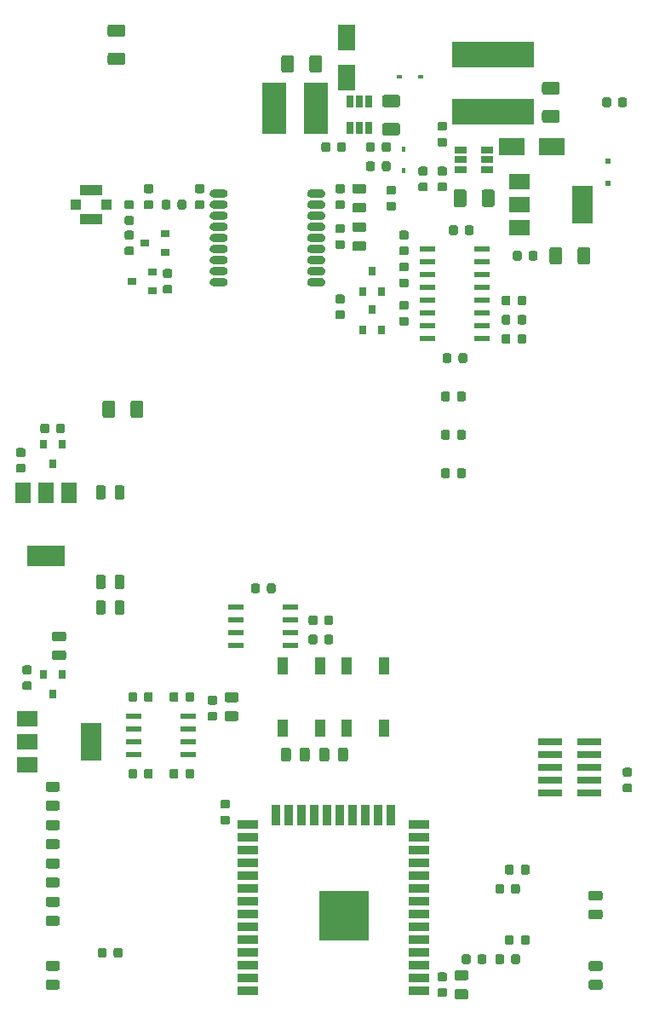
<source format=gbr>
G04 #@! TF.GenerationSoftware,KiCad,Pcbnew,(5.1.5)-3*
G04 #@! TF.CreationDate,2020-01-16T22:10:17+01:00*
G04 #@! TF.ProjectId,airMon,6169724d-6f6e-42e6-9b69-6361645f7063,0.1*
G04 #@! TF.SameCoordinates,Original*
G04 #@! TF.FileFunction,Paste,Top*
G04 #@! TF.FilePolarity,Positive*
%FSLAX46Y46*%
G04 Gerber Fmt 4.6, Leading zero omitted, Abs format (unit mm)*
G04 Created by KiCad (PCBNEW (5.1.5)-3) date 2020-01-16 22:10:17*
%MOMM*%
%LPD*%
G04 APERTURE LIST*
%ADD10R,8.200000X2.600000*%
%ADD11C,0.100000*%
%ADD12R,2.500000X1.800000*%
%ADD13R,0.450000X0.600000*%
%ADD14R,0.600000X0.450000*%
%ADD15R,1.800000X2.500000*%
%ADD16R,2.400000X0.740000*%
%ADD17R,2.200000X1.050000*%
%ADD18R,1.000000X1.000000*%
%ADD19R,2.350000X5.100000*%
%ADD20R,0.900000X0.800000*%
%ADD21R,0.800000X0.900000*%
%ADD22R,5.000000X5.000000*%
%ADD23R,2.000000X0.900000*%
%ADD24R,0.900000X2.000000*%
%ADD25R,1.550000X0.600000*%
%ADD26R,1.220000X0.650000*%
%ADD27R,0.650000X1.220000*%
%ADD28R,1.500000X0.600000*%
%ADD29R,3.800000X2.000000*%
%ADD30R,1.500000X2.000000*%
%ADD31R,2.000000X1.500000*%
%ADD32R,2.000000X3.800000*%
%ADD33R,0.500000X0.500000*%
%ADD34R,1.100000X1.800000*%
G04 APERTURE END LIST*
D10*
X67310000Y-30105000D03*
X67310000Y-24505000D03*
D11*
G36*
X66432691Y-113826053D02*
G01*
X66453926Y-113829203D01*
X66474750Y-113834419D01*
X66494962Y-113841651D01*
X66514368Y-113850830D01*
X66532781Y-113861866D01*
X66550024Y-113874654D01*
X66565930Y-113889070D01*
X66580346Y-113904976D01*
X66593134Y-113922219D01*
X66604170Y-113940632D01*
X66613349Y-113960038D01*
X66620581Y-113980250D01*
X66625797Y-114001074D01*
X66628947Y-114022309D01*
X66630000Y-114043750D01*
X66630000Y-114556250D01*
X66628947Y-114577691D01*
X66625797Y-114598926D01*
X66620581Y-114619750D01*
X66613349Y-114639962D01*
X66604170Y-114659368D01*
X66593134Y-114677781D01*
X66580346Y-114695024D01*
X66565930Y-114710930D01*
X66550024Y-114725346D01*
X66532781Y-114738134D01*
X66514368Y-114749170D01*
X66494962Y-114758349D01*
X66474750Y-114765581D01*
X66453926Y-114770797D01*
X66432691Y-114773947D01*
X66411250Y-114775000D01*
X65973750Y-114775000D01*
X65952309Y-114773947D01*
X65931074Y-114770797D01*
X65910250Y-114765581D01*
X65890038Y-114758349D01*
X65870632Y-114749170D01*
X65852219Y-114738134D01*
X65834976Y-114725346D01*
X65819070Y-114710930D01*
X65804654Y-114695024D01*
X65791866Y-114677781D01*
X65780830Y-114659368D01*
X65771651Y-114639962D01*
X65764419Y-114619750D01*
X65759203Y-114598926D01*
X65756053Y-114577691D01*
X65755000Y-114556250D01*
X65755000Y-114043750D01*
X65756053Y-114022309D01*
X65759203Y-114001074D01*
X65764419Y-113980250D01*
X65771651Y-113960038D01*
X65780830Y-113940632D01*
X65791866Y-113922219D01*
X65804654Y-113904976D01*
X65819070Y-113889070D01*
X65834976Y-113874654D01*
X65852219Y-113861866D01*
X65870632Y-113850830D01*
X65890038Y-113841651D01*
X65910250Y-113834419D01*
X65931074Y-113829203D01*
X65952309Y-113826053D01*
X65973750Y-113825000D01*
X66411250Y-113825000D01*
X66432691Y-113826053D01*
G37*
G36*
X64857691Y-113826053D02*
G01*
X64878926Y-113829203D01*
X64899750Y-113834419D01*
X64919962Y-113841651D01*
X64939368Y-113850830D01*
X64957781Y-113861866D01*
X64975024Y-113874654D01*
X64990930Y-113889070D01*
X65005346Y-113904976D01*
X65018134Y-113922219D01*
X65029170Y-113940632D01*
X65038349Y-113960038D01*
X65045581Y-113980250D01*
X65050797Y-114001074D01*
X65053947Y-114022309D01*
X65055000Y-114043750D01*
X65055000Y-114556250D01*
X65053947Y-114577691D01*
X65050797Y-114598926D01*
X65045581Y-114619750D01*
X65038349Y-114639962D01*
X65029170Y-114659368D01*
X65018134Y-114677781D01*
X65005346Y-114695024D01*
X64990930Y-114710930D01*
X64975024Y-114725346D01*
X64957781Y-114738134D01*
X64939368Y-114749170D01*
X64919962Y-114758349D01*
X64899750Y-114765581D01*
X64878926Y-114770797D01*
X64857691Y-114773947D01*
X64836250Y-114775000D01*
X64398750Y-114775000D01*
X64377309Y-114773947D01*
X64356074Y-114770797D01*
X64335250Y-114765581D01*
X64315038Y-114758349D01*
X64295632Y-114749170D01*
X64277219Y-114738134D01*
X64259976Y-114725346D01*
X64244070Y-114710930D01*
X64229654Y-114695024D01*
X64216866Y-114677781D01*
X64205830Y-114659368D01*
X64196651Y-114639962D01*
X64189419Y-114619750D01*
X64184203Y-114598926D01*
X64181053Y-114577691D01*
X64180000Y-114556250D01*
X64180000Y-114043750D01*
X64181053Y-114022309D01*
X64184203Y-114001074D01*
X64189419Y-113980250D01*
X64196651Y-113960038D01*
X64205830Y-113940632D01*
X64216866Y-113922219D01*
X64229654Y-113904976D01*
X64244070Y-113889070D01*
X64259976Y-113874654D01*
X64277219Y-113861866D01*
X64295632Y-113850830D01*
X64315038Y-113841651D01*
X64335250Y-113834419D01*
X64356074Y-113829203D01*
X64377309Y-113826053D01*
X64398750Y-113825000D01*
X64836250Y-113825000D01*
X64857691Y-113826053D01*
G37*
G36*
X62507691Y-115616053D02*
G01*
X62528926Y-115619203D01*
X62549750Y-115624419D01*
X62569962Y-115631651D01*
X62589368Y-115640830D01*
X62607781Y-115651866D01*
X62625024Y-115664654D01*
X62640930Y-115679070D01*
X62655346Y-115694976D01*
X62668134Y-115712219D01*
X62679170Y-115730632D01*
X62688349Y-115750038D01*
X62695581Y-115770250D01*
X62700797Y-115791074D01*
X62703947Y-115812309D01*
X62705000Y-115833750D01*
X62705000Y-116271250D01*
X62703947Y-116292691D01*
X62700797Y-116313926D01*
X62695581Y-116334750D01*
X62688349Y-116354962D01*
X62679170Y-116374368D01*
X62668134Y-116392781D01*
X62655346Y-116410024D01*
X62640930Y-116425930D01*
X62625024Y-116440346D01*
X62607781Y-116453134D01*
X62589368Y-116464170D01*
X62569962Y-116473349D01*
X62549750Y-116480581D01*
X62528926Y-116485797D01*
X62507691Y-116488947D01*
X62486250Y-116490000D01*
X61973750Y-116490000D01*
X61952309Y-116488947D01*
X61931074Y-116485797D01*
X61910250Y-116480581D01*
X61890038Y-116473349D01*
X61870632Y-116464170D01*
X61852219Y-116453134D01*
X61834976Y-116440346D01*
X61819070Y-116425930D01*
X61804654Y-116410024D01*
X61791866Y-116392781D01*
X61780830Y-116374368D01*
X61771651Y-116354962D01*
X61764419Y-116334750D01*
X61759203Y-116313926D01*
X61756053Y-116292691D01*
X61755000Y-116271250D01*
X61755000Y-115833750D01*
X61756053Y-115812309D01*
X61759203Y-115791074D01*
X61764419Y-115770250D01*
X61771651Y-115750038D01*
X61780830Y-115730632D01*
X61791866Y-115712219D01*
X61804654Y-115694976D01*
X61819070Y-115679070D01*
X61834976Y-115664654D01*
X61852219Y-115651866D01*
X61870632Y-115640830D01*
X61890038Y-115631651D01*
X61910250Y-115624419D01*
X61931074Y-115619203D01*
X61952309Y-115616053D01*
X61973750Y-115615000D01*
X62486250Y-115615000D01*
X62507691Y-115616053D01*
G37*
G36*
X62507691Y-117191053D02*
G01*
X62528926Y-117194203D01*
X62549750Y-117199419D01*
X62569962Y-117206651D01*
X62589368Y-117215830D01*
X62607781Y-117226866D01*
X62625024Y-117239654D01*
X62640930Y-117254070D01*
X62655346Y-117269976D01*
X62668134Y-117287219D01*
X62679170Y-117305632D01*
X62688349Y-117325038D01*
X62695581Y-117345250D01*
X62700797Y-117366074D01*
X62703947Y-117387309D01*
X62705000Y-117408750D01*
X62705000Y-117846250D01*
X62703947Y-117867691D01*
X62700797Y-117888926D01*
X62695581Y-117909750D01*
X62688349Y-117929962D01*
X62679170Y-117949368D01*
X62668134Y-117967781D01*
X62655346Y-117985024D01*
X62640930Y-118000930D01*
X62625024Y-118015346D01*
X62607781Y-118028134D01*
X62589368Y-118039170D01*
X62569962Y-118048349D01*
X62549750Y-118055581D01*
X62528926Y-118060797D01*
X62507691Y-118063947D01*
X62486250Y-118065000D01*
X61973750Y-118065000D01*
X61952309Y-118063947D01*
X61931074Y-118060797D01*
X61910250Y-118055581D01*
X61890038Y-118048349D01*
X61870632Y-118039170D01*
X61852219Y-118028134D01*
X61834976Y-118015346D01*
X61819070Y-118000930D01*
X61804654Y-117985024D01*
X61791866Y-117967781D01*
X61780830Y-117949368D01*
X61771651Y-117929962D01*
X61764419Y-117909750D01*
X61759203Y-117888926D01*
X61756053Y-117867691D01*
X61755000Y-117846250D01*
X61755000Y-117408750D01*
X61756053Y-117387309D01*
X61759203Y-117366074D01*
X61764419Y-117345250D01*
X61771651Y-117325038D01*
X61780830Y-117305632D01*
X61791866Y-117287219D01*
X61804654Y-117269976D01*
X61819070Y-117254070D01*
X61834976Y-117239654D01*
X61852219Y-117226866D01*
X61870632Y-117215830D01*
X61890038Y-117206651D01*
X61910250Y-117199419D01*
X61931074Y-117194203D01*
X61952309Y-117191053D01*
X61973750Y-117190000D01*
X62486250Y-117190000D01*
X62507691Y-117191053D01*
G37*
G36*
X64615142Y-115416174D02*
G01*
X64638803Y-115419684D01*
X64662007Y-115425496D01*
X64684529Y-115433554D01*
X64706153Y-115443782D01*
X64726670Y-115456079D01*
X64745883Y-115470329D01*
X64763607Y-115486393D01*
X64779671Y-115504117D01*
X64793921Y-115523330D01*
X64806218Y-115543847D01*
X64816446Y-115565471D01*
X64824504Y-115587993D01*
X64830316Y-115611197D01*
X64833826Y-115634858D01*
X64835000Y-115658750D01*
X64835000Y-116146250D01*
X64833826Y-116170142D01*
X64830316Y-116193803D01*
X64824504Y-116217007D01*
X64816446Y-116239529D01*
X64806218Y-116261153D01*
X64793921Y-116281670D01*
X64779671Y-116300883D01*
X64763607Y-116318607D01*
X64745883Y-116334671D01*
X64726670Y-116348921D01*
X64706153Y-116361218D01*
X64684529Y-116371446D01*
X64662007Y-116379504D01*
X64638803Y-116385316D01*
X64615142Y-116388826D01*
X64591250Y-116390000D01*
X63678750Y-116390000D01*
X63654858Y-116388826D01*
X63631197Y-116385316D01*
X63607993Y-116379504D01*
X63585471Y-116371446D01*
X63563847Y-116361218D01*
X63543330Y-116348921D01*
X63524117Y-116334671D01*
X63506393Y-116318607D01*
X63490329Y-116300883D01*
X63476079Y-116281670D01*
X63463782Y-116261153D01*
X63453554Y-116239529D01*
X63445496Y-116217007D01*
X63439684Y-116193803D01*
X63436174Y-116170142D01*
X63435000Y-116146250D01*
X63435000Y-115658750D01*
X63436174Y-115634858D01*
X63439684Y-115611197D01*
X63445496Y-115587993D01*
X63453554Y-115565471D01*
X63463782Y-115543847D01*
X63476079Y-115523330D01*
X63490329Y-115504117D01*
X63506393Y-115486393D01*
X63524117Y-115470329D01*
X63543330Y-115456079D01*
X63563847Y-115443782D01*
X63585471Y-115433554D01*
X63607993Y-115425496D01*
X63631197Y-115419684D01*
X63654858Y-115416174D01*
X63678750Y-115415000D01*
X64591250Y-115415000D01*
X64615142Y-115416174D01*
G37*
G36*
X64615142Y-117291174D02*
G01*
X64638803Y-117294684D01*
X64662007Y-117300496D01*
X64684529Y-117308554D01*
X64706153Y-117318782D01*
X64726670Y-117331079D01*
X64745883Y-117345329D01*
X64763607Y-117361393D01*
X64779671Y-117379117D01*
X64793921Y-117398330D01*
X64806218Y-117418847D01*
X64816446Y-117440471D01*
X64824504Y-117462993D01*
X64830316Y-117486197D01*
X64833826Y-117509858D01*
X64835000Y-117533750D01*
X64835000Y-118021250D01*
X64833826Y-118045142D01*
X64830316Y-118068803D01*
X64824504Y-118092007D01*
X64816446Y-118114529D01*
X64806218Y-118136153D01*
X64793921Y-118156670D01*
X64779671Y-118175883D01*
X64763607Y-118193607D01*
X64745883Y-118209671D01*
X64726670Y-118223921D01*
X64706153Y-118236218D01*
X64684529Y-118246446D01*
X64662007Y-118254504D01*
X64638803Y-118260316D01*
X64615142Y-118263826D01*
X64591250Y-118265000D01*
X63678750Y-118265000D01*
X63654858Y-118263826D01*
X63631197Y-118260316D01*
X63607993Y-118254504D01*
X63585471Y-118246446D01*
X63563847Y-118236218D01*
X63543330Y-118223921D01*
X63524117Y-118209671D01*
X63506393Y-118193607D01*
X63490329Y-118175883D01*
X63476079Y-118156670D01*
X63463782Y-118136153D01*
X63453554Y-118114529D01*
X63445496Y-118092007D01*
X63439684Y-118068803D01*
X63436174Y-118045142D01*
X63435000Y-118021250D01*
X63435000Y-117533750D01*
X63436174Y-117509858D01*
X63439684Y-117486197D01*
X63445496Y-117462993D01*
X63453554Y-117440471D01*
X63463782Y-117418847D01*
X63476079Y-117398330D01*
X63490329Y-117379117D01*
X63506393Y-117361393D01*
X63524117Y-117345329D01*
X63543330Y-117331079D01*
X63563847Y-117318782D01*
X63585471Y-117308554D01*
X63607993Y-117300496D01*
X63631197Y-117294684D01*
X63654858Y-117291174D01*
X63678750Y-117290000D01*
X64591250Y-117290000D01*
X64615142Y-117291174D01*
G37*
G36*
X80922691Y-95296053D02*
G01*
X80943926Y-95299203D01*
X80964750Y-95304419D01*
X80984962Y-95311651D01*
X81004368Y-95320830D01*
X81022781Y-95331866D01*
X81040024Y-95344654D01*
X81055930Y-95359070D01*
X81070346Y-95374976D01*
X81083134Y-95392219D01*
X81094170Y-95410632D01*
X81103349Y-95430038D01*
X81110581Y-95450250D01*
X81115797Y-95471074D01*
X81118947Y-95492309D01*
X81120000Y-95513750D01*
X81120000Y-95951250D01*
X81118947Y-95972691D01*
X81115797Y-95993926D01*
X81110581Y-96014750D01*
X81103349Y-96034962D01*
X81094170Y-96054368D01*
X81083134Y-96072781D01*
X81070346Y-96090024D01*
X81055930Y-96105930D01*
X81040024Y-96120346D01*
X81022781Y-96133134D01*
X81004368Y-96144170D01*
X80984962Y-96153349D01*
X80964750Y-96160581D01*
X80943926Y-96165797D01*
X80922691Y-96168947D01*
X80901250Y-96170000D01*
X80388750Y-96170000D01*
X80367309Y-96168947D01*
X80346074Y-96165797D01*
X80325250Y-96160581D01*
X80305038Y-96153349D01*
X80285632Y-96144170D01*
X80267219Y-96133134D01*
X80249976Y-96120346D01*
X80234070Y-96105930D01*
X80219654Y-96090024D01*
X80206866Y-96072781D01*
X80195830Y-96054368D01*
X80186651Y-96034962D01*
X80179419Y-96014750D01*
X80174203Y-95993926D01*
X80171053Y-95972691D01*
X80170000Y-95951250D01*
X80170000Y-95513750D01*
X80171053Y-95492309D01*
X80174203Y-95471074D01*
X80179419Y-95450250D01*
X80186651Y-95430038D01*
X80195830Y-95410632D01*
X80206866Y-95392219D01*
X80219654Y-95374976D01*
X80234070Y-95359070D01*
X80249976Y-95344654D01*
X80267219Y-95331866D01*
X80285632Y-95320830D01*
X80305038Y-95311651D01*
X80325250Y-95304419D01*
X80346074Y-95299203D01*
X80367309Y-95296053D01*
X80388750Y-95295000D01*
X80901250Y-95295000D01*
X80922691Y-95296053D01*
G37*
G36*
X80922691Y-96871053D02*
G01*
X80943926Y-96874203D01*
X80964750Y-96879419D01*
X80984962Y-96886651D01*
X81004368Y-96895830D01*
X81022781Y-96906866D01*
X81040024Y-96919654D01*
X81055930Y-96934070D01*
X81070346Y-96949976D01*
X81083134Y-96967219D01*
X81094170Y-96985632D01*
X81103349Y-97005038D01*
X81110581Y-97025250D01*
X81115797Y-97046074D01*
X81118947Y-97067309D01*
X81120000Y-97088750D01*
X81120000Y-97526250D01*
X81118947Y-97547691D01*
X81115797Y-97568926D01*
X81110581Y-97589750D01*
X81103349Y-97609962D01*
X81094170Y-97629368D01*
X81083134Y-97647781D01*
X81070346Y-97665024D01*
X81055930Y-97680930D01*
X81040024Y-97695346D01*
X81022781Y-97708134D01*
X81004368Y-97719170D01*
X80984962Y-97728349D01*
X80964750Y-97735581D01*
X80943926Y-97740797D01*
X80922691Y-97743947D01*
X80901250Y-97745000D01*
X80388750Y-97745000D01*
X80367309Y-97743947D01*
X80346074Y-97740797D01*
X80325250Y-97735581D01*
X80305038Y-97728349D01*
X80285632Y-97719170D01*
X80267219Y-97708134D01*
X80249976Y-97695346D01*
X80234070Y-97680930D01*
X80219654Y-97665024D01*
X80206866Y-97647781D01*
X80195830Y-97629368D01*
X80186651Y-97609962D01*
X80179419Y-97589750D01*
X80174203Y-97568926D01*
X80171053Y-97547691D01*
X80170000Y-97526250D01*
X80170000Y-97088750D01*
X80171053Y-97067309D01*
X80174203Y-97046074D01*
X80179419Y-97025250D01*
X80186651Y-97005038D01*
X80195830Y-96985632D01*
X80206866Y-96967219D01*
X80219654Y-96949976D01*
X80234070Y-96934070D01*
X80249976Y-96919654D01*
X80267219Y-96906866D01*
X80285632Y-96895830D01*
X80305038Y-96886651D01*
X80325250Y-96879419D01*
X80346074Y-96874203D01*
X80367309Y-96871053D01*
X80388750Y-96870000D01*
X80901250Y-96870000D01*
X80922691Y-96871053D01*
G37*
G36*
X40917691Y-100046053D02*
G01*
X40938926Y-100049203D01*
X40959750Y-100054419D01*
X40979962Y-100061651D01*
X40999368Y-100070830D01*
X41017781Y-100081866D01*
X41035024Y-100094654D01*
X41050930Y-100109070D01*
X41065346Y-100124976D01*
X41078134Y-100142219D01*
X41089170Y-100160632D01*
X41098349Y-100180038D01*
X41105581Y-100200250D01*
X41110797Y-100221074D01*
X41113947Y-100242309D01*
X41115000Y-100263750D01*
X41115000Y-100701250D01*
X41113947Y-100722691D01*
X41110797Y-100743926D01*
X41105581Y-100764750D01*
X41098349Y-100784962D01*
X41089170Y-100804368D01*
X41078134Y-100822781D01*
X41065346Y-100840024D01*
X41050930Y-100855930D01*
X41035024Y-100870346D01*
X41017781Y-100883134D01*
X40999368Y-100894170D01*
X40979962Y-100903349D01*
X40959750Y-100910581D01*
X40938926Y-100915797D01*
X40917691Y-100918947D01*
X40896250Y-100920000D01*
X40383750Y-100920000D01*
X40362309Y-100918947D01*
X40341074Y-100915797D01*
X40320250Y-100910581D01*
X40300038Y-100903349D01*
X40280632Y-100894170D01*
X40262219Y-100883134D01*
X40244976Y-100870346D01*
X40229070Y-100855930D01*
X40214654Y-100840024D01*
X40201866Y-100822781D01*
X40190830Y-100804368D01*
X40181651Y-100784962D01*
X40174419Y-100764750D01*
X40169203Y-100743926D01*
X40166053Y-100722691D01*
X40165000Y-100701250D01*
X40165000Y-100263750D01*
X40166053Y-100242309D01*
X40169203Y-100221074D01*
X40174419Y-100200250D01*
X40181651Y-100180038D01*
X40190830Y-100160632D01*
X40201866Y-100142219D01*
X40214654Y-100124976D01*
X40229070Y-100109070D01*
X40244976Y-100094654D01*
X40262219Y-100081866D01*
X40280632Y-100070830D01*
X40300038Y-100061651D01*
X40320250Y-100054419D01*
X40341074Y-100049203D01*
X40362309Y-100046053D01*
X40383750Y-100045000D01*
X40896250Y-100045000D01*
X40917691Y-100046053D01*
G37*
G36*
X40917691Y-98471053D02*
G01*
X40938926Y-98474203D01*
X40959750Y-98479419D01*
X40979962Y-98486651D01*
X40999368Y-98495830D01*
X41017781Y-98506866D01*
X41035024Y-98519654D01*
X41050930Y-98534070D01*
X41065346Y-98549976D01*
X41078134Y-98567219D01*
X41089170Y-98585632D01*
X41098349Y-98605038D01*
X41105581Y-98625250D01*
X41110797Y-98646074D01*
X41113947Y-98667309D01*
X41115000Y-98688750D01*
X41115000Y-99126250D01*
X41113947Y-99147691D01*
X41110797Y-99168926D01*
X41105581Y-99189750D01*
X41098349Y-99209962D01*
X41089170Y-99229368D01*
X41078134Y-99247781D01*
X41065346Y-99265024D01*
X41050930Y-99280930D01*
X41035024Y-99295346D01*
X41017781Y-99308134D01*
X40999368Y-99319170D01*
X40979962Y-99328349D01*
X40959750Y-99335581D01*
X40938926Y-99340797D01*
X40917691Y-99343947D01*
X40896250Y-99345000D01*
X40383750Y-99345000D01*
X40362309Y-99343947D01*
X40341074Y-99340797D01*
X40320250Y-99335581D01*
X40300038Y-99328349D01*
X40280632Y-99319170D01*
X40262219Y-99308134D01*
X40244976Y-99295346D01*
X40229070Y-99280930D01*
X40214654Y-99265024D01*
X40201866Y-99247781D01*
X40190830Y-99229368D01*
X40181651Y-99209962D01*
X40174419Y-99189750D01*
X40169203Y-99168926D01*
X40166053Y-99147691D01*
X40165000Y-99126250D01*
X40165000Y-98688750D01*
X40166053Y-98667309D01*
X40169203Y-98646074D01*
X40174419Y-98625250D01*
X40181651Y-98605038D01*
X40190830Y-98585632D01*
X40201866Y-98567219D01*
X40214654Y-98549976D01*
X40229070Y-98534070D01*
X40244976Y-98519654D01*
X40262219Y-98506866D01*
X40280632Y-98495830D01*
X40300038Y-98486651D01*
X40320250Y-98479419D01*
X40341074Y-98474203D01*
X40362309Y-98471053D01*
X40383750Y-98470000D01*
X40896250Y-98470000D01*
X40917691Y-98471053D01*
G37*
G36*
X30494504Y-21471204D02*
G01*
X30518773Y-21474804D01*
X30542571Y-21480765D01*
X30565671Y-21489030D01*
X30587849Y-21499520D01*
X30608893Y-21512133D01*
X30628598Y-21526747D01*
X30646777Y-21543223D01*
X30663253Y-21561402D01*
X30677867Y-21581107D01*
X30690480Y-21602151D01*
X30700970Y-21624329D01*
X30709235Y-21647429D01*
X30715196Y-21671227D01*
X30718796Y-21695496D01*
X30720000Y-21720000D01*
X30720000Y-22470000D01*
X30718796Y-22494504D01*
X30715196Y-22518773D01*
X30709235Y-22542571D01*
X30700970Y-22565671D01*
X30690480Y-22587849D01*
X30677867Y-22608893D01*
X30663253Y-22628598D01*
X30646777Y-22646777D01*
X30628598Y-22663253D01*
X30608893Y-22677867D01*
X30587849Y-22690480D01*
X30565671Y-22700970D01*
X30542571Y-22709235D01*
X30518773Y-22715196D01*
X30494504Y-22718796D01*
X30470000Y-22720000D01*
X29220000Y-22720000D01*
X29195496Y-22718796D01*
X29171227Y-22715196D01*
X29147429Y-22709235D01*
X29124329Y-22700970D01*
X29102151Y-22690480D01*
X29081107Y-22677867D01*
X29061402Y-22663253D01*
X29043223Y-22646777D01*
X29026747Y-22628598D01*
X29012133Y-22608893D01*
X28999520Y-22587849D01*
X28989030Y-22565671D01*
X28980765Y-22542571D01*
X28974804Y-22518773D01*
X28971204Y-22494504D01*
X28970000Y-22470000D01*
X28970000Y-21720000D01*
X28971204Y-21695496D01*
X28974804Y-21671227D01*
X28980765Y-21647429D01*
X28989030Y-21624329D01*
X28999520Y-21602151D01*
X29012133Y-21581107D01*
X29026747Y-21561402D01*
X29043223Y-21543223D01*
X29061402Y-21526747D01*
X29081107Y-21512133D01*
X29102151Y-21499520D01*
X29124329Y-21489030D01*
X29147429Y-21480765D01*
X29171227Y-21474804D01*
X29195496Y-21471204D01*
X29220000Y-21470000D01*
X30470000Y-21470000D01*
X30494504Y-21471204D01*
G37*
G36*
X30494504Y-24271204D02*
G01*
X30518773Y-24274804D01*
X30542571Y-24280765D01*
X30565671Y-24289030D01*
X30587849Y-24299520D01*
X30608893Y-24312133D01*
X30628598Y-24326747D01*
X30646777Y-24343223D01*
X30663253Y-24361402D01*
X30677867Y-24381107D01*
X30690480Y-24402151D01*
X30700970Y-24424329D01*
X30709235Y-24447429D01*
X30715196Y-24471227D01*
X30718796Y-24495496D01*
X30720000Y-24520000D01*
X30720000Y-25270000D01*
X30718796Y-25294504D01*
X30715196Y-25318773D01*
X30709235Y-25342571D01*
X30700970Y-25365671D01*
X30690480Y-25387849D01*
X30677867Y-25408893D01*
X30663253Y-25428598D01*
X30646777Y-25446777D01*
X30628598Y-25463253D01*
X30608893Y-25477867D01*
X30587849Y-25490480D01*
X30565671Y-25500970D01*
X30542571Y-25509235D01*
X30518773Y-25515196D01*
X30494504Y-25518796D01*
X30470000Y-25520000D01*
X29220000Y-25520000D01*
X29195496Y-25518796D01*
X29171227Y-25515196D01*
X29147429Y-25509235D01*
X29124329Y-25500970D01*
X29102151Y-25490480D01*
X29081107Y-25477867D01*
X29061402Y-25463253D01*
X29043223Y-25446777D01*
X29026747Y-25428598D01*
X29012133Y-25408893D01*
X28999520Y-25387849D01*
X28989030Y-25365671D01*
X28980765Y-25342571D01*
X28974804Y-25318773D01*
X28971204Y-25294504D01*
X28970000Y-25270000D01*
X28970000Y-24520000D01*
X28971204Y-24495496D01*
X28974804Y-24471227D01*
X28980765Y-24447429D01*
X28989030Y-24424329D01*
X28999520Y-24402151D01*
X29012133Y-24381107D01*
X29026747Y-24361402D01*
X29043223Y-24343223D01*
X29061402Y-24326747D01*
X29081107Y-24312133D01*
X29102151Y-24299520D01*
X29124329Y-24289030D01*
X29147429Y-24280765D01*
X29171227Y-24274804D01*
X29195496Y-24271204D01*
X29220000Y-24270000D01*
X30470000Y-24270000D01*
X30494504Y-24271204D01*
G37*
G36*
X23975142Y-114478674D02*
G01*
X23998803Y-114482184D01*
X24022007Y-114487996D01*
X24044529Y-114496054D01*
X24066153Y-114506282D01*
X24086670Y-114518579D01*
X24105883Y-114532829D01*
X24123607Y-114548893D01*
X24139671Y-114566617D01*
X24153921Y-114585830D01*
X24166218Y-114606347D01*
X24176446Y-114627971D01*
X24184504Y-114650493D01*
X24190316Y-114673697D01*
X24193826Y-114697358D01*
X24195000Y-114721250D01*
X24195000Y-115208750D01*
X24193826Y-115232642D01*
X24190316Y-115256303D01*
X24184504Y-115279507D01*
X24176446Y-115302029D01*
X24166218Y-115323653D01*
X24153921Y-115344170D01*
X24139671Y-115363383D01*
X24123607Y-115381107D01*
X24105883Y-115397171D01*
X24086670Y-115411421D01*
X24066153Y-115423718D01*
X24044529Y-115433946D01*
X24022007Y-115442004D01*
X23998803Y-115447816D01*
X23975142Y-115451326D01*
X23951250Y-115452500D01*
X23038750Y-115452500D01*
X23014858Y-115451326D01*
X22991197Y-115447816D01*
X22967993Y-115442004D01*
X22945471Y-115433946D01*
X22923847Y-115423718D01*
X22903330Y-115411421D01*
X22884117Y-115397171D01*
X22866393Y-115381107D01*
X22850329Y-115363383D01*
X22836079Y-115344170D01*
X22823782Y-115323653D01*
X22813554Y-115302029D01*
X22805496Y-115279507D01*
X22799684Y-115256303D01*
X22796174Y-115232642D01*
X22795000Y-115208750D01*
X22795000Y-114721250D01*
X22796174Y-114697358D01*
X22799684Y-114673697D01*
X22805496Y-114650493D01*
X22813554Y-114627971D01*
X22823782Y-114606347D01*
X22836079Y-114585830D01*
X22850329Y-114566617D01*
X22866393Y-114548893D01*
X22884117Y-114532829D01*
X22903330Y-114518579D01*
X22923847Y-114506282D01*
X22945471Y-114496054D01*
X22967993Y-114487996D01*
X22991197Y-114482184D01*
X23014858Y-114478674D01*
X23038750Y-114477500D01*
X23951250Y-114477500D01*
X23975142Y-114478674D01*
G37*
G36*
X23975142Y-116353674D02*
G01*
X23998803Y-116357184D01*
X24022007Y-116362996D01*
X24044529Y-116371054D01*
X24066153Y-116381282D01*
X24086670Y-116393579D01*
X24105883Y-116407829D01*
X24123607Y-116423893D01*
X24139671Y-116441617D01*
X24153921Y-116460830D01*
X24166218Y-116481347D01*
X24176446Y-116502971D01*
X24184504Y-116525493D01*
X24190316Y-116548697D01*
X24193826Y-116572358D01*
X24195000Y-116596250D01*
X24195000Y-117083750D01*
X24193826Y-117107642D01*
X24190316Y-117131303D01*
X24184504Y-117154507D01*
X24176446Y-117177029D01*
X24166218Y-117198653D01*
X24153921Y-117219170D01*
X24139671Y-117238383D01*
X24123607Y-117256107D01*
X24105883Y-117272171D01*
X24086670Y-117286421D01*
X24066153Y-117298718D01*
X24044529Y-117308946D01*
X24022007Y-117317004D01*
X23998803Y-117322816D01*
X23975142Y-117326326D01*
X23951250Y-117327500D01*
X23038750Y-117327500D01*
X23014858Y-117326326D01*
X22991197Y-117322816D01*
X22967993Y-117317004D01*
X22945471Y-117308946D01*
X22923847Y-117298718D01*
X22903330Y-117286421D01*
X22884117Y-117272171D01*
X22866393Y-117256107D01*
X22850329Y-117238383D01*
X22836079Y-117219170D01*
X22823782Y-117198653D01*
X22813554Y-117177029D01*
X22805496Y-117154507D01*
X22799684Y-117131303D01*
X22796174Y-117107642D01*
X22795000Y-117083750D01*
X22795000Y-116596250D01*
X22796174Y-116572358D01*
X22799684Y-116548697D01*
X22805496Y-116525493D01*
X22813554Y-116502971D01*
X22823782Y-116481347D01*
X22836079Y-116460830D01*
X22850329Y-116441617D01*
X22866393Y-116423893D01*
X22884117Y-116407829D01*
X22903330Y-116393579D01*
X22923847Y-116381282D01*
X22945471Y-116371054D01*
X22967993Y-116362996D01*
X22991197Y-116357184D01*
X23014858Y-116353674D01*
X23038750Y-116352500D01*
X23951250Y-116352500D01*
X23975142Y-116353674D01*
G37*
G36*
X23975142Y-106193674D02*
G01*
X23998803Y-106197184D01*
X24022007Y-106202996D01*
X24044529Y-106211054D01*
X24066153Y-106221282D01*
X24086670Y-106233579D01*
X24105883Y-106247829D01*
X24123607Y-106263893D01*
X24139671Y-106281617D01*
X24153921Y-106300830D01*
X24166218Y-106321347D01*
X24176446Y-106342971D01*
X24184504Y-106365493D01*
X24190316Y-106388697D01*
X24193826Y-106412358D01*
X24195000Y-106436250D01*
X24195000Y-106923750D01*
X24193826Y-106947642D01*
X24190316Y-106971303D01*
X24184504Y-106994507D01*
X24176446Y-107017029D01*
X24166218Y-107038653D01*
X24153921Y-107059170D01*
X24139671Y-107078383D01*
X24123607Y-107096107D01*
X24105883Y-107112171D01*
X24086670Y-107126421D01*
X24066153Y-107138718D01*
X24044529Y-107148946D01*
X24022007Y-107157004D01*
X23998803Y-107162816D01*
X23975142Y-107166326D01*
X23951250Y-107167500D01*
X23038750Y-107167500D01*
X23014858Y-107166326D01*
X22991197Y-107162816D01*
X22967993Y-107157004D01*
X22945471Y-107148946D01*
X22923847Y-107138718D01*
X22903330Y-107126421D01*
X22884117Y-107112171D01*
X22866393Y-107096107D01*
X22850329Y-107078383D01*
X22836079Y-107059170D01*
X22823782Y-107038653D01*
X22813554Y-107017029D01*
X22805496Y-106994507D01*
X22799684Y-106971303D01*
X22796174Y-106947642D01*
X22795000Y-106923750D01*
X22795000Y-106436250D01*
X22796174Y-106412358D01*
X22799684Y-106388697D01*
X22805496Y-106365493D01*
X22813554Y-106342971D01*
X22823782Y-106321347D01*
X22836079Y-106300830D01*
X22850329Y-106281617D01*
X22866393Y-106263893D01*
X22884117Y-106247829D01*
X22903330Y-106233579D01*
X22923847Y-106221282D01*
X22945471Y-106211054D01*
X22967993Y-106202996D01*
X22991197Y-106197184D01*
X23014858Y-106193674D01*
X23038750Y-106192500D01*
X23951250Y-106192500D01*
X23975142Y-106193674D01*
G37*
G36*
X23975142Y-104318674D02*
G01*
X23998803Y-104322184D01*
X24022007Y-104327996D01*
X24044529Y-104336054D01*
X24066153Y-104346282D01*
X24086670Y-104358579D01*
X24105883Y-104372829D01*
X24123607Y-104388893D01*
X24139671Y-104406617D01*
X24153921Y-104425830D01*
X24166218Y-104446347D01*
X24176446Y-104467971D01*
X24184504Y-104490493D01*
X24190316Y-104513697D01*
X24193826Y-104537358D01*
X24195000Y-104561250D01*
X24195000Y-105048750D01*
X24193826Y-105072642D01*
X24190316Y-105096303D01*
X24184504Y-105119507D01*
X24176446Y-105142029D01*
X24166218Y-105163653D01*
X24153921Y-105184170D01*
X24139671Y-105203383D01*
X24123607Y-105221107D01*
X24105883Y-105237171D01*
X24086670Y-105251421D01*
X24066153Y-105263718D01*
X24044529Y-105273946D01*
X24022007Y-105282004D01*
X23998803Y-105287816D01*
X23975142Y-105291326D01*
X23951250Y-105292500D01*
X23038750Y-105292500D01*
X23014858Y-105291326D01*
X22991197Y-105287816D01*
X22967993Y-105282004D01*
X22945471Y-105273946D01*
X22923847Y-105263718D01*
X22903330Y-105251421D01*
X22884117Y-105237171D01*
X22866393Y-105221107D01*
X22850329Y-105203383D01*
X22836079Y-105184170D01*
X22823782Y-105163653D01*
X22813554Y-105142029D01*
X22805496Y-105119507D01*
X22799684Y-105096303D01*
X22796174Y-105072642D01*
X22795000Y-105048750D01*
X22795000Y-104561250D01*
X22796174Y-104537358D01*
X22799684Y-104513697D01*
X22805496Y-104490493D01*
X22813554Y-104467971D01*
X22823782Y-104446347D01*
X22836079Y-104425830D01*
X22850329Y-104406617D01*
X22866393Y-104388893D01*
X22884117Y-104372829D01*
X22903330Y-104358579D01*
X22923847Y-104346282D01*
X22945471Y-104336054D01*
X22967993Y-104327996D01*
X22991197Y-104322184D01*
X23014858Y-104318674D01*
X23038750Y-104317500D01*
X23951250Y-104317500D01*
X23975142Y-104318674D01*
G37*
G36*
X23975142Y-108128674D02*
G01*
X23998803Y-108132184D01*
X24022007Y-108137996D01*
X24044529Y-108146054D01*
X24066153Y-108156282D01*
X24086670Y-108168579D01*
X24105883Y-108182829D01*
X24123607Y-108198893D01*
X24139671Y-108216617D01*
X24153921Y-108235830D01*
X24166218Y-108256347D01*
X24176446Y-108277971D01*
X24184504Y-108300493D01*
X24190316Y-108323697D01*
X24193826Y-108347358D01*
X24195000Y-108371250D01*
X24195000Y-108858750D01*
X24193826Y-108882642D01*
X24190316Y-108906303D01*
X24184504Y-108929507D01*
X24176446Y-108952029D01*
X24166218Y-108973653D01*
X24153921Y-108994170D01*
X24139671Y-109013383D01*
X24123607Y-109031107D01*
X24105883Y-109047171D01*
X24086670Y-109061421D01*
X24066153Y-109073718D01*
X24044529Y-109083946D01*
X24022007Y-109092004D01*
X23998803Y-109097816D01*
X23975142Y-109101326D01*
X23951250Y-109102500D01*
X23038750Y-109102500D01*
X23014858Y-109101326D01*
X22991197Y-109097816D01*
X22967993Y-109092004D01*
X22945471Y-109083946D01*
X22923847Y-109073718D01*
X22903330Y-109061421D01*
X22884117Y-109047171D01*
X22866393Y-109031107D01*
X22850329Y-109013383D01*
X22836079Y-108994170D01*
X22823782Y-108973653D01*
X22813554Y-108952029D01*
X22805496Y-108929507D01*
X22799684Y-108906303D01*
X22796174Y-108882642D01*
X22795000Y-108858750D01*
X22795000Y-108371250D01*
X22796174Y-108347358D01*
X22799684Y-108323697D01*
X22805496Y-108300493D01*
X22813554Y-108277971D01*
X22823782Y-108256347D01*
X22836079Y-108235830D01*
X22850329Y-108216617D01*
X22866393Y-108198893D01*
X22884117Y-108182829D01*
X22903330Y-108168579D01*
X22923847Y-108156282D01*
X22945471Y-108146054D01*
X22967993Y-108137996D01*
X22991197Y-108132184D01*
X23014858Y-108128674D01*
X23038750Y-108127500D01*
X23951250Y-108127500D01*
X23975142Y-108128674D01*
G37*
G36*
X23975142Y-110003674D02*
G01*
X23998803Y-110007184D01*
X24022007Y-110012996D01*
X24044529Y-110021054D01*
X24066153Y-110031282D01*
X24086670Y-110043579D01*
X24105883Y-110057829D01*
X24123607Y-110073893D01*
X24139671Y-110091617D01*
X24153921Y-110110830D01*
X24166218Y-110131347D01*
X24176446Y-110152971D01*
X24184504Y-110175493D01*
X24190316Y-110198697D01*
X24193826Y-110222358D01*
X24195000Y-110246250D01*
X24195000Y-110733750D01*
X24193826Y-110757642D01*
X24190316Y-110781303D01*
X24184504Y-110804507D01*
X24176446Y-110827029D01*
X24166218Y-110848653D01*
X24153921Y-110869170D01*
X24139671Y-110888383D01*
X24123607Y-110906107D01*
X24105883Y-110922171D01*
X24086670Y-110936421D01*
X24066153Y-110948718D01*
X24044529Y-110958946D01*
X24022007Y-110967004D01*
X23998803Y-110972816D01*
X23975142Y-110976326D01*
X23951250Y-110977500D01*
X23038750Y-110977500D01*
X23014858Y-110976326D01*
X22991197Y-110972816D01*
X22967993Y-110967004D01*
X22945471Y-110958946D01*
X22923847Y-110948718D01*
X22903330Y-110936421D01*
X22884117Y-110922171D01*
X22866393Y-110906107D01*
X22850329Y-110888383D01*
X22836079Y-110869170D01*
X22823782Y-110848653D01*
X22813554Y-110827029D01*
X22805496Y-110804507D01*
X22799684Y-110781303D01*
X22796174Y-110757642D01*
X22795000Y-110733750D01*
X22795000Y-110246250D01*
X22796174Y-110222358D01*
X22799684Y-110198697D01*
X22805496Y-110175493D01*
X22813554Y-110152971D01*
X22823782Y-110131347D01*
X22836079Y-110110830D01*
X22850329Y-110091617D01*
X22866393Y-110073893D01*
X22884117Y-110057829D01*
X22903330Y-110043579D01*
X22923847Y-110031282D01*
X22945471Y-110021054D01*
X22967993Y-110012996D01*
X22991197Y-110007184D01*
X23014858Y-110003674D01*
X23038750Y-110002500D01*
X23951250Y-110002500D01*
X23975142Y-110003674D01*
G37*
G36*
X23975142Y-100508674D02*
G01*
X23998803Y-100512184D01*
X24022007Y-100517996D01*
X24044529Y-100526054D01*
X24066153Y-100536282D01*
X24086670Y-100548579D01*
X24105883Y-100562829D01*
X24123607Y-100578893D01*
X24139671Y-100596617D01*
X24153921Y-100615830D01*
X24166218Y-100636347D01*
X24176446Y-100657971D01*
X24184504Y-100680493D01*
X24190316Y-100703697D01*
X24193826Y-100727358D01*
X24195000Y-100751250D01*
X24195000Y-101238750D01*
X24193826Y-101262642D01*
X24190316Y-101286303D01*
X24184504Y-101309507D01*
X24176446Y-101332029D01*
X24166218Y-101353653D01*
X24153921Y-101374170D01*
X24139671Y-101393383D01*
X24123607Y-101411107D01*
X24105883Y-101427171D01*
X24086670Y-101441421D01*
X24066153Y-101453718D01*
X24044529Y-101463946D01*
X24022007Y-101472004D01*
X23998803Y-101477816D01*
X23975142Y-101481326D01*
X23951250Y-101482500D01*
X23038750Y-101482500D01*
X23014858Y-101481326D01*
X22991197Y-101477816D01*
X22967993Y-101472004D01*
X22945471Y-101463946D01*
X22923847Y-101453718D01*
X22903330Y-101441421D01*
X22884117Y-101427171D01*
X22866393Y-101411107D01*
X22850329Y-101393383D01*
X22836079Y-101374170D01*
X22823782Y-101353653D01*
X22813554Y-101332029D01*
X22805496Y-101309507D01*
X22799684Y-101286303D01*
X22796174Y-101262642D01*
X22795000Y-101238750D01*
X22795000Y-100751250D01*
X22796174Y-100727358D01*
X22799684Y-100703697D01*
X22805496Y-100680493D01*
X22813554Y-100657971D01*
X22823782Y-100636347D01*
X22836079Y-100615830D01*
X22850329Y-100596617D01*
X22866393Y-100578893D01*
X22884117Y-100562829D01*
X22903330Y-100548579D01*
X22923847Y-100536282D01*
X22945471Y-100526054D01*
X22967993Y-100517996D01*
X22991197Y-100512184D01*
X23014858Y-100508674D01*
X23038750Y-100507500D01*
X23951250Y-100507500D01*
X23975142Y-100508674D01*
G37*
G36*
X23975142Y-102383674D02*
G01*
X23998803Y-102387184D01*
X24022007Y-102392996D01*
X24044529Y-102401054D01*
X24066153Y-102411282D01*
X24086670Y-102423579D01*
X24105883Y-102437829D01*
X24123607Y-102453893D01*
X24139671Y-102471617D01*
X24153921Y-102490830D01*
X24166218Y-102511347D01*
X24176446Y-102532971D01*
X24184504Y-102555493D01*
X24190316Y-102578697D01*
X24193826Y-102602358D01*
X24195000Y-102626250D01*
X24195000Y-103113750D01*
X24193826Y-103137642D01*
X24190316Y-103161303D01*
X24184504Y-103184507D01*
X24176446Y-103207029D01*
X24166218Y-103228653D01*
X24153921Y-103249170D01*
X24139671Y-103268383D01*
X24123607Y-103286107D01*
X24105883Y-103302171D01*
X24086670Y-103316421D01*
X24066153Y-103328718D01*
X24044529Y-103338946D01*
X24022007Y-103347004D01*
X23998803Y-103352816D01*
X23975142Y-103356326D01*
X23951250Y-103357500D01*
X23038750Y-103357500D01*
X23014858Y-103356326D01*
X22991197Y-103352816D01*
X22967993Y-103347004D01*
X22945471Y-103338946D01*
X22923847Y-103328718D01*
X22903330Y-103316421D01*
X22884117Y-103302171D01*
X22866393Y-103286107D01*
X22850329Y-103268383D01*
X22836079Y-103249170D01*
X22823782Y-103228653D01*
X22813554Y-103207029D01*
X22805496Y-103184507D01*
X22799684Y-103161303D01*
X22796174Y-103137642D01*
X22795000Y-103113750D01*
X22795000Y-102626250D01*
X22796174Y-102602358D01*
X22799684Y-102578697D01*
X22805496Y-102555493D01*
X22813554Y-102532971D01*
X22823782Y-102511347D01*
X22836079Y-102490830D01*
X22850329Y-102471617D01*
X22866393Y-102453893D01*
X22884117Y-102437829D01*
X22903330Y-102423579D01*
X22923847Y-102411282D01*
X22945471Y-102401054D01*
X22967993Y-102392996D01*
X22991197Y-102387184D01*
X23014858Y-102383674D01*
X23038750Y-102382500D01*
X23951250Y-102382500D01*
X23975142Y-102383674D01*
G37*
G36*
X23975142Y-96698674D02*
G01*
X23998803Y-96702184D01*
X24022007Y-96707996D01*
X24044529Y-96716054D01*
X24066153Y-96726282D01*
X24086670Y-96738579D01*
X24105883Y-96752829D01*
X24123607Y-96768893D01*
X24139671Y-96786617D01*
X24153921Y-96805830D01*
X24166218Y-96826347D01*
X24176446Y-96847971D01*
X24184504Y-96870493D01*
X24190316Y-96893697D01*
X24193826Y-96917358D01*
X24195000Y-96941250D01*
X24195000Y-97428750D01*
X24193826Y-97452642D01*
X24190316Y-97476303D01*
X24184504Y-97499507D01*
X24176446Y-97522029D01*
X24166218Y-97543653D01*
X24153921Y-97564170D01*
X24139671Y-97583383D01*
X24123607Y-97601107D01*
X24105883Y-97617171D01*
X24086670Y-97631421D01*
X24066153Y-97643718D01*
X24044529Y-97653946D01*
X24022007Y-97662004D01*
X23998803Y-97667816D01*
X23975142Y-97671326D01*
X23951250Y-97672500D01*
X23038750Y-97672500D01*
X23014858Y-97671326D01*
X22991197Y-97667816D01*
X22967993Y-97662004D01*
X22945471Y-97653946D01*
X22923847Y-97643718D01*
X22903330Y-97631421D01*
X22884117Y-97617171D01*
X22866393Y-97601107D01*
X22850329Y-97583383D01*
X22836079Y-97564170D01*
X22823782Y-97543653D01*
X22813554Y-97522029D01*
X22805496Y-97499507D01*
X22799684Y-97476303D01*
X22796174Y-97452642D01*
X22795000Y-97428750D01*
X22795000Y-96941250D01*
X22796174Y-96917358D01*
X22799684Y-96893697D01*
X22805496Y-96870493D01*
X22813554Y-96847971D01*
X22823782Y-96826347D01*
X22836079Y-96805830D01*
X22850329Y-96786617D01*
X22866393Y-96768893D01*
X22884117Y-96752829D01*
X22903330Y-96738579D01*
X22923847Y-96726282D01*
X22945471Y-96716054D01*
X22967993Y-96707996D01*
X22991197Y-96702184D01*
X23014858Y-96698674D01*
X23038750Y-96697500D01*
X23951250Y-96697500D01*
X23975142Y-96698674D01*
G37*
G36*
X23975142Y-98573674D02*
G01*
X23998803Y-98577184D01*
X24022007Y-98582996D01*
X24044529Y-98591054D01*
X24066153Y-98601282D01*
X24086670Y-98613579D01*
X24105883Y-98627829D01*
X24123607Y-98643893D01*
X24139671Y-98661617D01*
X24153921Y-98680830D01*
X24166218Y-98701347D01*
X24176446Y-98722971D01*
X24184504Y-98745493D01*
X24190316Y-98768697D01*
X24193826Y-98792358D01*
X24195000Y-98816250D01*
X24195000Y-99303750D01*
X24193826Y-99327642D01*
X24190316Y-99351303D01*
X24184504Y-99374507D01*
X24176446Y-99397029D01*
X24166218Y-99418653D01*
X24153921Y-99439170D01*
X24139671Y-99458383D01*
X24123607Y-99476107D01*
X24105883Y-99492171D01*
X24086670Y-99506421D01*
X24066153Y-99518718D01*
X24044529Y-99528946D01*
X24022007Y-99537004D01*
X23998803Y-99542816D01*
X23975142Y-99546326D01*
X23951250Y-99547500D01*
X23038750Y-99547500D01*
X23014858Y-99546326D01*
X22991197Y-99542816D01*
X22967993Y-99537004D01*
X22945471Y-99528946D01*
X22923847Y-99518718D01*
X22903330Y-99506421D01*
X22884117Y-99492171D01*
X22866393Y-99476107D01*
X22850329Y-99458383D01*
X22836079Y-99439170D01*
X22823782Y-99418653D01*
X22813554Y-99397029D01*
X22805496Y-99374507D01*
X22799684Y-99351303D01*
X22796174Y-99327642D01*
X22795000Y-99303750D01*
X22795000Y-98816250D01*
X22796174Y-98792358D01*
X22799684Y-98768697D01*
X22805496Y-98745493D01*
X22813554Y-98722971D01*
X22823782Y-98701347D01*
X22836079Y-98680830D01*
X22850329Y-98661617D01*
X22866393Y-98643893D01*
X22884117Y-98627829D01*
X22903330Y-98613579D01*
X22923847Y-98601282D01*
X22945471Y-98591054D01*
X22967993Y-98582996D01*
X22991197Y-98577184D01*
X23014858Y-98573674D01*
X23038750Y-98572500D01*
X23951250Y-98572500D01*
X23975142Y-98573674D01*
G37*
G36*
X41755142Y-87808674D02*
G01*
X41778803Y-87812184D01*
X41802007Y-87817996D01*
X41824529Y-87826054D01*
X41846153Y-87836282D01*
X41866670Y-87848579D01*
X41885883Y-87862829D01*
X41903607Y-87878893D01*
X41919671Y-87896617D01*
X41933921Y-87915830D01*
X41946218Y-87936347D01*
X41956446Y-87957971D01*
X41964504Y-87980493D01*
X41970316Y-88003697D01*
X41973826Y-88027358D01*
X41975000Y-88051250D01*
X41975000Y-88538750D01*
X41973826Y-88562642D01*
X41970316Y-88586303D01*
X41964504Y-88609507D01*
X41956446Y-88632029D01*
X41946218Y-88653653D01*
X41933921Y-88674170D01*
X41919671Y-88693383D01*
X41903607Y-88711107D01*
X41885883Y-88727171D01*
X41866670Y-88741421D01*
X41846153Y-88753718D01*
X41824529Y-88763946D01*
X41802007Y-88772004D01*
X41778803Y-88777816D01*
X41755142Y-88781326D01*
X41731250Y-88782500D01*
X40818750Y-88782500D01*
X40794858Y-88781326D01*
X40771197Y-88777816D01*
X40747993Y-88772004D01*
X40725471Y-88763946D01*
X40703847Y-88753718D01*
X40683330Y-88741421D01*
X40664117Y-88727171D01*
X40646393Y-88711107D01*
X40630329Y-88693383D01*
X40616079Y-88674170D01*
X40603782Y-88653653D01*
X40593554Y-88632029D01*
X40585496Y-88609507D01*
X40579684Y-88586303D01*
X40576174Y-88562642D01*
X40575000Y-88538750D01*
X40575000Y-88051250D01*
X40576174Y-88027358D01*
X40579684Y-88003697D01*
X40585496Y-87980493D01*
X40593554Y-87957971D01*
X40603782Y-87936347D01*
X40616079Y-87915830D01*
X40630329Y-87896617D01*
X40646393Y-87878893D01*
X40664117Y-87862829D01*
X40683330Y-87848579D01*
X40703847Y-87836282D01*
X40725471Y-87826054D01*
X40747993Y-87817996D01*
X40771197Y-87812184D01*
X40794858Y-87808674D01*
X40818750Y-87807500D01*
X41731250Y-87807500D01*
X41755142Y-87808674D01*
G37*
G36*
X41755142Y-89683674D02*
G01*
X41778803Y-89687184D01*
X41802007Y-89692996D01*
X41824529Y-89701054D01*
X41846153Y-89711282D01*
X41866670Y-89723579D01*
X41885883Y-89737829D01*
X41903607Y-89753893D01*
X41919671Y-89771617D01*
X41933921Y-89790830D01*
X41946218Y-89811347D01*
X41956446Y-89832971D01*
X41964504Y-89855493D01*
X41970316Y-89878697D01*
X41973826Y-89902358D01*
X41975000Y-89926250D01*
X41975000Y-90413750D01*
X41973826Y-90437642D01*
X41970316Y-90461303D01*
X41964504Y-90484507D01*
X41956446Y-90507029D01*
X41946218Y-90528653D01*
X41933921Y-90549170D01*
X41919671Y-90568383D01*
X41903607Y-90586107D01*
X41885883Y-90602171D01*
X41866670Y-90616421D01*
X41846153Y-90628718D01*
X41824529Y-90638946D01*
X41802007Y-90647004D01*
X41778803Y-90652816D01*
X41755142Y-90656326D01*
X41731250Y-90657500D01*
X40818750Y-90657500D01*
X40794858Y-90656326D01*
X40771197Y-90652816D01*
X40747993Y-90647004D01*
X40725471Y-90638946D01*
X40703847Y-90628718D01*
X40683330Y-90616421D01*
X40664117Y-90602171D01*
X40646393Y-90586107D01*
X40630329Y-90568383D01*
X40616079Y-90549170D01*
X40603782Y-90528653D01*
X40593554Y-90507029D01*
X40585496Y-90484507D01*
X40579684Y-90461303D01*
X40576174Y-90437642D01*
X40575000Y-90413750D01*
X40575000Y-89926250D01*
X40576174Y-89902358D01*
X40579684Y-89878697D01*
X40585496Y-89855493D01*
X40593554Y-89832971D01*
X40603782Y-89811347D01*
X40616079Y-89790830D01*
X40630329Y-89771617D01*
X40646393Y-89753893D01*
X40664117Y-89737829D01*
X40683330Y-89723579D01*
X40703847Y-89711282D01*
X40725471Y-89701054D01*
X40747993Y-89692996D01*
X40771197Y-89687184D01*
X40794858Y-89683674D01*
X40818750Y-89682500D01*
X41731250Y-89682500D01*
X41755142Y-89683674D01*
G37*
G36*
X39647691Y-89733553D02*
G01*
X39668926Y-89736703D01*
X39689750Y-89741919D01*
X39709962Y-89749151D01*
X39729368Y-89758330D01*
X39747781Y-89769366D01*
X39765024Y-89782154D01*
X39780930Y-89796570D01*
X39795346Y-89812476D01*
X39808134Y-89829719D01*
X39819170Y-89848132D01*
X39828349Y-89867538D01*
X39835581Y-89887750D01*
X39840797Y-89908574D01*
X39843947Y-89929809D01*
X39845000Y-89951250D01*
X39845000Y-90388750D01*
X39843947Y-90410191D01*
X39840797Y-90431426D01*
X39835581Y-90452250D01*
X39828349Y-90472462D01*
X39819170Y-90491868D01*
X39808134Y-90510281D01*
X39795346Y-90527524D01*
X39780930Y-90543430D01*
X39765024Y-90557846D01*
X39747781Y-90570634D01*
X39729368Y-90581670D01*
X39709962Y-90590849D01*
X39689750Y-90598081D01*
X39668926Y-90603297D01*
X39647691Y-90606447D01*
X39626250Y-90607500D01*
X39113750Y-90607500D01*
X39092309Y-90606447D01*
X39071074Y-90603297D01*
X39050250Y-90598081D01*
X39030038Y-90590849D01*
X39010632Y-90581670D01*
X38992219Y-90570634D01*
X38974976Y-90557846D01*
X38959070Y-90543430D01*
X38944654Y-90527524D01*
X38931866Y-90510281D01*
X38920830Y-90491868D01*
X38911651Y-90472462D01*
X38904419Y-90452250D01*
X38899203Y-90431426D01*
X38896053Y-90410191D01*
X38895000Y-90388750D01*
X38895000Y-89951250D01*
X38896053Y-89929809D01*
X38899203Y-89908574D01*
X38904419Y-89887750D01*
X38911651Y-89867538D01*
X38920830Y-89848132D01*
X38931866Y-89829719D01*
X38944654Y-89812476D01*
X38959070Y-89796570D01*
X38974976Y-89782154D01*
X38992219Y-89769366D01*
X39010632Y-89758330D01*
X39030038Y-89749151D01*
X39050250Y-89741919D01*
X39071074Y-89736703D01*
X39092309Y-89733553D01*
X39113750Y-89732500D01*
X39626250Y-89732500D01*
X39647691Y-89733553D01*
G37*
G36*
X39647691Y-88158553D02*
G01*
X39668926Y-88161703D01*
X39689750Y-88166919D01*
X39709962Y-88174151D01*
X39729368Y-88183330D01*
X39747781Y-88194366D01*
X39765024Y-88207154D01*
X39780930Y-88221570D01*
X39795346Y-88237476D01*
X39808134Y-88254719D01*
X39819170Y-88273132D01*
X39828349Y-88292538D01*
X39835581Y-88312750D01*
X39840797Y-88333574D01*
X39843947Y-88354809D01*
X39845000Y-88376250D01*
X39845000Y-88813750D01*
X39843947Y-88835191D01*
X39840797Y-88856426D01*
X39835581Y-88877250D01*
X39828349Y-88897462D01*
X39819170Y-88916868D01*
X39808134Y-88935281D01*
X39795346Y-88952524D01*
X39780930Y-88968430D01*
X39765024Y-88982846D01*
X39747781Y-88995634D01*
X39729368Y-89006670D01*
X39709962Y-89015849D01*
X39689750Y-89023081D01*
X39668926Y-89028297D01*
X39647691Y-89031447D01*
X39626250Y-89032500D01*
X39113750Y-89032500D01*
X39092309Y-89031447D01*
X39071074Y-89028297D01*
X39050250Y-89023081D01*
X39030038Y-89015849D01*
X39010632Y-89006670D01*
X38992219Y-88995634D01*
X38974976Y-88982846D01*
X38959070Y-88968430D01*
X38944654Y-88952524D01*
X38931866Y-88935281D01*
X38920830Y-88916868D01*
X38911651Y-88897462D01*
X38904419Y-88877250D01*
X38899203Y-88856426D01*
X38896053Y-88835191D01*
X38895000Y-88813750D01*
X38895000Y-88376250D01*
X38896053Y-88354809D01*
X38899203Y-88333574D01*
X38904419Y-88312750D01*
X38911651Y-88292538D01*
X38920830Y-88273132D01*
X38931866Y-88254719D01*
X38944654Y-88237476D01*
X38959070Y-88221570D01*
X38974976Y-88207154D01*
X38992219Y-88194366D01*
X39010632Y-88183330D01*
X39030038Y-88174151D01*
X39050250Y-88166919D01*
X39071074Y-88161703D01*
X39092309Y-88158553D01*
X39113750Y-88157500D01*
X39626250Y-88157500D01*
X39647691Y-88158553D01*
G37*
G36*
X24610142Y-83636174D02*
G01*
X24633803Y-83639684D01*
X24657007Y-83645496D01*
X24679529Y-83653554D01*
X24701153Y-83663782D01*
X24721670Y-83676079D01*
X24740883Y-83690329D01*
X24758607Y-83706393D01*
X24774671Y-83724117D01*
X24788921Y-83743330D01*
X24801218Y-83763847D01*
X24811446Y-83785471D01*
X24819504Y-83807993D01*
X24825316Y-83831197D01*
X24828826Y-83854858D01*
X24830000Y-83878750D01*
X24830000Y-84366250D01*
X24828826Y-84390142D01*
X24825316Y-84413803D01*
X24819504Y-84437007D01*
X24811446Y-84459529D01*
X24801218Y-84481153D01*
X24788921Y-84501670D01*
X24774671Y-84520883D01*
X24758607Y-84538607D01*
X24740883Y-84554671D01*
X24721670Y-84568921D01*
X24701153Y-84581218D01*
X24679529Y-84591446D01*
X24657007Y-84599504D01*
X24633803Y-84605316D01*
X24610142Y-84608826D01*
X24586250Y-84610000D01*
X23673750Y-84610000D01*
X23649858Y-84608826D01*
X23626197Y-84605316D01*
X23602993Y-84599504D01*
X23580471Y-84591446D01*
X23558847Y-84581218D01*
X23538330Y-84568921D01*
X23519117Y-84554671D01*
X23501393Y-84538607D01*
X23485329Y-84520883D01*
X23471079Y-84501670D01*
X23458782Y-84481153D01*
X23448554Y-84459529D01*
X23440496Y-84437007D01*
X23434684Y-84413803D01*
X23431174Y-84390142D01*
X23430000Y-84366250D01*
X23430000Y-83878750D01*
X23431174Y-83854858D01*
X23434684Y-83831197D01*
X23440496Y-83807993D01*
X23448554Y-83785471D01*
X23458782Y-83763847D01*
X23471079Y-83743330D01*
X23485329Y-83724117D01*
X23501393Y-83706393D01*
X23519117Y-83690329D01*
X23538330Y-83676079D01*
X23558847Y-83663782D01*
X23580471Y-83653554D01*
X23602993Y-83645496D01*
X23626197Y-83639684D01*
X23649858Y-83636174D01*
X23673750Y-83635000D01*
X24586250Y-83635000D01*
X24610142Y-83636174D01*
G37*
G36*
X24610142Y-81761174D02*
G01*
X24633803Y-81764684D01*
X24657007Y-81770496D01*
X24679529Y-81778554D01*
X24701153Y-81788782D01*
X24721670Y-81801079D01*
X24740883Y-81815329D01*
X24758607Y-81831393D01*
X24774671Y-81849117D01*
X24788921Y-81868330D01*
X24801218Y-81888847D01*
X24811446Y-81910471D01*
X24819504Y-81932993D01*
X24825316Y-81956197D01*
X24828826Y-81979858D01*
X24830000Y-82003750D01*
X24830000Y-82491250D01*
X24828826Y-82515142D01*
X24825316Y-82538803D01*
X24819504Y-82562007D01*
X24811446Y-82584529D01*
X24801218Y-82606153D01*
X24788921Y-82626670D01*
X24774671Y-82645883D01*
X24758607Y-82663607D01*
X24740883Y-82679671D01*
X24721670Y-82693921D01*
X24701153Y-82706218D01*
X24679529Y-82716446D01*
X24657007Y-82724504D01*
X24633803Y-82730316D01*
X24610142Y-82733826D01*
X24586250Y-82735000D01*
X23673750Y-82735000D01*
X23649858Y-82733826D01*
X23626197Y-82730316D01*
X23602993Y-82724504D01*
X23580471Y-82716446D01*
X23558847Y-82706218D01*
X23538330Y-82693921D01*
X23519117Y-82679671D01*
X23501393Y-82663607D01*
X23485329Y-82645883D01*
X23471079Y-82626670D01*
X23458782Y-82606153D01*
X23448554Y-82584529D01*
X23440496Y-82562007D01*
X23434684Y-82538803D01*
X23431174Y-82515142D01*
X23430000Y-82491250D01*
X23430000Y-82003750D01*
X23431174Y-81979858D01*
X23434684Y-81956197D01*
X23440496Y-81932993D01*
X23448554Y-81910471D01*
X23458782Y-81888847D01*
X23471079Y-81868330D01*
X23485329Y-81849117D01*
X23501393Y-81831393D01*
X23519117Y-81815329D01*
X23538330Y-81801079D01*
X23558847Y-81788782D01*
X23580471Y-81778554D01*
X23602993Y-81770496D01*
X23626197Y-81764684D01*
X23649858Y-81761174D01*
X23673750Y-81760000D01*
X24586250Y-81760000D01*
X24610142Y-81761174D01*
G37*
G36*
X28540142Y-78676174D02*
G01*
X28563803Y-78679684D01*
X28587007Y-78685496D01*
X28609529Y-78693554D01*
X28631153Y-78703782D01*
X28651670Y-78716079D01*
X28670883Y-78730329D01*
X28688607Y-78746393D01*
X28704671Y-78764117D01*
X28718921Y-78783330D01*
X28731218Y-78803847D01*
X28741446Y-78825471D01*
X28749504Y-78847993D01*
X28755316Y-78871197D01*
X28758826Y-78894858D01*
X28760000Y-78918750D01*
X28760000Y-79831250D01*
X28758826Y-79855142D01*
X28755316Y-79878803D01*
X28749504Y-79902007D01*
X28741446Y-79924529D01*
X28731218Y-79946153D01*
X28718921Y-79966670D01*
X28704671Y-79985883D01*
X28688607Y-80003607D01*
X28670883Y-80019671D01*
X28651670Y-80033921D01*
X28631153Y-80046218D01*
X28609529Y-80056446D01*
X28587007Y-80064504D01*
X28563803Y-80070316D01*
X28540142Y-80073826D01*
X28516250Y-80075000D01*
X28028750Y-80075000D01*
X28004858Y-80073826D01*
X27981197Y-80070316D01*
X27957993Y-80064504D01*
X27935471Y-80056446D01*
X27913847Y-80046218D01*
X27893330Y-80033921D01*
X27874117Y-80019671D01*
X27856393Y-80003607D01*
X27840329Y-79985883D01*
X27826079Y-79966670D01*
X27813782Y-79946153D01*
X27803554Y-79924529D01*
X27795496Y-79902007D01*
X27789684Y-79878803D01*
X27786174Y-79855142D01*
X27785000Y-79831250D01*
X27785000Y-78918750D01*
X27786174Y-78894858D01*
X27789684Y-78871197D01*
X27795496Y-78847993D01*
X27803554Y-78825471D01*
X27813782Y-78803847D01*
X27826079Y-78783330D01*
X27840329Y-78764117D01*
X27856393Y-78746393D01*
X27874117Y-78730329D01*
X27893330Y-78716079D01*
X27913847Y-78703782D01*
X27935471Y-78693554D01*
X27957993Y-78685496D01*
X27981197Y-78679684D01*
X28004858Y-78676174D01*
X28028750Y-78675000D01*
X28516250Y-78675000D01*
X28540142Y-78676174D01*
G37*
G36*
X30415142Y-78676174D02*
G01*
X30438803Y-78679684D01*
X30462007Y-78685496D01*
X30484529Y-78693554D01*
X30506153Y-78703782D01*
X30526670Y-78716079D01*
X30545883Y-78730329D01*
X30563607Y-78746393D01*
X30579671Y-78764117D01*
X30593921Y-78783330D01*
X30606218Y-78803847D01*
X30616446Y-78825471D01*
X30624504Y-78847993D01*
X30630316Y-78871197D01*
X30633826Y-78894858D01*
X30635000Y-78918750D01*
X30635000Y-79831250D01*
X30633826Y-79855142D01*
X30630316Y-79878803D01*
X30624504Y-79902007D01*
X30616446Y-79924529D01*
X30606218Y-79946153D01*
X30593921Y-79966670D01*
X30579671Y-79985883D01*
X30563607Y-80003607D01*
X30545883Y-80019671D01*
X30526670Y-80033921D01*
X30506153Y-80046218D01*
X30484529Y-80056446D01*
X30462007Y-80064504D01*
X30438803Y-80070316D01*
X30415142Y-80073826D01*
X30391250Y-80075000D01*
X29903750Y-80075000D01*
X29879858Y-80073826D01*
X29856197Y-80070316D01*
X29832993Y-80064504D01*
X29810471Y-80056446D01*
X29788847Y-80046218D01*
X29768330Y-80033921D01*
X29749117Y-80019671D01*
X29731393Y-80003607D01*
X29715329Y-79985883D01*
X29701079Y-79966670D01*
X29688782Y-79946153D01*
X29678554Y-79924529D01*
X29670496Y-79902007D01*
X29664684Y-79878803D01*
X29661174Y-79855142D01*
X29660000Y-79831250D01*
X29660000Y-78918750D01*
X29661174Y-78894858D01*
X29664684Y-78871197D01*
X29670496Y-78847993D01*
X29678554Y-78825471D01*
X29688782Y-78803847D01*
X29701079Y-78783330D01*
X29715329Y-78764117D01*
X29731393Y-78746393D01*
X29749117Y-78730329D01*
X29768330Y-78716079D01*
X29788847Y-78703782D01*
X29810471Y-78693554D01*
X29832993Y-78685496D01*
X29856197Y-78679684D01*
X29879858Y-78676174D01*
X29903750Y-78675000D01*
X30391250Y-78675000D01*
X30415142Y-78676174D01*
G37*
G36*
X54455142Y-41121174D02*
G01*
X54478803Y-41124684D01*
X54502007Y-41130496D01*
X54524529Y-41138554D01*
X54546153Y-41148782D01*
X54566670Y-41161079D01*
X54585883Y-41175329D01*
X54603607Y-41191393D01*
X54619671Y-41209117D01*
X54633921Y-41228330D01*
X54646218Y-41248847D01*
X54656446Y-41270471D01*
X54664504Y-41292993D01*
X54670316Y-41316197D01*
X54673826Y-41339858D01*
X54675000Y-41363750D01*
X54675000Y-41851250D01*
X54673826Y-41875142D01*
X54670316Y-41898803D01*
X54664504Y-41922007D01*
X54656446Y-41944529D01*
X54646218Y-41966153D01*
X54633921Y-41986670D01*
X54619671Y-42005883D01*
X54603607Y-42023607D01*
X54585883Y-42039671D01*
X54566670Y-42053921D01*
X54546153Y-42066218D01*
X54524529Y-42076446D01*
X54502007Y-42084504D01*
X54478803Y-42090316D01*
X54455142Y-42093826D01*
X54431250Y-42095000D01*
X53518750Y-42095000D01*
X53494858Y-42093826D01*
X53471197Y-42090316D01*
X53447993Y-42084504D01*
X53425471Y-42076446D01*
X53403847Y-42066218D01*
X53383330Y-42053921D01*
X53364117Y-42039671D01*
X53346393Y-42023607D01*
X53330329Y-42005883D01*
X53316079Y-41986670D01*
X53303782Y-41966153D01*
X53293554Y-41944529D01*
X53285496Y-41922007D01*
X53279684Y-41898803D01*
X53276174Y-41875142D01*
X53275000Y-41851250D01*
X53275000Y-41363750D01*
X53276174Y-41339858D01*
X53279684Y-41316197D01*
X53285496Y-41292993D01*
X53293554Y-41270471D01*
X53303782Y-41248847D01*
X53316079Y-41228330D01*
X53330329Y-41209117D01*
X53346393Y-41191393D01*
X53364117Y-41175329D01*
X53383330Y-41161079D01*
X53403847Y-41148782D01*
X53425471Y-41138554D01*
X53447993Y-41130496D01*
X53471197Y-41124684D01*
X53494858Y-41121174D01*
X53518750Y-41120000D01*
X54431250Y-41120000D01*
X54455142Y-41121174D01*
G37*
G36*
X54455142Y-42996174D02*
G01*
X54478803Y-42999684D01*
X54502007Y-43005496D01*
X54524529Y-43013554D01*
X54546153Y-43023782D01*
X54566670Y-43036079D01*
X54585883Y-43050329D01*
X54603607Y-43066393D01*
X54619671Y-43084117D01*
X54633921Y-43103330D01*
X54646218Y-43123847D01*
X54656446Y-43145471D01*
X54664504Y-43167993D01*
X54670316Y-43191197D01*
X54673826Y-43214858D01*
X54675000Y-43238750D01*
X54675000Y-43726250D01*
X54673826Y-43750142D01*
X54670316Y-43773803D01*
X54664504Y-43797007D01*
X54656446Y-43819529D01*
X54646218Y-43841153D01*
X54633921Y-43861670D01*
X54619671Y-43880883D01*
X54603607Y-43898607D01*
X54585883Y-43914671D01*
X54566670Y-43928921D01*
X54546153Y-43941218D01*
X54524529Y-43951446D01*
X54502007Y-43959504D01*
X54478803Y-43965316D01*
X54455142Y-43968826D01*
X54431250Y-43970000D01*
X53518750Y-43970000D01*
X53494858Y-43968826D01*
X53471197Y-43965316D01*
X53447993Y-43959504D01*
X53425471Y-43951446D01*
X53403847Y-43941218D01*
X53383330Y-43928921D01*
X53364117Y-43914671D01*
X53346393Y-43898607D01*
X53330329Y-43880883D01*
X53316079Y-43861670D01*
X53303782Y-43841153D01*
X53293554Y-43819529D01*
X53285496Y-43797007D01*
X53279684Y-43773803D01*
X53276174Y-43750142D01*
X53275000Y-43726250D01*
X53275000Y-43238750D01*
X53276174Y-43214858D01*
X53279684Y-43191197D01*
X53285496Y-43167993D01*
X53293554Y-43145471D01*
X53303782Y-43123847D01*
X53316079Y-43103330D01*
X53330329Y-43084117D01*
X53346393Y-43066393D01*
X53364117Y-43050329D01*
X53383330Y-43036079D01*
X53403847Y-43023782D01*
X53425471Y-43013554D01*
X53447993Y-43005496D01*
X53471197Y-42999684D01*
X53494858Y-42996174D01*
X53518750Y-42995000D01*
X54431250Y-42995000D01*
X54455142Y-42996174D01*
G37*
G36*
X52347691Y-37358553D02*
G01*
X52368926Y-37361703D01*
X52389750Y-37366919D01*
X52409962Y-37374151D01*
X52429368Y-37383330D01*
X52447781Y-37394366D01*
X52465024Y-37407154D01*
X52480930Y-37421570D01*
X52495346Y-37437476D01*
X52508134Y-37454719D01*
X52519170Y-37473132D01*
X52528349Y-37492538D01*
X52535581Y-37512750D01*
X52540797Y-37533574D01*
X52543947Y-37554809D01*
X52545000Y-37576250D01*
X52545000Y-38013750D01*
X52543947Y-38035191D01*
X52540797Y-38056426D01*
X52535581Y-38077250D01*
X52528349Y-38097462D01*
X52519170Y-38116868D01*
X52508134Y-38135281D01*
X52495346Y-38152524D01*
X52480930Y-38168430D01*
X52465024Y-38182846D01*
X52447781Y-38195634D01*
X52429368Y-38206670D01*
X52409962Y-38215849D01*
X52389750Y-38223081D01*
X52368926Y-38228297D01*
X52347691Y-38231447D01*
X52326250Y-38232500D01*
X51813750Y-38232500D01*
X51792309Y-38231447D01*
X51771074Y-38228297D01*
X51750250Y-38223081D01*
X51730038Y-38215849D01*
X51710632Y-38206670D01*
X51692219Y-38195634D01*
X51674976Y-38182846D01*
X51659070Y-38168430D01*
X51644654Y-38152524D01*
X51631866Y-38135281D01*
X51620830Y-38116868D01*
X51611651Y-38097462D01*
X51604419Y-38077250D01*
X51599203Y-38056426D01*
X51596053Y-38035191D01*
X51595000Y-38013750D01*
X51595000Y-37576250D01*
X51596053Y-37554809D01*
X51599203Y-37533574D01*
X51604419Y-37512750D01*
X51611651Y-37492538D01*
X51620830Y-37473132D01*
X51631866Y-37454719D01*
X51644654Y-37437476D01*
X51659070Y-37421570D01*
X51674976Y-37407154D01*
X51692219Y-37394366D01*
X51710632Y-37383330D01*
X51730038Y-37374151D01*
X51750250Y-37366919D01*
X51771074Y-37361703D01*
X51792309Y-37358553D01*
X51813750Y-37357500D01*
X52326250Y-37357500D01*
X52347691Y-37358553D01*
G37*
G36*
X52347691Y-38933553D02*
G01*
X52368926Y-38936703D01*
X52389750Y-38941919D01*
X52409962Y-38949151D01*
X52429368Y-38958330D01*
X52447781Y-38969366D01*
X52465024Y-38982154D01*
X52480930Y-38996570D01*
X52495346Y-39012476D01*
X52508134Y-39029719D01*
X52519170Y-39048132D01*
X52528349Y-39067538D01*
X52535581Y-39087750D01*
X52540797Y-39108574D01*
X52543947Y-39129809D01*
X52545000Y-39151250D01*
X52545000Y-39588750D01*
X52543947Y-39610191D01*
X52540797Y-39631426D01*
X52535581Y-39652250D01*
X52528349Y-39672462D01*
X52519170Y-39691868D01*
X52508134Y-39710281D01*
X52495346Y-39727524D01*
X52480930Y-39743430D01*
X52465024Y-39757846D01*
X52447781Y-39770634D01*
X52429368Y-39781670D01*
X52409962Y-39790849D01*
X52389750Y-39798081D01*
X52368926Y-39803297D01*
X52347691Y-39806447D01*
X52326250Y-39807500D01*
X51813750Y-39807500D01*
X51792309Y-39806447D01*
X51771074Y-39803297D01*
X51750250Y-39798081D01*
X51730038Y-39790849D01*
X51710632Y-39781670D01*
X51692219Y-39770634D01*
X51674976Y-39757846D01*
X51659070Y-39743430D01*
X51644654Y-39727524D01*
X51631866Y-39710281D01*
X51620830Y-39691868D01*
X51611651Y-39672462D01*
X51604419Y-39652250D01*
X51599203Y-39631426D01*
X51596053Y-39610191D01*
X51595000Y-39588750D01*
X51595000Y-39151250D01*
X51596053Y-39129809D01*
X51599203Y-39108574D01*
X51604419Y-39087750D01*
X51611651Y-39067538D01*
X51620830Y-39048132D01*
X51631866Y-39029719D01*
X51644654Y-39012476D01*
X51659070Y-38996570D01*
X51674976Y-38982154D01*
X51692219Y-38969366D01*
X51710632Y-38958330D01*
X51730038Y-38949151D01*
X51750250Y-38941919D01*
X51771074Y-38936703D01*
X51792309Y-38933553D01*
X51813750Y-38932500D01*
X52326250Y-38932500D01*
X52347691Y-38933553D01*
G37*
G36*
X54455142Y-39186174D02*
G01*
X54478803Y-39189684D01*
X54502007Y-39195496D01*
X54524529Y-39203554D01*
X54546153Y-39213782D01*
X54566670Y-39226079D01*
X54585883Y-39240329D01*
X54603607Y-39256393D01*
X54619671Y-39274117D01*
X54633921Y-39293330D01*
X54646218Y-39313847D01*
X54656446Y-39335471D01*
X54664504Y-39357993D01*
X54670316Y-39381197D01*
X54673826Y-39404858D01*
X54675000Y-39428750D01*
X54675000Y-39916250D01*
X54673826Y-39940142D01*
X54670316Y-39963803D01*
X54664504Y-39987007D01*
X54656446Y-40009529D01*
X54646218Y-40031153D01*
X54633921Y-40051670D01*
X54619671Y-40070883D01*
X54603607Y-40088607D01*
X54585883Y-40104671D01*
X54566670Y-40118921D01*
X54546153Y-40131218D01*
X54524529Y-40141446D01*
X54502007Y-40149504D01*
X54478803Y-40155316D01*
X54455142Y-40158826D01*
X54431250Y-40160000D01*
X53518750Y-40160000D01*
X53494858Y-40158826D01*
X53471197Y-40155316D01*
X53447993Y-40149504D01*
X53425471Y-40141446D01*
X53403847Y-40131218D01*
X53383330Y-40118921D01*
X53364117Y-40104671D01*
X53346393Y-40088607D01*
X53330329Y-40070883D01*
X53316079Y-40051670D01*
X53303782Y-40031153D01*
X53293554Y-40009529D01*
X53285496Y-39987007D01*
X53279684Y-39963803D01*
X53276174Y-39940142D01*
X53275000Y-39916250D01*
X53275000Y-39428750D01*
X53276174Y-39404858D01*
X53279684Y-39381197D01*
X53285496Y-39357993D01*
X53293554Y-39335471D01*
X53303782Y-39313847D01*
X53316079Y-39293330D01*
X53330329Y-39274117D01*
X53346393Y-39256393D01*
X53364117Y-39240329D01*
X53383330Y-39226079D01*
X53403847Y-39213782D01*
X53425471Y-39203554D01*
X53447993Y-39195496D01*
X53471197Y-39189684D01*
X53494858Y-39186174D01*
X53518750Y-39185000D01*
X54431250Y-39185000D01*
X54455142Y-39186174D01*
G37*
G36*
X54455142Y-37311174D02*
G01*
X54478803Y-37314684D01*
X54502007Y-37320496D01*
X54524529Y-37328554D01*
X54546153Y-37338782D01*
X54566670Y-37351079D01*
X54585883Y-37365329D01*
X54603607Y-37381393D01*
X54619671Y-37399117D01*
X54633921Y-37418330D01*
X54646218Y-37438847D01*
X54656446Y-37460471D01*
X54664504Y-37482993D01*
X54670316Y-37506197D01*
X54673826Y-37529858D01*
X54675000Y-37553750D01*
X54675000Y-38041250D01*
X54673826Y-38065142D01*
X54670316Y-38088803D01*
X54664504Y-38112007D01*
X54656446Y-38134529D01*
X54646218Y-38156153D01*
X54633921Y-38176670D01*
X54619671Y-38195883D01*
X54603607Y-38213607D01*
X54585883Y-38229671D01*
X54566670Y-38243921D01*
X54546153Y-38256218D01*
X54524529Y-38266446D01*
X54502007Y-38274504D01*
X54478803Y-38280316D01*
X54455142Y-38283826D01*
X54431250Y-38285000D01*
X53518750Y-38285000D01*
X53494858Y-38283826D01*
X53471197Y-38280316D01*
X53447993Y-38274504D01*
X53425471Y-38266446D01*
X53403847Y-38256218D01*
X53383330Y-38243921D01*
X53364117Y-38229671D01*
X53346393Y-38213607D01*
X53330329Y-38195883D01*
X53316079Y-38176670D01*
X53303782Y-38156153D01*
X53293554Y-38134529D01*
X53285496Y-38112007D01*
X53279684Y-38088803D01*
X53276174Y-38065142D01*
X53275000Y-38041250D01*
X53275000Y-37553750D01*
X53276174Y-37529858D01*
X53279684Y-37506197D01*
X53285496Y-37482993D01*
X53293554Y-37460471D01*
X53303782Y-37438847D01*
X53316079Y-37418330D01*
X53330329Y-37399117D01*
X53346393Y-37381393D01*
X53364117Y-37365329D01*
X53383330Y-37351079D01*
X53403847Y-37338782D01*
X53425471Y-37328554D01*
X53447993Y-37320496D01*
X53471197Y-37314684D01*
X53494858Y-37311174D01*
X53518750Y-37310000D01*
X54431250Y-37310000D01*
X54455142Y-37311174D01*
G37*
G36*
X52347691Y-41321053D02*
G01*
X52368926Y-41324203D01*
X52389750Y-41329419D01*
X52409962Y-41336651D01*
X52429368Y-41345830D01*
X52447781Y-41356866D01*
X52465024Y-41369654D01*
X52480930Y-41384070D01*
X52495346Y-41399976D01*
X52508134Y-41417219D01*
X52519170Y-41435632D01*
X52528349Y-41455038D01*
X52535581Y-41475250D01*
X52540797Y-41496074D01*
X52543947Y-41517309D01*
X52545000Y-41538750D01*
X52545000Y-41976250D01*
X52543947Y-41997691D01*
X52540797Y-42018926D01*
X52535581Y-42039750D01*
X52528349Y-42059962D01*
X52519170Y-42079368D01*
X52508134Y-42097781D01*
X52495346Y-42115024D01*
X52480930Y-42130930D01*
X52465024Y-42145346D01*
X52447781Y-42158134D01*
X52429368Y-42169170D01*
X52409962Y-42178349D01*
X52389750Y-42185581D01*
X52368926Y-42190797D01*
X52347691Y-42193947D01*
X52326250Y-42195000D01*
X51813750Y-42195000D01*
X51792309Y-42193947D01*
X51771074Y-42190797D01*
X51750250Y-42185581D01*
X51730038Y-42178349D01*
X51710632Y-42169170D01*
X51692219Y-42158134D01*
X51674976Y-42145346D01*
X51659070Y-42130930D01*
X51644654Y-42115024D01*
X51631866Y-42097781D01*
X51620830Y-42079368D01*
X51611651Y-42059962D01*
X51604419Y-42039750D01*
X51599203Y-42018926D01*
X51596053Y-41997691D01*
X51595000Y-41976250D01*
X51595000Y-41538750D01*
X51596053Y-41517309D01*
X51599203Y-41496074D01*
X51604419Y-41475250D01*
X51611651Y-41455038D01*
X51620830Y-41435632D01*
X51631866Y-41417219D01*
X51644654Y-41399976D01*
X51659070Y-41384070D01*
X51674976Y-41369654D01*
X51692219Y-41356866D01*
X51710632Y-41345830D01*
X51730038Y-41336651D01*
X51750250Y-41329419D01*
X51771074Y-41324203D01*
X51792309Y-41321053D01*
X51813750Y-41320000D01*
X52326250Y-41320000D01*
X52347691Y-41321053D01*
G37*
G36*
X52347691Y-42896053D02*
G01*
X52368926Y-42899203D01*
X52389750Y-42904419D01*
X52409962Y-42911651D01*
X52429368Y-42920830D01*
X52447781Y-42931866D01*
X52465024Y-42944654D01*
X52480930Y-42959070D01*
X52495346Y-42974976D01*
X52508134Y-42992219D01*
X52519170Y-43010632D01*
X52528349Y-43030038D01*
X52535581Y-43050250D01*
X52540797Y-43071074D01*
X52543947Y-43092309D01*
X52545000Y-43113750D01*
X52545000Y-43551250D01*
X52543947Y-43572691D01*
X52540797Y-43593926D01*
X52535581Y-43614750D01*
X52528349Y-43634962D01*
X52519170Y-43654368D01*
X52508134Y-43672781D01*
X52495346Y-43690024D01*
X52480930Y-43705930D01*
X52465024Y-43720346D01*
X52447781Y-43733134D01*
X52429368Y-43744170D01*
X52409962Y-43753349D01*
X52389750Y-43760581D01*
X52368926Y-43765797D01*
X52347691Y-43768947D01*
X52326250Y-43770000D01*
X51813750Y-43770000D01*
X51792309Y-43768947D01*
X51771074Y-43765797D01*
X51750250Y-43760581D01*
X51730038Y-43753349D01*
X51710632Y-43744170D01*
X51692219Y-43733134D01*
X51674976Y-43720346D01*
X51659070Y-43705930D01*
X51644654Y-43690024D01*
X51631866Y-43672781D01*
X51620830Y-43654368D01*
X51611651Y-43634962D01*
X51604419Y-43614750D01*
X51599203Y-43593926D01*
X51596053Y-43572691D01*
X51595000Y-43551250D01*
X51595000Y-43113750D01*
X51596053Y-43092309D01*
X51599203Y-43071074D01*
X51604419Y-43050250D01*
X51611651Y-43030038D01*
X51620830Y-43010632D01*
X51631866Y-42992219D01*
X51644654Y-42974976D01*
X51659070Y-42959070D01*
X51674976Y-42944654D01*
X51692219Y-42931866D01*
X51710632Y-42920830D01*
X51730038Y-42911651D01*
X51750250Y-42904419D01*
X51771074Y-42899203D01*
X51792309Y-42896053D01*
X51813750Y-42895000D01*
X52326250Y-42895000D01*
X52347691Y-42896053D01*
G37*
G36*
X77950142Y-114478674D02*
G01*
X77973803Y-114482184D01*
X77997007Y-114487996D01*
X78019529Y-114496054D01*
X78041153Y-114506282D01*
X78061670Y-114518579D01*
X78080883Y-114532829D01*
X78098607Y-114548893D01*
X78114671Y-114566617D01*
X78128921Y-114585830D01*
X78141218Y-114606347D01*
X78151446Y-114627971D01*
X78159504Y-114650493D01*
X78165316Y-114673697D01*
X78168826Y-114697358D01*
X78170000Y-114721250D01*
X78170000Y-115208750D01*
X78168826Y-115232642D01*
X78165316Y-115256303D01*
X78159504Y-115279507D01*
X78151446Y-115302029D01*
X78141218Y-115323653D01*
X78128921Y-115344170D01*
X78114671Y-115363383D01*
X78098607Y-115381107D01*
X78080883Y-115397171D01*
X78061670Y-115411421D01*
X78041153Y-115423718D01*
X78019529Y-115433946D01*
X77997007Y-115442004D01*
X77973803Y-115447816D01*
X77950142Y-115451326D01*
X77926250Y-115452500D01*
X77013750Y-115452500D01*
X76989858Y-115451326D01*
X76966197Y-115447816D01*
X76942993Y-115442004D01*
X76920471Y-115433946D01*
X76898847Y-115423718D01*
X76878330Y-115411421D01*
X76859117Y-115397171D01*
X76841393Y-115381107D01*
X76825329Y-115363383D01*
X76811079Y-115344170D01*
X76798782Y-115323653D01*
X76788554Y-115302029D01*
X76780496Y-115279507D01*
X76774684Y-115256303D01*
X76771174Y-115232642D01*
X76770000Y-115208750D01*
X76770000Y-114721250D01*
X76771174Y-114697358D01*
X76774684Y-114673697D01*
X76780496Y-114650493D01*
X76788554Y-114627971D01*
X76798782Y-114606347D01*
X76811079Y-114585830D01*
X76825329Y-114566617D01*
X76841393Y-114548893D01*
X76859117Y-114532829D01*
X76878330Y-114518579D01*
X76898847Y-114506282D01*
X76920471Y-114496054D01*
X76942993Y-114487996D01*
X76966197Y-114482184D01*
X76989858Y-114478674D01*
X77013750Y-114477500D01*
X77926250Y-114477500D01*
X77950142Y-114478674D01*
G37*
G36*
X77950142Y-116353674D02*
G01*
X77973803Y-116357184D01*
X77997007Y-116362996D01*
X78019529Y-116371054D01*
X78041153Y-116381282D01*
X78061670Y-116393579D01*
X78080883Y-116407829D01*
X78098607Y-116423893D01*
X78114671Y-116441617D01*
X78128921Y-116460830D01*
X78141218Y-116481347D01*
X78151446Y-116502971D01*
X78159504Y-116525493D01*
X78165316Y-116548697D01*
X78168826Y-116572358D01*
X78170000Y-116596250D01*
X78170000Y-117083750D01*
X78168826Y-117107642D01*
X78165316Y-117131303D01*
X78159504Y-117154507D01*
X78151446Y-117177029D01*
X78141218Y-117198653D01*
X78128921Y-117219170D01*
X78114671Y-117238383D01*
X78098607Y-117256107D01*
X78080883Y-117272171D01*
X78061670Y-117286421D01*
X78041153Y-117298718D01*
X78019529Y-117308946D01*
X77997007Y-117317004D01*
X77973803Y-117322816D01*
X77950142Y-117326326D01*
X77926250Y-117327500D01*
X77013750Y-117327500D01*
X76989858Y-117326326D01*
X76966197Y-117322816D01*
X76942993Y-117317004D01*
X76920471Y-117308946D01*
X76898847Y-117298718D01*
X76878330Y-117286421D01*
X76859117Y-117272171D01*
X76841393Y-117256107D01*
X76825329Y-117238383D01*
X76811079Y-117219170D01*
X76798782Y-117198653D01*
X76788554Y-117177029D01*
X76780496Y-117154507D01*
X76774684Y-117131303D01*
X76771174Y-117107642D01*
X76770000Y-117083750D01*
X76770000Y-116596250D01*
X76771174Y-116572358D01*
X76774684Y-116548697D01*
X76780496Y-116525493D01*
X76788554Y-116502971D01*
X76798782Y-116481347D01*
X76811079Y-116460830D01*
X76825329Y-116441617D01*
X76841393Y-116423893D01*
X76859117Y-116407829D01*
X76878330Y-116393579D01*
X76898847Y-116381282D01*
X76920471Y-116371054D01*
X76942993Y-116362996D01*
X76966197Y-116357184D01*
X76989858Y-116353674D01*
X77013750Y-116352500D01*
X77926250Y-116352500D01*
X77950142Y-116353674D01*
G37*
G36*
X77950142Y-109368674D02*
G01*
X77973803Y-109372184D01*
X77997007Y-109377996D01*
X78019529Y-109386054D01*
X78041153Y-109396282D01*
X78061670Y-109408579D01*
X78080883Y-109422829D01*
X78098607Y-109438893D01*
X78114671Y-109456617D01*
X78128921Y-109475830D01*
X78141218Y-109496347D01*
X78151446Y-109517971D01*
X78159504Y-109540493D01*
X78165316Y-109563697D01*
X78168826Y-109587358D01*
X78170000Y-109611250D01*
X78170000Y-110098750D01*
X78168826Y-110122642D01*
X78165316Y-110146303D01*
X78159504Y-110169507D01*
X78151446Y-110192029D01*
X78141218Y-110213653D01*
X78128921Y-110234170D01*
X78114671Y-110253383D01*
X78098607Y-110271107D01*
X78080883Y-110287171D01*
X78061670Y-110301421D01*
X78041153Y-110313718D01*
X78019529Y-110323946D01*
X77997007Y-110332004D01*
X77973803Y-110337816D01*
X77950142Y-110341326D01*
X77926250Y-110342500D01*
X77013750Y-110342500D01*
X76989858Y-110341326D01*
X76966197Y-110337816D01*
X76942993Y-110332004D01*
X76920471Y-110323946D01*
X76898847Y-110313718D01*
X76878330Y-110301421D01*
X76859117Y-110287171D01*
X76841393Y-110271107D01*
X76825329Y-110253383D01*
X76811079Y-110234170D01*
X76798782Y-110213653D01*
X76788554Y-110192029D01*
X76780496Y-110169507D01*
X76774684Y-110146303D01*
X76771174Y-110122642D01*
X76770000Y-110098750D01*
X76770000Y-109611250D01*
X76771174Y-109587358D01*
X76774684Y-109563697D01*
X76780496Y-109540493D01*
X76788554Y-109517971D01*
X76798782Y-109496347D01*
X76811079Y-109475830D01*
X76825329Y-109456617D01*
X76841393Y-109438893D01*
X76859117Y-109422829D01*
X76878330Y-109408579D01*
X76898847Y-109396282D01*
X76920471Y-109386054D01*
X76942993Y-109377996D01*
X76966197Y-109372184D01*
X76989858Y-109368674D01*
X77013750Y-109367500D01*
X77926250Y-109367500D01*
X77950142Y-109368674D01*
G37*
G36*
X77950142Y-107493674D02*
G01*
X77973803Y-107497184D01*
X77997007Y-107502996D01*
X78019529Y-107511054D01*
X78041153Y-107521282D01*
X78061670Y-107533579D01*
X78080883Y-107547829D01*
X78098607Y-107563893D01*
X78114671Y-107581617D01*
X78128921Y-107600830D01*
X78141218Y-107621347D01*
X78151446Y-107642971D01*
X78159504Y-107665493D01*
X78165316Y-107688697D01*
X78168826Y-107712358D01*
X78170000Y-107736250D01*
X78170000Y-108223750D01*
X78168826Y-108247642D01*
X78165316Y-108271303D01*
X78159504Y-108294507D01*
X78151446Y-108317029D01*
X78141218Y-108338653D01*
X78128921Y-108359170D01*
X78114671Y-108378383D01*
X78098607Y-108396107D01*
X78080883Y-108412171D01*
X78061670Y-108426421D01*
X78041153Y-108438718D01*
X78019529Y-108448946D01*
X77997007Y-108457004D01*
X77973803Y-108462816D01*
X77950142Y-108466326D01*
X77926250Y-108467500D01*
X77013750Y-108467500D01*
X76989858Y-108466326D01*
X76966197Y-108462816D01*
X76942993Y-108457004D01*
X76920471Y-108448946D01*
X76898847Y-108438718D01*
X76878330Y-108426421D01*
X76859117Y-108412171D01*
X76841393Y-108396107D01*
X76825329Y-108378383D01*
X76811079Y-108359170D01*
X76798782Y-108338653D01*
X76788554Y-108317029D01*
X76780496Y-108294507D01*
X76774684Y-108271303D01*
X76771174Y-108247642D01*
X76770000Y-108223750D01*
X76770000Y-107736250D01*
X76771174Y-107712358D01*
X76774684Y-107688697D01*
X76780496Y-107665493D01*
X76788554Y-107642971D01*
X76798782Y-107621347D01*
X76811079Y-107600830D01*
X76825329Y-107581617D01*
X76841393Y-107563893D01*
X76859117Y-107547829D01*
X76878330Y-107533579D01*
X76898847Y-107521282D01*
X76920471Y-107511054D01*
X76942993Y-107502996D01*
X76966197Y-107497184D01*
X76989858Y-107493674D01*
X77013750Y-107492500D01*
X77926250Y-107492500D01*
X77950142Y-107493674D01*
G37*
G36*
X30415142Y-67246174D02*
G01*
X30438803Y-67249684D01*
X30462007Y-67255496D01*
X30484529Y-67263554D01*
X30506153Y-67273782D01*
X30526670Y-67286079D01*
X30545883Y-67300329D01*
X30563607Y-67316393D01*
X30579671Y-67334117D01*
X30593921Y-67353330D01*
X30606218Y-67373847D01*
X30616446Y-67395471D01*
X30624504Y-67417993D01*
X30630316Y-67441197D01*
X30633826Y-67464858D01*
X30635000Y-67488750D01*
X30635000Y-68401250D01*
X30633826Y-68425142D01*
X30630316Y-68448803D01*
X30624504Y-68472007D01*
X30616446Y-68494529D01*
X30606218Y-68516153D01*
X30593921Y-68536670D01*
X30579671Y-68555883D01*
X30563607Y-68573607D01*
X30545883Y-68589671D01*
X30526670Y-68603921D01*
X30506153Y-68616218D01*
X30484529Y-68626446D01*
X30462007Y-68634504D01*
X30438803Y-68640316D01*
X30415142Y-68643826D01*
X30391250Y-68645000D01*
X29903750Y-68645000D01*
X29879858Y-68643826D01*
X29856197Y-68640316D01*
X29832993Y-68634504D01*
X29810471Y-68626446D01*
X29788847Y-68616218D01*
X29768330Y-68603921D01*
X29749117Y-68589671D01*
X29731393Y-68573607D01*
X29715329Y-68555883D01*
X29701079Y-68536670D01*
X29688782Y-68516153D01*
X29678554Y-68494529D01*
X29670496Y-68472007D01*
X29664684Y-68448803D01*
X29661174Y-68425142D01*
X29660000Y-68401250D01*
X29660000Y-67488750D01*
X29661174Y-67464858D01*
X29664684Y-67441197D01*
X29670496Y-67417993D01*
X29678554Y-67395471D01*
X29688782Y-67373847D01*
X29701079Y-67353330D01*
X29715329Y-67334117D01*
X29731393Y-67316393D01*
X29749117Y-67300329D01*
X29768330Y-67286079D01*
X29788847Y-67273782D01*
X29810471Y-67263554D01*
X29832993Y-67255496D01*
X29856197Y-67249684D01*
X29879858Y-67246174D01*
X29903750Y-67245000D01*
X30391250Y-67245000D01*
X30415142Y-67246174D01*
G37*
G36*
X28540142Y-67246174D02*
G01*
X28563803Y-67249684D01*
X28587007Y-67255496D01*
X28609529Y-67263554D01*
X28631153Y-67273782D01*
X28651670Y-67286079D01*
X28670883Y-67300329D01*
X28688607Y-67316393D01*
X28704671Y-67334117D01*
X28718921Y-67353330D01*
X28731218Y-67373847D01*
X28741446Y-67395471D01*
X28749504Y-67417993D01*
X28755316Y-67441197D01*
X28758826Y-67464858D01*
X28760000Y-67488750D01*
X28760000Y-68401250D01*
X28758826Y-68425142D01*
X28755316Y-68448803D01*
X28749504Y-68472007D01*
X28741446Y-68494529D01*
X28731218Y-68516153D01*
X28718921Y-68536670D01*
X28704671Y-68555883D01*
X28688607Y-68573607D01*
X28670883Y-68589671D01*
X28651670Y-68603921D01*
X28631153Y-68616218D01*
X28609529Y-68626446D01*
X28587007Y-68634504D01*
X28563803Y-68640316D01*
X28540142Y-68643826D01*
X28516250Y-68645000D01*
X28028750Y-68645000D01*
X28004858Y-68643826D01*
X27981197Y-68640316D01*
X27957993Y-68634504D01*
X27935471Y-68626446D01*
X27913847Y-68616218D01*
X27893330Y-68603921D01*
X27874117Y-68589671D01*
X27856393Y-68573607D01*
X27840329Y-68555883D01*
X27826079Y-68536670D01*
X27813782Y-68516153D01*
X27803554Y-68494529D01*
X27795496Y-68472007D01*
X27789684Y-68448803D01*
X27786174Y-68425142D01*
X27785000Y-68401250D01*
X27785000Y-67488750D01*
X27786174Y-67464858D01*
X27789684Y-67441197D01*
X27795496Y-67417993D01*
X27803554Y-67395471D01*
X27813782Y-67373847D01*
X27826079Y-67353330D01*
X27840329Y-67334117D01*
X27856393Y-67316393D01*
X27874117Y-67300329D01*
X27893330Y-67286079D01*
X27913847Y-67273782D01*
X27935471Y-67263554D01*
X27957993Y-67255496D01*
X27981197Y-67249684D01*
X28004858Y-67246174D01*
X28028750Y-67245000D01*
X28516250Y-67245000D01*
X28540142Y-67246174D01*
G37*
G36*
X28540142Y-76136174D02*
G01*
X28563803Y-76139684D01*
X28587007Y-76145496D01*
X28609529Y-76153554D01*
X28631153Y-76163782D01*
X28651670Y-76176079D01*
X28670883Y-76190329D01*
X28688607Y-76206393D01*
X28704671Y-76224117D01*
X28718921Y-76243330D01*
X28731218Y-76263847D01*
X28741446Y-76285471D01*
X28749504Y-76307993D01*
X28755316Y-76331197D01*
X28758826Y-76354858D01*
X28760000Y-76378750D01*
X28760000Y-77291250D01*
X28758826Y-77315142D01*
X28755316Y-77338803D01*
X28749504Y-77362007D01*
X28741446Y-77384529D01*
X28731218Y-77406153D01*
X28718921Y-77426670D01*
X28704671Y-77445883D01*
X28688607Y-77463607D01*
X28670883Y-77479671D01*
X28651670Y-77493921D01*
X28631153Y-77506218D01*
X28609529Y-77516446D01*
X28587007Y-77524504D01*
X28563803Y-77530316D01*
X28540142Y-77533826D01*
X28516250Y-77535000D01*
X28028750Y-77535000D01*
X28004858Y-77533826D01*
X27981197Y-77530316D01*
X27957993Y-77524504D01*
X27935471Y-77516446D01*
X27913847Y-77506218D01*
X27893330Y-77493921D01*
X27874117Y-77479671D01*
X27856393Y-77463607D01*
X27840329Y-77445883D01*
X27826079Y-77426670D01*
X27813782Y-77406153D01*
X27803554Y-77384529D01*
X27795496Y-77362007D01*
X27789684Y-77338803D01*
X27786174Y-77315142D01*
X27785000Y-77291250D01*
X27785000Y-76378750D01*
X27786174Y-76354858D01*
X27789684Y-76331197D01*
X27795496Y-76307993D01*
X27803554Y-76285471D01*
X27813782Y-76263847D01*
X27826079Y-76243330D01*
X27840329Y-76224117D01*
X27856393Y-76206393D01*
X27874117Y-76190329D01*
X27893330Y-76176079D01*
X27913847Y-76163782D01*
X27935471Y-76153554D01*
X27957993Y-76145496D01*
X27981197Y-76139684D01*
X28004858Y-76136174D01*
X28028750Y-76135000D01*
X28516250Y-76135000D01*
X28540142Y-76136174D01*
G37*
G36*
X30415142Y-76136174D02*
G01*
X30438803Y-76139684D01*
X30462007Y-76145496D01*
X30484529Y-76153554D01*
X30506153Y-76163782D01*
X30526670Y-76176079D01*
X30545883Y-76190329D01*
X30563607Y-76206393D01*
X30579671Y-76224117D01*
X30593921Y-76243330D01*
X30606218Y-76263847D01*
X30616446Y-76285471D01*
X30624504Y-76307993D01*
X30630316Y-76331197D01*
X30633826Y-76354858D01*
X30635000Y-76378750D01*
X30635000Y-77291250D01*
X30633826Y-77315142D01*
X30630316Y-77338803D01*
X30624504Y-77362007D01*
X30616446Y-77384529D01*
X30606218Y-77406153D01*
X30593921Y-77426670D01*
X30579671Y-77445883D01*
X30563607Y-77463607D01*
X30545883Y-77479671D01*
X30526670Y-77493921D01*
X30506153Y-77506218D01*
X30484529Y-77516446D01*
X30462007Y-77524504D01*
X30438803Y-77530316D01*
X30415142Y-77533826D01*
X30391250Y-77535000D01*
X29903750Y-77535000D01*
X29879858Y-77533826D01*
X29856197Y-77530316D01*
X29832993Y-77524504D01*
X29810471Y-77516446D01*
X29788847Y-77506218D01*
X29768330Y-77493921D01*
X29749117Y-77479671D01*
X29731393Y-77463607D01*
X29715329Y-77445883D01*
X29701079Y-77426670D01*
X29688782Y-77406153D01*
X29678554Y-77384529D01*
X29670496Y-77362007D01*
X29664684Y-77338803D01*
X29661174Y-77315142D01*
X29660000Y-77291250D01*
X29660000Y-76378750D01*
X29661174Y-76354858D01*
X29664684Y-76331197D01*
X29670496Y-76307993D01*
X29678554Y-76285471D01*
X29688782Y-76263847D01*
X29701079Y-76243330D01*
X29715329Y-76224117D01*
X29731393Y-76206393D01*
X29749117Y-76190329D01*
X29768330Y-76176079D01*
X29788847Y-76163782D01*
X29810471Y-76153554D01*
X29832993Y-76145496D01*
X29856197Y-76139684D01*
X29879858Y-76136174D01*
X29903750Y-76135000D01*
X30391250Y-76135000D01*
X30415142Y-76136174D01*
G37*
G36*
X43902691Y-76996053D02*
G01*
X43923926Y-76999203D01*
X43944750Y-77004419D01*
X43964962Y-77011651D01*
X43984368Y-77020830D01*
X44002781Y-77031866D01*
X44020024Y-77044654D01*
X44035930Y-77059070D01*
X44050346Y-77074976D01*
X44063134Y-77092219D01*
X44074170Y-77110632D01*
X44083349Y-77130038D01*
X44090581Y-77150250D01*
X44095797Y-77171074D01*
X44098947Y-77192309D01*
X44100000Y-77213750D01*
X44100000Y-77726250D01*
X44098947Y-77747691D01*
X44095797Y-77768926D01*
X44090581Y-77789750D01*
X44083349Y-77809962D01*
X44074170Y-77829368D01*
X44063134Y-77847781D01*
X44050346Y-77865024D01*
X44035930Y-77880930D01*
X44020024Y-77895346D01*
X44002781Y-77908134D01*
X43984368Y-77919170D01*
X43964962Y-77928349D01*
X43944750Y-77935581D01*
X43923926Y-77940797D01*
X43902691Y-77943947D01*
X43881250Y-77945000D01*
X43443750Y-77945000D01*
X43422309Y-77943947D01*
X43401074Y-77940797D01*
X43380250Y-77935581D01*
X43360038Y-77928349D01*
X43340632Y-77919170D01*
X43322219Y-77908134D01*
X43304976Y-77895346D01*
X43289070Y-77880930D01*
X43274654Y-77865024D01*
X43261866Y-77847781D01*
X43250830Y-77829368D01*
X43241651Y-77809962D01*
X43234419Y-77789750D01*
X43229203Y-77768926D01*
X43226053Y-77747691D01*
X43225000Y-77726250D01*
X43225000Y-77213750D01*
X43226053Y-77192309D01*
X43229203Y-77171074D01*
X43234419Y-77150250D01*
X43241651Y-77130038D01*
X43250830Y-77110632D01*
X43261866Y-77092219D01*
X43274654Y-77074976D01*
X43289070Y-77059070D01*
X43304976Y-77044654D01*
X43322219Y-77031866D01*
X43340632Y-77020830D01*
X43360038Y-77011651D01*
X43380250Y-77004419D01*
X43401074Y-76999203D01*
X43422309Y-76996053D01*
X43443750Y-76995000D01*
X43881250Y-76995000D01*
X43902691Y-76996053D01*
G37*
G36*
X45477691Y-76996053D02*
G01*
X45498926Y-76999203D01*
X45519750Y-77004419D01*
X45539962Y-77011651D01*
X45559368Y-77020830D01*
X45577781Y-77031866D01*
X45595024Y-77044654D01*
X45610930Y-77059070D01*
X45625346Y-77074976D01*
X45638134Y-77092219D01*
X45649170Y-77110632D01*
X45658349Y-77130038D01*
X45665581Y-77150250D01*
X45670797Y-77171074D01*
X45673947Y-77192309D01*
X45675000Y-77213750D01*
X45675000Y-77726250D01*
X45673947Y-77747691D01*
X45670797Y-77768926D01*
X45665581Y-77789750D01*
X45658349Y-77809962D01*
X45649170Y-77829368D01*
X45638134Y-77847781D01*
X45625346Y-77865024D01*
X45610930Y-77880930D01*
X45595024Y-77895346D01*
X45577781Y-77908134D01*
X45559368Y-77919170D01*
X45539962Y-77928349D01*
X45519750Y-77935581D01*
X45498926Y-77940797D01*
X45477691Y-77943947D01*
X45456250Y-77945000D01*
X45018750Y-77945000D01*
X44997309Y-77943947D01*
X44976074Y-77940797D01*
X44955250Y-77935581D01*
X44935038Y-77928349D01*
X44915632Y-77919170D01*
X44897219Y-77908134D01*
X44879976Y-77895346D01*
X44864070Y-77880930D01*
X44849654Y-77865024D01*
X44836866Y-77847781D01*
X44825830Y-77829368D01*
X44816651Y-77809962D01*
X44809419Y-77789750D01*
X44804203Y-77768926D01*
X44801053Y-77747691D01*
X44800000Y-77726250D01*
X44800000Y-77213750D01*
X44801053Y-77192309D01*
X44804203Y-77171074D01*
X44809419Y-77150250D01*
X44816651Y-77130038D01*
X44825830Y-77110632D01*
X44836866Y-77092219D01*
X44849654Y-77074976D01*
X44864070Y-77059070D01*
X44879976Y-77044654D01*
X44897219Y-77031866D01*
X44915632Y-77020830D01*
X44935038Y-77011651D01*
X44955250Y-77004419D01*
X44976074Y-76999203D01*
X44997309Y-76996053D01*
X45018750Y-76995000D01*
X45456250Y-76995000D01*
X45477691Y-76996053D01*
G37*
G36*
X73929504Y-43576204D02*
G01*
X73953773Y-43579804D01*
X73977571Y-43585765D01*
X74000671Y-43594030D01*
X74022849Y-43604520D01*
X74043893Y-43617133D01*
X74063598Y-43631747D01*
X74081777Y-43648223D01*
X74098253Y-43666402D01*
X74112867Y-43686107D01*
X74125480Y-43707151D01*
X74135970Y-43729329D01*
X74144235Y-43752429D01*
X74150196Y-43776227D01*
X74153796Y-43800496D01*
X74155000Y-43825000D01*
X74155000Y-45075000D01*
X74153796Y-45099504D01*
X74150196Y-45123773D01*
X74144235Y-45147571D01*
X74135970Y-45170671D01*
X74125480Y-45192849D01*
X74112867Y-45213893D01*
X74098253Y-45233598D01*
X74081777Y-45251777D01*
X74063598Y-45268253D01*
X74043893Y-45282867D01*
X74022849Y-45295480D01*
X74000671Y-45305970D01*
X73977571Y-45314235D01*
X73953773Y-45320196D01*
X73929504Y-45323796D01*
X73905000Y-45325000D01*
X73155000Y-45325000D01*
X73130496Y-45323796D01*
X73106227Y-45320196D01*
X73082429Y-45314235D01*
X73059329Y-45305970D01*
X73037151Y-45295480D01*
X73016107Y-45282867D01*
X72996402Y-45268253D01*
X72978223Y-45251777D01*
X72961747Y-45233598D01*
X72947133Y-45213893D01*
X72934520Y-45192849D01*
X72924030Y-45170671D01*
X72915765Y-45147571D01*
X72909804Y-45123773D01*
X72906204Y-45099504D01*
X72905000Y-45075000D01*
X72905000Y-43825000D01*
X72906204Y-43800496D01*
X72909804Y-43776227D01*
X72915765Y-43752429D01*
X72924030Y-43729329D01*
X72934520Y-43707151D01*
X72947133Y-43686107D01*
X72961747Y-43666402D01*
X72978223Y-43648223D01*
X72996402Y-43631747D01*
X73016107Y-43617133D01*
X73037151Y-43604520D01*
X73059329Y-43594030D01*
X73082429Y-43585765D01*
X73106227Y-43579804D01*
X73130496Y-43576204D01*
X73155000Y-43575000D01*
X73905000Y-43575000D01*
X73929504Y-43576204D01*
G37*
G36*
X76729504Y-43576204D02*
G01*
X76753773Y-43579804D01*
X76777571Y-43585765D01*
X76800671Y-43594030D01*
X76822849Y-43604520D01*
X76843893Y-43617133D01*
X76863598Y-43631747D01*
X76881777Y-43648223D01*
X76898253Y-43666402D01*
X76912867Y-43686107D01*
X76925480Y-43707151D01*
X76935970Y-43729329D01*
X76944235Y-43752429D01*
X76950196Y-43776227D01*
X76953796Y-43800496D01*
X76955000Y-43825000D01*
X76955000Y-45075000D01*
X76953796Y-45099504D01*
X76950196Y-45123773D01*
X76944235Y-45147571D01*
X76935970Y-45170671D01*
X76925480Y-45192849D01*
X76912867Y-45213893D01*
X76898253Y-45233598D01*
X76881777Y-45251777D01*
X76863598Y-45268253D01*
X76843893Y-45282867D01*
X76822849Y-45295480D01*
X76800671Y-45305970D01*
X76777571Y-45314235D01*
X76753773Y-45320196D01*
X76729504Y-45323796D01*
X76705000Y-45325000D01*
X75955000Y-45325000D01*
X75930496Y-45323796D01*
X75906227Y-45320196D01*
X75882429Y-45314235D01*
X75859329Y-45305970D01*
X75837151Y-45295480D01*
X75816107Y-45282867D01*
X75796402Y-45268253D01*
X75778223Y-45251777D01*
X75761747Y-45233598D01*
X75747133Y-45213893D01*
X75734520Y-45192849D01*
X75724030Y-45170671D01*
X75715765Y-45147571D01*
X75709804Y-45123773D01*
X75706204Y-45099504D01*
X75705000Y-45075000D01*
X75705000Y-43825000D01*
X75706204Y-43800496D01*
X75709804Y-43776227D01*
X75715765Y-43752429D01*
X75724030Y-43729329D01*
X75734520Y-43707151D01*
X75747133Y-43686107D01*
X75761747Y-43666402D01*
X75778223Y-43648223D01*
X75796402Y-43631747D01*
X75816107Y-43617133D01*
X75837151Y-43604520D01*
X75859329Y-43594030D01*
X75882429Y-43585765D01*
X75906227Y-43579804D01*
X75930496Y-43576204D01*
X75955000Y-43575000D01*
X76705000Y-43575000D01*
X76729504Y-43576204D01*
G37*
G36*
X68820191Y-48421053D02*
G01*
X68841426Y-48424203D01*
X68862250Y-48429419D01*
X68882462Y-48436651D01*
X68901868Y-48445830D01*
X68920281Y-48456866D01*
X68937524Y-48469654D01*
X68953430Y-48484070D01*
X68967846Y-48499976D01*
X68980634Y-48517219D01*
X68991670Y-48535632D01*
X69000849Y-48555038D01*
X69008081Y-48575250D01*
X69013297Y-48596074D01*
X69016447Y-48617309D01*
X69017500Y-48638750D01*
X69017500Y-49151250D01*
X69016447Y-49172691D01*
X69013297Y-49193926D01*
X69008081Y-49214750D01*
X69000849Y-49234962D01*
X68991670Y-49254368D01*
X68980634Y-49272781D01*
X68967846Y-49290024D01*
X68953430Y-49305930D01*
X68937524Y-49320346D01*
X68920281Y-49333134D01*
X68901868Y-49344170D01*
X68882462Y-49353349D01*
X68862250Y-49360581D01*
X68841426Y-49365797D01*
X68820191Y-49368947D01*
X68798750Y-49370000D01*
X68361250Y-49370000D01*
X68339809Y-49368947D01*
X68318574Y-49365797D01*
X68297750Y-49360581D01*
X68277538Y-49353349D01*
X68258132Y-49344170D01*
X68239719Y-49333134D01*
X68222476Y-49320346D01*
X68206570Y-49305930D01*
X68192154Y-49290024D01*
X68179366Y-49272781D01*
X68168330Y-49254368D01*
X68159151Y-49234962D01*
X68151919Y-49214750D01*
X68146703Y-49193926D01*
X68143553Y-49172691D01*
X68142500Y-49151250D01*
X68142500Y-48638750D01*
X68143553Y-48617309D01*
X68146703Y-48596074D01*
X68151919Y-48575250D01*
X68159151Y-48555038D01*
X68168330Y-48535632D01*
X68179366Y-48517219D01*
X68192154Y-48499976D01*
X68206570Y-48484070D01*
X68222476Y-48469654D01*
X68239719Y-48456866D01*
X68258132Y-48445830D01*
X68277538Y-48436651D01*
X68297750Y-48429419D01*
X68318574Y-48424203D01*
X68339809Y-48421053D01*
X68361250Y-48420000D01*
X68798750Y-48420000D01*
X68820191Y-48421053D01*
G37*
G36*
X70395191Y-48421053D02*
G01*
X70416426Y-48424203D01*
X70437250Y-48429419D01*
X70457462Y-48436651D01*
X70476868Y-48445830D01*
X70495281Y-48456866D01*
X70512524Y-48469654D01*
X70528430Y-48484070D01*
X70542846Y-48499976D01*
X70555634Y-48517219D01*
X70566670Y-48535632D01*
X70575849Y-48555038D01*
X70583081Y-48575250D01*
X70588297Y-48596074D01*
X70591447Y-48617309D01*
X70592500Y-48638750D01*
X70592500Y-49151250D01*
X70591447Y-49172691D01*
X70588297Y-49193926D01*
X70583081Y-49214750D01*
X70575849Y-49234962D01*
X70566670Y-49254368D01*
X70555634Y-49272781D01*
X70542846Y-49290024D01*
X70528430Y-49305930D01*
X70512524Y-49320346D01*
X70495281Y-49333134D01*
X70476868Y-49344170D01*
X70457462Y-49353349D01*
X70437250Y-49360581D01*
X70416426Y-49365797D01*
X70395191Y-49368947D01*
X70373750Y-49370000D01*
X69936250Y-49370000D01*
X69914809Y-49368947D01*
X69893574Y-49365797D01*
X69872750Y-49360581D01*
X69852538Y-49353349D01*
X69833132Y-49344170D01*
X69814719Y-49333134D01*
X69797476Y-49320346D01*
X69781570Y-49305930D01*
X69767154Y-49290024D01*
X69754366Y-49272781D01*
X69743330Y-49254368D01*
X69734151Y-49234962D01*
X69726919Y-49214750D01*
X69721703Y-49193926D01*
X69718553Y-49172691D01*
X69717500Y-49151250D01*
X69717500Y-48638750D01*
X69718553Y-48617309D01*
X69721703Y-48596074D01*
X69726919Y-48575250D01*
X69734151Y-48555038D01*
X69743330Y-48535632D01*
X69754366Y-48517219D01*
X69767154Y-48499976D01*
X69781570Y-48484070D01*
X69797476Y-48469654D01*
X69814719Y-48456866D01*
X69833132Y-48445830D01*
X69852538Y-48436651D01*
X69872750Y-48429419D01*
X69893574Y-48424203D01*
X69914809Y-48421053D01*
X69936250Y-48420000D01*
X70373750Y-48420000D01*
X70395191Y-48421053D01*
G37*
G36*
X67204504Y-37861204D02*
G01*
X67228773Y-37864804D01*
X67252571Y-37870765D01*
X67275671Y-37879030D01*
X67297849Y-37889520D01*
X67318893Y-37902133D01*
X67338598Y-37916747D01*
X67356777Y-37933223D01*
X67373253Y-37951402D01*
X67387867Y-37971107D01*
X67400480Y-37992151D01*
X67410970Y-38014329D01*
X67419235Y-38037429D01*
X67425196Y-38061227D01*
X67428796Y-38085496D01*
X67430000Y-38110000D01*
X67430000Y-39360000D01*
X67428796Y-39384504D01*
X67425196Y-39408773D01*
X67419235Y-39432571D01*
X67410970Y-39455671D01*
X67400480Y-39477849D01*
X67387867Y-39498893D01*
X67373253Y-39518598D01*
X67356777Y-39536777D01*
X67338598Y-39553253D01*
X67318893Y-39567867D01*
X67297849Y-39580480D01*
X67275671Y-39590970D01*
X67252571Y-39599235D01*
X67228773Y-39605196D01*
X67204504Y-39608796D01*
X67180000Y-39610000D01*
X66430000Y-39610000D01*
X66405496Y-39608796D01*
X66381227Y-39605196D01*
X66357429Y-39599235D01*
X66334329Y-39590970D01*
X66312151Y-39580480D01*
X66291107Y-39567867D01*
X66271402Y-39553253D01*
X66253223Y-39536777D01*
X66236747Y-39518598D01*
X66222133Y-39498893D01*
X66209520Y-39477849D01*
X66199030Y-39455671D01*
X66190765Y-39432571D01*
X66184804Y-39408773D01*
X66181204Y-39384504D01*
X66180000Y-39360000D01*
X66180000Y-38110000D01*
X66181204Y-38085496D01*
X66184804Y-38061227D01*
X66190765Y-38037429D01*
X66199030Y-38014329D01*
X66209520Y-37992151D01*
X66222133Y-37971107D01*
X66236747Y-37951402D01*
X66253223Y-37933223D01*
X66271402Y-37916747D01*
X66291107Y-37902133D01*
X66312151Y-37889520D01*
X66334329Y-37879030D01*
X66357429Y-37870765D01*
X66381227Y-37864804D01*
X66405496Y-37861204D01*
X66430000Y-37860000D01*
X67180000Y-37860000D01*
X67204504Y-37861204D01*
G37*
G36*
X64404504Y-37861204D02*
G01*
X64428773Y-37864804D01*
X64452571Y-37870765D01*
X64475671Y-37879030D01*
X64497849Y-37889520D01*
X64518893Y-37902133D01*
X64538598Y-37916747D01*
X64556777Y-37933223D01*
X64573253Y-37951402D01*
X64587867Y-37971107D01*
X64600480Y-37992151D01*
X64610970Y-38014329D01*
X64619235Y-38037429D01*
X64625196Y-38061227D01*
X64628796Y-38085496D01*
X64630000Y-38110000D01*
X64630000Y-39360000D01*
X64628796Y-39384504D01*
X64625196Y-39408773D01*
X64619235Y-39432571D01*
X64610970Y-39455671D01*
X64600480Y-39477849D01*
X64587867Y-39498893D01*
X64573253Y-39518598D01*
X64556777Y-39536777D01*
X64538598Y-39553253D01*
X64518893Y-39567867D01*
X64497849Y-39580480D01*
X64475671Y-39590970D01*
X64452571Y-39599235D01*
X64428773Y-39605196D01*
X64404504Y-39608796D01*
X64380000Y-39610000D01*
X63630000Y-39610000D01*
X63605496Y-39608796D01*
X63581227Y-39605196D01*
X63557429Y-39599235D01*
X63534329Y-39590970D01*
X63512151Y-39580480D01*
X63491107Y-39567867D01*
X63471402Y-39553253D01*
X63453223Y-39536777D01*
X63436747Y-39518598D01*
X63422133Y-39498893D01*
X63409520Y-39477849D01*
X63399030Y-39455671D01*
X63390765Y-39432571D01*
X63384804Y-39408773D01*
X63381204Y-39384504D01*
X63380000Y-39360000D01*
X63380000Y-38110000D01*
X63381204Y-38085496D01*
X63384804Y-38061227D01*
X63390765Y-38037429D01*
X63399030Y-38014329D01*
X63409520Y-37992151D01*
X63422133Y-37971107D01*
X63436747Y-37951402D01*
X63453223Y-37933223D01*
X63471402Y-37916747D01*
X63491107Y-37902133D01*
X63512151Y-37889520D01*
X63534329Y-37879030D01*
X63557429Y-37870765D01*
X63581227Y-37864804D01*
X63605496Y-37861204D01*
X63630000Y-37860000D01*
X64380000Y-37860000D01*
X64404504Y-37861204D01*
G37*
G36*
X62507691Y-31161053D02*
G01*
X62528926Y-31164203D01*
X62549750Y-31169419D01*
X62569962Y-31176651D01*
X62589368Y-31185830D01*
X62607781Y-31196866D01*
X62625024Y-31209654D01*
X62640930Y-31224070D01*
X62655346Y-31239976D01*
X62668134Y-31257219D01*
X62679170Y-31275632D01*
X62688349Y-31295038D01*
X62695581Y-31315250D01*
X62700797Y-31336074D01*
X62703947Y-31357309D01*
X62705000Y-31378750D01*
X62705000Y-31816250D01*
X62703947Y-31837691D01*
X62700797Y-31858926D01*
X62695581Y-31879750D01*
X62688349Y-31899962D01*
X62679170Y-31919368D01*
X62668134Y-31937781D01*
X62655346Y-31955024D01*
X62640930Y-31970930D01*
X62625024Y-31985346D01*
X62607781Y-31998134D01*
X62589368Y-32009170D01*
X62569962Y-32018349D01*
X62549750Y-32025581D01*
X62528926Y-32030797D01*
X62507691Y-32033947D01*
X62486250Y-32035000D01*
X61973750Y-32035000D01*
X61952309Y-32033947D01*
X61931074Y-32030797D01*
X61910250Y-32025581D01*
X61890038Y-32018349D01*
X61870632Y-32009170D01*
X61852219Y-31998134D01*
X61834976Y-31985346D01*
X61819070Y-31970930D01*
X61804654Y-31955024D01*
X61791866Y-31937781D01*
X61780830Y-31919368D01*
X61771651Y-31899962D01*
X61764419Y-31879750D01*
X61759203Y-31858926D01*
X61756053Y-31837691D01*
X61755000Y-31816250D01*
X61755000Y-31378750D01*
X61756053Y-31357309D01*
X61759203Y-31336074D01*
X61764419Y-31315250D01*
X61771651Y-31295038D01*
X61780830Y-31275632D01*
X61791866Y-31257219D01*
X61804654Y-31239976D01*
X61819070Y-31224070D01*
X61834976Y-31209654D01*
X61852219Y-31196866D01*
X61870632Y-31185830D01*
X61890038Y-31176651D01*
X61910250Y-31169419D01*
X61931074Y-31164203D01*
X61952309Y-31161053D01*
X61973750Y-31160000D01*
X62486250Y-31160000D01*
X62507691Y-31161053D01*
G37*
G36*
X62507691Y-32736053D02*
G01*
X62528926Y-32739203D01*
X62549750Y-32744419D01*
X62569962Y-32751651D01*
X62589368Y-32760830D01*
X62607781Y-32771866D01*
X62625024Y-32784654D01*
X62640930Y-32799070D01*
X62655346Y-32814976D01*
X62668134Y-32832219D01*
X62679170Y-32850632D01*
X62688349Y-32870038D01*
X62695581Y-32890250D01*
X62700797Y-32911074D01*
X62703947Y-32932309D01*
X62705000Y-32953750D01*
X62705000Y-33391250D01*
X62703947Y-33412691D01*
X62700797Y-33433926D01*
X62695581Y-33454750D01*
X62688349Y-33474962D01*
X62679170Y-33494368D01*
X62668134Y-33512781D01*
X62655346Y-33530024D01*
X62640930Y-33545930D01*
X62625024Y-33560346D01*
X62607781Y-33573134D01*
X62589368Y-33584170D01*
X62569962Y-33593349D01*
X62549750Y-33600581D01*
X62528926Y-33605797D01*
X62507691Y-33608947D01*
X62486250Y-33610000D01*
X61973750Y-33610000D01*
X61952309Y-33608947D01*
X61931074Y-33605797D01*
X61910250Y-33600581D01*
X61890038Y-33593349D01*
X61870632Y-33584170D01*
X61852219Y-33573134D01*
X61834976Y-33560346D01*
X61819070Y-33545930D01*
X61804654Y-33530024D01*
X61791866Y-33512781D01*
X61780830Y-33494368D01*
X61771651Y-33474962D01*
X61764419Y-33454750D01*
X61759203Y-33433926D01*
X61756053Y-33412691D01*
X61755000Y-33391250D01*
X61755000Y-32953750D01*
X61756053Y-32932309D01*
X61759203Y-32911074D01*
X61764419Y-32890250D01*
X61771651Y-32870038D01*
X61780830Y-32850632D01*
X61791866Y-32832219D01*
X61804654Y-32814976D01*
X61819070Y-32799070D01*
X61834976Y-32784654D01*
X61852219Y-32771866D01*
X61870632Y-32760830D01*
X61890038Y-32751651D01*
X61910250Y-32744419D01*
X61931074Y-32739203D01*
X61952309Y-32736053D01*
X61973750Y-32735000D01*
X62486250Y-32735000D01*
X62507691Y-32736053D01*
G37*
G36*
X73674504Y-29986204D02*
G01*
X73698773Y-29989804D01*
X73722571Y-29995765D01*
X73745671Y-30004030D01*
X73767849Y-30014520D01*
X73788893Y-30027133D01*
X73808598Y-30041747D01*
X73826777Y-30058223D01*
X73843253Y-30076402D01*
X73857867Y-30096107D01*
X73870480Y-30117151D01*
X73880970Y-30139329D01*
X73889235Y-30162429D01*
X73895196Y-30186227D01*
X73898796Y-30210496D01*
X73900000Y-30235000D01*
X73900000Y-30985000D01*
X73898796Y-31009504D01*
X73895196Y-31033773D01*
X73889235Y-31057571D01*
X73880970Y-31080671D01*
X73870480Y-31102849D01*
X73857867Y-31123893D01*
X73843253Y-31143598D01*
X73826777Y-31161777D01*
X73808598Y-31178253D01*
X73788893Y-31192867D01*
X73767849Y-31205480D01*
X73745671Y-31215970D01*
X73722571Y-31224235D01*
X73698773Y-31230196D01*
X73674504Y-31233796D01*
X73650000Y-31235000D01*
X72400000Y-31235000D01*
X72375496Y-31233796D01*
X72351227Y-31230196D01*
X72327429Y-31224235D01*
X72304329Y-31215970D01*
X72282151Y-31205480D01*
X72261107Y-31192867D01*
X72241402Y-31178253D01*
X72223223Y-31161777D01*
X72206747Y-31143598D01*
X72192133Y-31123893D01*
X72179520Y-31102849D01*
X72169030Y-31080671D01*
X72160765Y-31057571D01*
X72154804Y-31033773D01*
X72151204Y-31009504D01*
X72150000Y-30985000D01*
X72150000Y-30235000D01*
X72151204Y-30210496D01*
X72154804Y-30186227D01*
X72160765Y-30162429D01*
X72169030Y-30139329D01*
X72179520Y-30117151D01*
X72192133Y-30096107D01*
X72206747Y-30076402D01*
X72223223Y-30058223D01*
X72241402Y-30041747D01*
X72261107Y-30027133D01*
X72282151Y-30014520D01*
X72304329Y-30004030D01*
X72327429Y-29995765D01*
X72351227Y-29989804D01*
X72375496Y-29986204D01*
X72400000Y-29985000D01*
X73650000Y-29985000D01*
X73674504Y-29986204D01*
G37*
G36*
X73674504Y-27186204D02*
G01*
X73698773Y-27189804D01*
X73722571Y-27195765D01*
X73745671Y-27204030D01*
X73767849Y-27214520D01*
X73788893Y-27227133D01*
X73808598Y-27241747D01*
X73826777Y-27258223D01*
X73843253Y-27276402D01*
X73857867Y-27296107D01*
X73870480Y-27317151D01*
X73880970Y-27339329D01*
X73889235Y-27362429D01*
X73895196Y-27386227D01*
X73898796Y-27410496D01*
X73900000Y-27435000D01*
X73900000Y-28185000D01*
X73898796Y-28209504D01*
X73895196Y-28233773D01*
X73889235Y-28257571D01*
X73880970Y-28280671D01*
X73870480Y-28302849D01*
X73857867Y-28323893D01*
X73843253Y-28343598D01*
X73826777Y-28361777D01*
X73808598Y-28378253D01*
X73788893Y-28392867D01*
X73767849Y-28405480D01*
X73745671Y-28415970D01*
X73722571Y-28424235D01*
X73698773Y-28430196D01*
X73674504Y-28433796D01*
X73650000Y-28435000D01*
X72400000Y-28435000D01*
X72375496Y-28433796D01*
X72351227Y-28430196D01*
X72327429Y-28424235D01*
X72304329Y-28415970D01*
X72282151Y-28405480D01*
X72261107Y-28392867D01*
X72241402Y-28378253D01*
X72223223Y-28361777D01*
X72206747Y-28343598D01*
X72192133Y-28323893D01*
X72179520Y-28302849D01*
X72169030Y-28280671D01*
X72160765Y-28257571D01*
X72154804Y-28233773D01*
X72151204Y-28209504D01*
X72150000Y-28185000D01*
X72150000Y-27435000D01*
X72151204Y-27410496D01*
X72154804Y-27386227D01*
X72160765Y-27362429D01*
X72169030Y-27339329D01*
X72179520Y-27317151D01*
X72192133Y-27296107D01*
X72206747Y-27276402D01*
X72223223Y-27258223D01*
X72241402Y-27241747D01*
X72261107Y-27227133D01*
X72282151Y-27214520D01*
X72304329Y-27204030D01*
X72327429Y-27195765D01*
X72351227Y-27189804D01*
X72375496Y-27186204D01*
X72400000Y-27185000D01*
X73650000Y-27185000D01*
X73674504Y-27186204D01*
G37*
G36*
X57799504Y-31256204D02*
G01*
X57823773Y-31259804D01*
X57847571Y-31265765D01*
X57870671Y-31274030D01*
X57892849Y-31284520D01*
X57913893Y-31297133D01*
X57933598Y-31311747D01*
X57951777Y-31328223D01*
X57968253Y-31346402D01*
X57982867Y-31366107D01*
X57995480Y-31387151D01*
X58005970Y-31409329D01*
X58014235Y-31432429D01*
X58020196Y-31456227D01*
X58023796Y-31480496D01*
X58025000Y-31505000D01*
X58025000Y-32255000D01*
X58023796Y-32279504D01*
X58020196Y-32303773D01*
X58014235Y-32327571D01*
X58005970Y-32350671D01*
X57995480Y-32372849D01*
X57982867Y-32393893D01*
X57968253Y-32413598D01*
X57951777Y-32431777D01*
X57933598Y-32448253D01*
X57913893Y-32462867D01*
X57892849Y-32475480D01*
X57870671Y-32485970D01*
X57847571Y-32494235D01*
X57823773Y-32500196D01*
X57799504Y-32503796D01*
X57775000Y-32505000D01*
X56525000Y-32505000D01*
X56500496Y-32503796D01*
X56476227Y-32500196D01*
X56452429Y-32494235D01*
X56429329Y-32485970D01*
X56407151Y-32475480D01*
X56386107Y-32462867D01*
X56366402Y-32448253D01*
X56348223Y-32431777D01*
X56331747Y-32413598D01*
X56317133Y-32393893D01*
X56304520Y-32372849D01*
X56294030Y-32350671D01*
X56285765Y-32327571D01*
X56279804Y-32303773D01*
X56276204Y-32279504D01*
X56275000Y-32255000D01*
X56275000Y-31505000D01*
X56276204Y-31480496D01*
X56279804Y-31456227D01*
X56285765Y-31432429D01*
X56294030Y-31409329D01*
X56304520Y-31387151D01*
X56317133Y-31366107D01*
X56331747Y-31346402D01*
X56348223Y-31328223D01*
X56366402Y-31311747D01*
X56386107Y-31297133D01*
X56407151Y-31284520D01*
X56429329Y-31274030D01*
X56452429Y-31265765D01*
X56476227Y-31259804D01*
X56500496Y-31256204D01*
X56525000Y-31255000D01*
X57775000Y-31255000D01*
X57799504Y-31256204D01*
G37*
G36*
X57799504Y-28456204D02*
G01*
X57823773Y-28459804D01*
X57847571Y-28465765D01*
X57870671Y-28474030D01*
X57892849Y-28484520D01*
X57913893Y-28497133D01*
X57933598Y-28511747D01*
X57951777Y-28528223D01*
X57968253Y-28546402D01*
X57982867Y-28566107D01*
X57995480Y-28587151D01*
X58005970Y-28609329D01*
X58014235Y-28632429D01*
X58020196Y-28656227D01*
X58023796Y-28680496D01*
X58025000Y-28705000D01*
X58025000Y-29455000D01*
X58023796Y-29479504D01*
X58020196Y-29503773D01*
X58014235Y-29527571D01*
X58005970Y-29550671D01*
X57995480Y-29572849D01*
X57982867Y-29593893D01*
X57968253Y-29613598D01*
X57951777Y-29631777D01*
X57933598Y-29648253D01*
X57913893Y-29662867D01*
X57892849Y-29675480D01*
X57870671Y-29685970D01*
X57847571Y-29694235D01*
X57823773Y-29700196D01*
X57799504Y-29703796D01*
X57775000Y-29705000D01*
X56525000Y-29705000D01*
X56500496Y-29703796D01*
X56476227Y-29700196D01*
X56452429Y-29694235D01*
X56429329Y-29685970D01*
X56407151Y-29675480D01*
X56386107Y-29662867D01*
X56366402Y-29648253D01*
X56348223Y-29631777D01*
X56331747Y-29613598D01*
X56317133Y-29593893D01*
X56304520Y-29572849D01*
X56294030Y-29550671D01*
X56285765Y-29527571D01*
X56279804Y-29503773D01*
X56276204Y-29479504D01*
X56275000Y-29455000D01*
X56275000Y-28705000D01*
X56276204Y-28680496D01*
X56279804Y-28656227D01*
X56285765Y-28632429D01*
X56294030Y-28609329D01*
X56304520Y-28587151D01*
X56317133Y-28566107D01*
X56331747Y-28546402D01*
X56348223Y-28528223D01*
X56366402Y-28511747D01*
X56386107Y-28497133D01*
X56407151Y-28484520D01*
X56429329Y-28474030D01*
X56452429Y-28465765D01*
X56476227Y-28459804D01*
X56500496Y-28456204D01*
X56525000Y-28455000D01*
X57775000Y-28455000D01*
X57799504Y-28456204D01*
G37*
G36*
X50887691Y-33181053D02*
G01*
X50908926Y-33184203D01*
X50929750Y-33189419D01*
X50949962Y-33196651D01*
X50969368Y-33205830D01*
X50987781Y-33216866D01*
X51005024Y-33229654D01*
X51020930Y-33244070D01*
X51035346Y-33259976D01*
X51048134Y-33277219D01*
X51059170Y-33295632D01*
X51068349Y-33315038D01*
X51075581Y-33335250D01*
X51080797Y-33356074D01*
X51083947Y-33377309D01*
X51085000Y-33398750D01*
X51085000Y-33911250D01*
X51083947Y-33932691D01*
X51080797Y-33953926D01*
X51075581Y-33974750D01*
X51068349Y-33994962D01*
X51059170Y-34014368D01*
X51048134Y-34032781D01*
X51035346Y-34050024D01*
X51020930Y-34065930D01*
X51005024Y-34080346D01*
X50987781Y-34093134D01*
X50969368Y-34104170D01*
X50949962Y-34113349D01*
X50929750Y-34120581D01*
X50908926Y-34125797D01*
X50887691Y-34128947D01*
X50866250Y-34130000D01*
X50428750Y-34130000D01*
X50407309Y-34128947D01*
X50386074Y-34125797D01*
X50365250Y-34120581D01*
X50345038Y-34113349D01*
X50325632Y-34104170D01*
X50307219Y-34093134D01*
X50289976Y-34080346D01*
X50274070Y-34065930D01*
X50259654Y-34050024D01*
X50246866Y-34032781D01*
X50235830Y-34014368D01*
X50226651Y-33994962D01*
X50219419Y-33974750D01*
X50214203Y-33953926D01*
X50211053Y-33932691D01*
X50210000Y-33911250D01*
X50210000Y-33398750D01*
X50211053Y-33377309D01*
X50214203Y-33356074D01*
X50219419Y-33335250D01*
X50226651Y-33315038D01*
X50235830Y-33295632D01*
X50246866Y-33277219D01*
X50259654Y-33259976D01*
X50274070Y-33244070D01*
X50289976Y-33229654D01*
X50307219Y-33216866D01*
X50325632Y-33205830D01*
X50345038Y-33196651D01*
X50365250Y-33189419D01*
X50386074Y-33184203D01*
X50407309Y-33181053D01*
X50428750Y-33180000D01*
X50866250Y-33180000D01*
X50887691Y-33181053D01*
G37*
G36*
X52462691Y-33181053D02*
G01*
X52483926Y-33184203D01*
X52504750Y-33189419D01*
X52524962Y-33196651D01*
X52544368Y-33205830D01*
X52562781Y-33216866D01*
X52580024Y-33229654D01*
X52595930Y-33244070D01*
X52610346Y-33259976D01*
X52623134Y-33277219D01*
X52634170Y-33295632D01*
X52643349Y-33315038D01*
X52650581Y-33335250D01*
X52655797Y-33356074D01*
X52658947Y-33377309D01*
X52660000Y-33398750D01*
X52660000Y-33911250D01*
X52658947Y-33932691D01*
X52655797Y-33953926D01*
X52650581Y-33974750D01*
X52643349Y-33994962D01*
X52634170Y-34014368D01*
X52623134Y-34032781D01*
X52610346Y-34050024D01*
X52595930Y-34065930D01*
X52580024Y-34080346D01*
X52562781Y-34093134D01*
X52544368Y-34104170D01*
X52524962Y-34113349D01*
X52504750Y-34120581D01*
X52483926Y-34125797D01*
X52462691Y-34128947D01*
X52441250Y-34130000D01*
X52003750Y-34130000D01*
X51982309Y-34128947D01*
X51961074Y-34125797D01*
X51940250Y-34120581D01*
X51920038Y-34113349D01*
X51900632Y-34104170D01*
X51882219Y-34093134D01*
X51864976Y-34080346D01*
X51849070Y-34065930D01*
X51834654Y-34050024D01*
X51821866Y-34032781D01*
X51810830Y-34014368D01*
X51801651Y-33994962D01*
X51794419Y-33974750D01*
X51789203Y-33953926D01*
X51786053Y-33932691D01*
X51785000Y-33911250D01*
X51785000Y-33398750D01*
X51786053Y-33377309D01*
X51789203Y-33356074D01*
X51794419Y-33335250D01*
X51801651Y-33315038D01*
X51810830Y-33295632D01*
X51821866Y-33277219D01*
X51834654Y-33259976D01*
X51849070Y-33244070D01*
X51864976Y-33229654D01*
X51882219Y-33216866D01*
X51900632Y-33205830D01*
X51920038Y-33196651D01*
X51940250Y-33189419D01*
X51961074Y-33184203D01*
X51982309Y-33181053D01*
X52003750Y-33180000D01*
X52441250Y-33180000D01*
X52462691Y-33181053D01*
G37*
G36*
X47259504Y-24526204D02*
G01*
X47283773Y-24529804D01*
X47307571Y-24535765D01*
X47330671Y-24544030D01*
X47352849Y-24554520D01*
X47373893Y-24567133D01*
X47393598Y-24581747D01*
X47411777Y-24598223D01*
X47428253Y-24616402D01*
X47442867Y-24636107D01*
X47455480Y-24657151D01*
X47465970Y-24679329D01*
X47474235Y-24702429D01*
X47480196Y-24726227D01*
X47483796Y-24750496D01*
X47485000Y-24775000D01*
X47485000Y-26025000D01*
X47483796Y-26049504D01*
X47480196Y-26073773D01*
X47474235Y-26097571D01*
X47465970Y-26120671D01*
X47455480Y-26142849D01*
X47442867Y-26163893D01*
X47428253Y-26183598D01*
X47411777Y-26201777D01*
X47393598Y-26218253D01*
X47373893Y-26232867D01*
X47352849Y-26245480D01*
X47330671Y-26255970D01*
X47307571Y-26264235D01*
X47283773Y-26270196D01*
X47259504Y-26273796D01*
X47235000Y-26275000D01*
X46485000Y-26275000D01*
X46460496Y-26273796D01*
X46436227Y-26270196D01*
X46412429Y-26264235D01*
X46389329Y-26255970D01*
X46367151Y-26245480D01*
X46346107Y-26232867D01*
X46326402Y-26218253D01*
X46308223Y-26201777D01*
X46291747Y-26183598D01*
X46277133Y-26163893D01*
X46264520Y-26142849D01*
X46254030Y-26120671D01*
X46245765Y-26097571D01*
X46239804Y-26073773D01*
X46236204Y-26049504D01*
X46235000Y-26025000D01*
X46235000Y-24775000D01*
X46236204Y-24750496D01*
X46239804Y-24726227D01*
X46245765Y-24702429D01*
X46254030Y-24679329D01*
X46264520Y-24657151D01*
X46277133Y-24636107D01*
X46291747Y-24616402D01*
X46308223Y-24598223D01*
X46326402Y-24581747D01*
X46346107Y-24567133D01*
X46367151Y-24554520D01*
X46389329Y-24544030D01*
X46412429Y-24535765D01*
X46436227Y-24529804D01*
X46460496Y-24526204D01*
X46485000Y-24525000D01*
X47235000Y-24525000D01*
X47259504Y-24526204D01*
G37*
G36*
X50059504Y-24526204D02*
G01*
X50083773Y-24529804D01*
X50107571Y-24535765D01*
X50130671Y-24544030D01*
X50152849Y-24554520D01*
X50173893Y-24567133D01*
X50193598Y-24581747D01*
X50211777Y-24598223D01*
X50228253Y-24616402D01*
X50242867Y-24636107D01*
X50255480Y-24657151D01*
X50265970Y-24679329D01*
X50274235Y-24702429D01*
X50280196Y-24726227D01*
X50283796Y-24750496D01*
X50285000Y-24775000D01*
X50285000Y-26025000D01*
X50283796Y-26049504D01*
X50280196Y-26073773D01*
X50274235Y-26097571D01*
X50265970Y-26120671D01*
X50255480Y-26142849D01*
X50242867Y-26163893D01*
X50228253Y-26183598D01*
X50211777Y-26201777D01*
X50193598Y-26218253D01*
X50173893Y-26232867D01*
X50152849Y-26245480D01*
X50130671Y-26255970D01*
X50107571Y-26264235D01*
X50083773Y-26270196D01*
X50059504Y-26273796D01*
X50035000Y-26275000D01*
X49285000Y-26275000D01*
X49260496Y-26273796D01*
X49236227Y-26270196D01*
X49212429Y-26264235D01*
X49189329Y-26255970D01*
X49167151Y-26245480D01*
X49146107Y-26232867D01*
X49126402Y-26218253D01*
X49108223Y-26201777D01*
X49091747Y-26183598D01*
X49077133Y-26163893D01*
X49064520Y-26142849D01*
X49054030Y-26120671D01*
X49045765Y-26097571D01*
X49039804Y-26073773D01*
X49036204Y-26049504D01*
X49035000Y-26025000D01*
X49035000Y-24775000D01*
X49036204Y-24750496D01*
X49039804Y-24726227D01*
X49045765Y-24702429D01*
X49054030Y-24679329D01*
X49064520Y-24657151D01*
X49077133Y-24636107D01*
X49091747Y-24616402D01*
X49108223Y-24598223D01*
X49126402Y-24581747D01*
X49146107Y-24567133D01*
X49167151Y-24554520D01*
X49189329Y-24544030D01*
X49212429Y-24535765D01*
X49236227Y-24529804D01*
X49260496Y-24526204D01*
X49285000Y-24525000D01*
X50035000Y-24525000D01*
X50059504Y-24526204D01*
G37*
G36*
X48830142Y-93281174D02*
G01*
X48853803Y-93284684D01*
X48877007Y-93290496D01*
X48899529Y-93298554D01*
X48921153Y-93308782D01*
X48941670Y-93321079D01*
X48960883Y-93335329D01*
X48978607Y-93351393D01*
X48994671Y-93369117D01*
X49008921Y-93388330D01*
X49021218Y-93408847D01*
X49031446Y-93430471D01*
X49039504Y-93452993D01*
X49045316Y-93476197D01*
X49048826Y-93499858D01*
X49050000Y-93523750D01*
X49050000Y-94436250D01*
X49048826Y-94460142D01*
X49045316Y-94483803D01*
X49039504Y-94507007D01*
X49031446Y-94529529D01*
X49021218Y-94551153D01*
X49008921Y-94571670D01*
X48994671Y-94590883D01*
X48978607Y-94608607D01*
X48960883Y-94624671D01*
X48941670Y-94638921D01*
X48921153Y-94651218D01*
X48899529Y-94661446D01*
X48877007Y-94669504D01*
X48853803Y-94675316D01*
X48830142Y-94678826D01*
X48806250Y-94680000D01*
X48318750Y-94680000D01*
X48294858Y-94678826D01*
X48271197Y-94675316D01*
X48247993Y-94669504D01*
X48225471Y-94661446D01*
X48203847Y-94651218D01*
X48183330Y-94638921D01*
X48164117Y-94624671D01*
X48146393Y-94608607D01*
X48130329Y-94590883D01*
X48116079Y-94571670D01*
X48103782Y-94551153D01*
X48093554Y-94529529D01*
X48085496Y-94507007D01*
X48079684Y-94483803D01*
X48076174Y-94460142D01*
X48075000Y-94436250D01*
X48075000Y-93523750D01*
X48076174Y-93499858D01*
X48079684Y-93476197D01*
X48085496Y-93452993D01*
X48093554Y-93430471D01*
X48103782Y-93408847D01*
X48116079Y-93388330D01*
X48130329Y-93369117D01*
X48146393Y-93351393D01*
X48164117Y-93335329D01*
X48183330Y-93321079D01*
X48203847Y-93308782D01*
X48225471Y-93298554D01*
X48247993Y-93290496D01*
X48271197Y-93284684D01*
X48294858Y-93281174D01*
X48318750Y-93280000D01*
X48806250Y-93280000D01*
X48830142Y-93281174D01*
G37*
G36*
X46955142Y-93281174D02*
G01*
X46978803Y-93284684D01*
X47002007Y-93290496D01*
X47024529Y-93298554D01*
X47046153Y-93308782D01*
X47066670Y-93321079D01*
X47085883Y-93335329D01*
X47103607Y-93351393D01*
X47119671Y-93369117D01*
X47133921Y-93388330D01*
X47146218Y-93408847D01*
X47156446Y-93430471D01*
X47164504Y-93452993D01*
X47170316Y-93476197D01*
X47173826Y-93499858D01*
X47175000Y-93523750D01*
X47175000Y-94436250D01*
X47173826Y-94460142D01*
X47170316Y-94483803D01*
X47164504Y-94507007D01*
X47156446Y-94529529D01*
X47146218Y-94551153D01*
X47133921Y-94571670D01*
X47119671Y-94590883D01*
X47103607Y-94608607D01*
X47085883Y-94624671D01*
X47066670Y-94638921D01*
X47046153Y-94651218D01*
X47024529Y-94661446D01*
X47002007Y-94669504D01*
X46978803Y-94675316D01*
X46955142Y-94678826D01*
X46931250Y-94680000D01*
X46443750Y-94680000D01*
X46419858Y-94678826D01*
X46396197Y-94675316D01*
X46372993Y-94669504D01*
X46350471Y-94661446D01*
X46328847Y-94651218D01*
X46308330Y-94638921D01*
X46289117Y-94624671D01*
X46271393Y-94608607D01*
X46255329Y-94590883D01*
X46241079Y-94571670D01*
X46228782Y-94551153D01*
X46218554Y-94529529D01*
X46210496Y-94507007D01*
X46204684Y-94483803D01*
X46201174Y-94460142D01*
X46200000Y-94436250D01*
X46200000Y-93523750D01*
X46201174Y-93499858D01*
X46204684Y-93476197D01*
X46210496Y-93452993D01*
X46218554Y-93430471D01*
X46228782Y-93408847D01*
X46241079Y-93388330D01*
X46255329Y-93369117D01*
X46271393Y-93351393D01*
X46289117Y-93335329D01*
X46308330Y-93321079D01*
X46328847Y-93308782D01*
X46350471Y-93298554D01*
X46372993Y-93290496D01*
X46396197Y-93284684D01*
X46419858Y-93281174D01*
X46443750Y-93280000D01*
X46931250Y-93280000D01*
X46955142Y-93281174D01*
G37*
D12*
X69120000Y-33655000D03*
X73120000Y-33655000D03*
D13*
X58420000Y-33875000D03*
X58420000Y-35975000D03*
D14*
X60105000Y-26670000D03*
X58005000Y-26670000D03*
D15*
X52705000Y-22765000D03*
X52705000Y-26765000D03*
D16*
X76880000Y-97790000D03*
X72980000Y-97790000D03*
X76880000Y-96520000D03*
X72980000Y-96520000D03*
X76880000Y-95250000D03*
X72980000Y-95250000D03*
X76880000Y-93980000D03*
X72980000Y-93980000D03*
X76880000Y-92710000D03*
X72980000Y-92710000D03*
D17*
X27305000Y-40845000D03*
X27305000Y-37895000D03*
D18*
X25805000Y-39370000D03*
X28805000Y-39370000D03*
D11*
G36*
X31392691Y-40508553D02*
G01*
X31413926Y-40511703D01*
X31434750Y-40516919D01*
X31454962Y-40524151D01*
X31474368Y-40533330D01*
X31492781Y-40544366D01*
X31510024Y-40557154D01*
X31525930Y-40571570D01*
X31540346Y-40587476D01*
X31553134Y-40604719D01*
X31564170Y-40623132D01*
X31573349Y-40642538D01*
X31580581Y-40662750D01*
X31585797Y-40683574D01*
X31588947Y-40704809D01*
X31590000Y-40726250D01*
X31590000Y-41163750D01*
X31588947Y-41185191D01*
X31585797Y-41206426D01*
X31580581Y-41227250D01*
X31573349Y-41247462D01*
X31564170Y-41266868D01*
X31553134Y-41285281D01*
X31540346Y-41302524D01*
X31525930Y-41318430D01*
X31510024Y-41332846D01*
X31492781Y-41345634D01*
X31474368Y-41356670D01*
X31454962Y-41365849D01*
X31434750Y-41373081D01*
X31413926Y-41378297D01*
X31392691Y-41381447D01*
X31371250Y-41382500D01*
X30858750Y-41382500D01*
X30837309Y-41381447D01*
X30816074Y-41378297D01*
X30795250Y-41373081D01*
X30775038Y-41365849D01*
X30755632Y-41356670D01*
X30737219Y-41345634D01*
X30719976Y-41332846D01*
X30704070Y-41318430D01*
X30689654Y-41302524D01*
X30676866Y-41285281D01*
X30665830Y-41266868D01*
X30656651Y-41247462D01*
X30649419Y-41227250D01*
X30644203Y-41206426D01*
X30641053Y-41185191D01*
X30640000Y-41163750D01*
X30640000Y-40726250D01*
X30641053Y-40704809D01*
X30644203Y-40683574D01*
X30649419Y-40662750D01*
X30656651Y-40642538D01*
X30665830Y-40623132D01*
X30676866Y-40604719D01*
X30689654Y-40587476D01*
X30704070Y-40571570D01*
X30719976Y-40557154D01*
X30737219Y-40544366D01*
X30755632Y-40533330D01*
X30775038Y-40524151D01*
X30795250Y-40516919D01*
X30816074Y-40511703D01*
X30837309Y-40508553D01*
X30858750Y-40507500D01*
X31371250Y-40507500D01*
X31392691Y-40508553D01*
G37*
G36*
X31392691Y-38933553D02*
G01*
X31413926Y-38936703D01*
X31434750Y-38941919D01*
X31454962Y-38949151D01*
X31474368Y-38958330D01*
X31492781Y-38969366D01*
X31510024Y-38982154D01*
X31525930Y-38996570D01*
X31540346Y-39012476D01*
X31553134Y-39029719D01*
X31564170Y-39048132D01*
X31573349Y-39067538D01*
X31580581Y-39087750D01*
X31585797Y-39108574D01*
X31588947Y-39129809D01*
X31590000Y-39151250D01*
X31590000Y-39588750D01*
X31588947Y-39610191D01*
X31585797Y-39631426D01*
X31580581Y-39652250D01*
X31573349Y-39672462D01*
X31564170Y-39691868D01*
X31553134Y-39710281D01*
X31540346Y-39727524D01*
X31525930Y-39743430D01*
X31510024Y-39757846D01*
X31492781Y-39770634D01*
X31474368Y-39781670D01*
X31454962Y-39790849D01*
X31434750Y-39798081D01*
X31413926Y-39803297D01*
X31392691Y-39806447D01*
X31371250Y-39807500D01*
X30858750Y-39807500D01*
X30837309Y-39806447D01*
X30816074Y-39803297D01*
X30795250Y-39798081D01*
X30775038Y-39790849D01*
X30755632Y-39781670D01*
X30737219Y-39770634D01*
X30719976Y-39757846D01*
X30704070Y-39743430D01*
X30689654Y-39727524D01*
X30676866Y-39710281D01*
X30665830Y-39691868D01*
X30656651Y-39672462D01*
X30649419Y-39652250D01*
X30644203Y-39631426D01*
X30641053Y-39610191D01*
X30640000Y-39588750D01*
X30640000Y-39151250D01*
X30641053Y-39129809D01*
X30644203Y-39108574D01*
X30649419Y-39087750D01*
X30656651Y-39067538D01*
X30665830Y-39048132D01*
X30676866Y-39029719D01*
X30689654Y-39012476D01*
X30704070Y-38996570D01*
X30719976Y-38982154D01*
X30737219Y-38969366D01*
X30755632Y-38958330D01*
X30775038Y-38949151D01*
X30795250Y-38941919D01*
X30816074Y-38936703D01*
X30837309Y-38933553D01*
X30858750Y-38932500D01*
X31371250Y-38932500D01*
X31392691Y-38933553D01*
G37*
D19*
X45550000Y-29845000D03*
X49700000Y-29845000D03*
D20*
X32655000Y-43180000D03*
X34655000Y-42230000D03*
X34655000Y-44130000D03*
X33385000Y-47940000D03*
X33385000Y-46040000D03*
X31385000Y-46990000D03*
D21*
X54295000Y-51800000D03*
X56195000Y-51800000D03*
X55245000Y-49800000D03*
X55245000Y-45990000D03*
X56195000Y-47990000D03*
X54295000Y-47990000D03*
X24445000Y-63135000D03*
X22545000Y-63135000D03*
X23495000Y-65135000D03*
X23495000Y-87995000D03*
X22545000Y-85995000D03*
X24445000Y-85995000D03*
D11*
G36*
X58697691Y-46706053D02*
G01*
X58718926Y-46709203D01*
X58739750Y-46714419D01*
X58759962Y-46721651D01*
X58779368Y-46730830D01*
X58797781Y-46741866D01*
X58815024Y-46754654D01*
X58830930Y-46769070D01*
X58845346Y-46784976D01*
X58858134Y-46802219D01*
X58869170Y-46820632D01*
X58878349Y-46840038D01*
X58885581Y-46860250D01*
X58890797Y-46881074D01*
X58893947Y-46902309D01*
X58895000Y-46923750D01*
X58895000Y-47361250D01*
X58893947Y-47382691D01*
X58890797Y-47403926D01*
X58885581Y-47424750D01*
X58878349Y-47444962D01*
X58869170Y-47464368D01*
X58858134Y-47482781D01*
X58845346Y-47500024D01*
X58830930Y-47515930D01*
X58815024Y-47530346D01*
X58797781Y-47543134D01*
X58779368Y-47554170D01*
X58759962Y-47563349D01*
X58739750Y-47570581D01*
X58718926Y-47575797D01*
X58697691Y-47578947D01*
X58676250Y-47580000D01*
X58163750Y-47580000D01*
X58142309Y-47578947D01*
X58121074Y-47575797D01*
X58100250Y-47570581D01*
X58080038Y-47563349D01*
X58060632Y-47554170D01*
X58042219Y-47543134D01*
X58024976Y-47530346D01*
X58009070Y-47515930D01*
X57994654Y-47500024D01*
X57981866Y-47482781D01*
X57970830Y-47464368D01*
X57961651Y-47444962D01*
X57954419Y-47424750D01*
X57949203Y-47403926D01*
X57946053Y-47382691D01*
X57945000Y-47361250D01*
X57945000Y-46923750D01*
X57946053Y-46902309D01*
X57949203Y-46881074D01*
X57954419Y-46860250D01*
X57961651Y-46840038D01*
X57970830Y-46820632D01*
X57981866Y-46802219D01*
X57994654Y-46784976D01*
X58009070Y-46769070D01*
X58024976Y-46754654D01*
X58042219Y-46741866D01*
X58060632Y-46730830D01*
X58080038Y-46721651D01*
X58100250Y-46714419D01*
X58121074Y-46709203D01*
X58142309Y-46706053D01*
X58163750Y-46705000D01*
X58676250Y-46705000D01*
X58697691Y-46706053D01*
G37*
G36*
X58697691Y-45131053D02*
G01*
X58718926Y-45134203D01*
X58739750Y-45139419D01*
X58759962Y-45146651D01*
X58779368Y-45155830D01*
X58797781Y-45166866D01*
X58815024Y-45179654D01*
X58830930Y-45194070D01*
X58845346Y-45209976D01*
X58858134Y-45227219D01*
X58869170Y-45245632D01*
X58878349Y-45265038D01*
X58885581Y-45285250D01*
X58890797Y-45306074D01*
X58893947Y-45327309D01*
X58895000Y-45348750D01*
X58895000Y-45786250D01*
X58893947Y-45807691D01*
X58890797Y-45828926D01*
X58885581Y-45849750D01*
X58878349Y-45869962D01*
X58869170Y-45889368D01*
X58858134Y-45907781D01*
X58845346Y-45925024D01*
X58830930Y-45940930D01*
X58815024Y-45955346D01*
X58797781Y-45968134D01*
X58779368Y-45979170D01*
X58759962Y-45988349D01*
X58739750Y-45995581D01*
X58718926Y-46000797D01*
X58697691Y-46003947D01*
X58676250Y-46005000D01*
X58163750Y-46005000D01*
X58142309Y-46003947D01*
X58121074Y-46000797D01*
X58100250Y-45995581D01*
X58080038Y-45988349D01*
X58060632Y-45979170D01*
X58042219Y-45968134D01*
X58024976Y-45955346D01*
X58009070Y-45940930D01*
X57994654Y-45925024D01*
X57981866Y-45907781D01*
X57970830Y-45889368D01*
X57961651Y-45869962D01*
X57954419Y-45849750D01*
X57949203Y-45828926D01*
X57946053Y-45807691D01*
X57945000Y-45786250D01*
X57945000Y-45348750D01*
X57946053Y-45327309D01*
X57949203Y-45306074D01*
X57954419Y-45285250D01*
X57961651Y-45265038D01*
X57970830Y-45245632D01*
X57981866Y-45227219D01*
X57994654Y-45209976D01*
X58009070Y-45194070D01*
X58024976Y-45179654D01*
X58042219Y-45166866D01*
X58060632Y-45155830D01*
X58080038Y-45146651D01*
X58100250Y-45139419D01*
X58121074Y-45134203D01*
X58142309Y-45131053D01*
X58163750Y-45130000D01*
X58676250Y-45130000D01*
X58697691Y-45131053D01*
G37*
G36*
X50765142Y-93281174D02*
G01*
X50788803Y-93284684D01*
X50812007Y-93290496D01*
X50834529Y-93298554D01*
X50856153Y-93308782D01*
X50876670Y-93321079D01*
X50895883Y-93335329D01*
X50913607Y-93351393D01*
X50929671Y-93369117D01*
X50943921Y-93388330D01*
X50956218Y-93408847D01*
X50966446Y-93430471D01*
X50974504Y-93452993D01*
X50980316Y-93476197D01*
X50983826Y-93499858D01*
X50985000Y-93523750D01*
X50985000Y-94436250D01*
X50983826Y-94460142D01*
X50980316Y-94483803D01*
X50974504Y-94507007D01*
X50966446Y-94529529D01*
X50956218Y-94551153D01*
X50943921Y-94571670D01*
X50929671Y-94590883D01*
X50913607Y-94608607D01*
X50895883Y-94624671D01*
X50876670Y-94638921D01*
X50856153Y-94651218D01*
X50834529Y-94661446D01*
X50812007Y-94669504D01*
X50788803Y-94675316D01*
X50765142Y-94678826D01*
X50741250Y-94680000D01*
X50253750Y-94680000D01*
X50229858Y-94678826D01*
X50206197Y-94675316D01*
X50182993Y-94669504D01*
X50160471Y-94661446D01*
X50138847Y-94651218D01*
X50118330Y-94638921D01*
X50099117Y-94624671D01*
X50081393Y-94608607D01*
X50065329Y-94590883D01*
X50051079Y-94571670D01*
X50038782Y-94551153D01*
X50028554Y-94529529D01*
X50020496Y-94507007D01*
X50014684Y-94483803D01*
X50011174Y-94460142D01*
X50010000Y-94436250D01*
X50010000Y-93523750D01*
X50011174Y-93499858D01*
X50014684Y-93476197D01*
X50020496Y-93452993D01*
X50028554Y-93430471D01*
X50038782Y-93408847D01*
X50051079Y-93388330D01*
X50065329Y-93369117D01*
X50081393Y-93351393D01*
X50099117Y-93335329D01*
X50118330Y-93321079D01*
X50138847Y-93308782D01*
X50160471Y-93298554D01*
X50182993Y-93290496D01*
X50206197Y-93284684D01*
X50229858Y-93281174D01*
X50253750Y-93280000D01*
X50741250Y-93280000D01*
X50765142Y-93281174D01*
G37*
G36*
X52640142Y-93281174D02*
G01*
X52663803Y-93284684D01*
X52687007Y-93290496D01*
X52709529Y-93298554D01*
X52731153Y-93308782D01*
X52751670Y-93321079D01*
X52770883Y-93335329D01*
X52788607Y-93351393D01*
X52804671Y-93369117D01*
X52818921Y-93388330D01*
X52831218Y-93408847D01*
X52841446Y-93430471D01*
X52849504Y-93452993D01*
X52855316Y-93476197D01*
X52858826Y-93499858D01*
X52860000Y-93523750D01*
X52860000Y-94436250D01*
X52858826Y-94460142D01*
X52855316Y-94483803D01*
X52849504Y-94507007D01*
X52841446Y-94529529D01*
X52831218Y-94551153D01*
X52818921Y-94571670D01*
X52804671Y-94590883D01*
X52788607Y-94608607D01*
X52770883Y-94624671D01*
X52751670Y-94638921D01*
X52731153Y-94651218D01*
X52709529Y-94661446D01*
X52687007Y-94669504D01*
X52663803Y-94675316D01*
X52640142Y-94678826D01*
X52616250Y-94680000D01*
X52128750Y-94680000D01*
X52104858Y-94678826D01*
X52081197Y-94675316D01*
X52057993Y-94669504D01*
X52035471Y-94661446D01*
X52013847Y-94651218D01*
X51993330Y-94638921D01*
X51974117Y-94624671D01*
X51956393Y-94608607D01*
X51940329Y-94590883D01*
X51926079Y-94571670D01*
X51913782Y-94551153D01*
X51903554Y-94529529D01*
X51895496Y-94507007D01*
X51889684Y-94483803D01*
X51886174Y-94460142D01*
X51885000Y-94436250D01*
X51885000Y-93523750D01*
X51886174Y-93499858D01*
X51889684Y-93476197D01*
X51895496Y-93452993D01*
X51903554Y-93430471D01*
X51913782Y-93408847D01*
X51926079Y-93388330D01*
X51940329Y-93369117D01*
X51956393Y-93351393D01*
X51974117Y-93335329D01*
X51993330Y-93321079D01*
X52013847Y-93308782D01*
X52035471Y-93298554D01*
X52057993Y-93290496D01*
X52081197Y-93284684D01*
X52104858Y-93281174D01*
X52128750Y-93280000D01*
X52616250Y-93280000D01*
X52640142Y-93281174D01*
G37*
G36*
X58697691Y-41956053D02*
G01*
X58718926Y-41959203D01*
X58739750Y-41964419D01*
X58759962Y-41971651D01*
X58779368Y-41980830D01*
X58797781Y-41991866D01*
X58815024Y-42004654D01*
X58830930Y-42019070D01*
X58845346Y-42034976D01*
X58858134Y-42052219D01*
X58869170Y-42070632D01*
X58878349Y-42090038D01*
X58885581Y-42110250D01*
X58890797Y-42131074D01*
X58893947Y-42152309D01*
X58895000Y-42173750D01*
X58895000Y-42611250D01*
X58893947Y-42632691D01*
X58890797Y-42653926D01*
X58885581Y-42674750D01*
X58878349Y-42694962D01*
X58869170Y-42714368D01*
X58858134Y-42732781D01*
X58845346Y-42750024D01*
X58830930Y-42765930D01*
X58815024Y-42780346D01*
X58797781Y-42793134D01*
X58779368Y-42804170D01*
X58759962Y-42813349D01*
X58739750Y-42820581D01*
X58718926Y-42825797D01*
X58697691Y-42828947D01*
X58676250Y-42830000D01*
X58163750Y-42830000D01*
X58142309Y-42828947D01*
X58121074Y-42825797D01*
X58100250Y-42820581D01*
X58080038Y-42813349D01*
X58060632Y-42804170D01*
X58042219Y-42793134D01*
X58024976Y-42780346D01*
X58009070Y-42765930D01*
X57994654Y-42750024D01*
X57981866Y-42732781D01*
X57970830Y-42714368D01*
X57961651Y-42694962D01*
X57954419Y-42674750D01*
X57949203Y-42653926D01*
X57946053Y-42632691D01*
X57945000Y-42611250D01*
X57945000Y-42173750D01*
X57946053Y-42152309D01*
X57949203Y-42131074D01*
X57954419Y-42110250D01*
X57961651Y-42090038D01*
X57970830Y-42070632D01*
X57981866Y-42052219D01*
X57994654Y-42034976D01*
X58009070Y-42019070D01*
X58024976Y-42004654D01*
X58042219Y-41991866D01*
X58060632Y-41980830D01*
X58080038Y-41971651D01*
X58100250Y-41964419D01*
X58121074Y-41959203D01*
X58142309Y-41956053D01*
X58163750Y-41955000D01*
X58676250Y-41955000D01*
X58697691Y-41956053D01*
G37*
G36*
X58697691Y-43531053D02*
G01*
X58718926Y-43534203D01*
X58739750Y-43539419D01*
X58759962Y-43546651D01*
X58779368Y-43555830D01*
X58797781Y-43566866D01*
X58815024Y-43579654D01*
X58830930Y-43594070D01*
X58845346Y-43609976D01*
X58858134Y-43627219D01*
X58869170Y-43645632D01*
X58878349Y-43665038D01*
X58885581Y-43685250D01*
X58890797Y-43706074D01*
X58893947Y-43727309D01*
X58895000Y-43748750D01*
X58895000Y-44186250D01*
X58893947Y-44207691D01*
X58890797Y-44228926D01*
X58885581Y-44249750D01*
X58878349Y-44269962D01*
X58869170Y-44289368D01*
X58858134Y-44307781D01*
X58845346Y-44325024D01*
X58830930Y-44340930D01*
X58815024Y-44355346D01*
X58797781Y-44368134D01*
X58779368Y-44379170D01*
X58759962Y-44388349D01*
X58739750Y-44395581D01*
X58718926Y-44400797D01*
X58697691Y-44403947D01*
X58676250Y-44405000D01*
X58163750Y-44405000D01*
X58142309Y-44403947D01*
X58121074Y-44400797D01*
X58100250Y-44395581D01*
X58080038Y-44388349D01*
X58060632Y-44379170D01*
X58042219Y-44368134D01*
X58024976Y-44355346D01*
X58009070Y-44340930D01*
X57994654Y-44325024D01*
X57981866Y-44307781D01*
X57970830Y-44289368D01*
X57961651Y-44269962D01*
X57954419Y-44249750D01*
X57949203Y-44228926D01*
X57946053Y-44207691D01*
X57945000Y-44186250D01*
X57945000Y-43748750D01*
X57946053Y-43727309D01*
X57949203Y-43706074D01*
X57954419Y-43685250D01*
X57961651Y-43665038D01*
X57970830Y-43645632D01*
X57981866Y-43627219D01*
X57994654Y-43609976D01*
X58009070Y-43594070D01*
X58024976Y-43579654D01*
X58042219Y-43566866D01*
X58060632Y-43555830D01*
X58080038Y-43546651D01*
X58100250Y-43539419D01*
X58121074Y-43534203D01*
X58142309Y-43531053D01*
X58163750Y-43530000D01*
X58676250Y-43530000D01*
X58697691Y-43531053D01*
G37*
G36*
X30237691Y-113191053D02*
G01*
X30258926Y-113194203D01*
X30279750Y-113199419D01*
X30299962Y-113206651D01*
X30319368Y-113215830D01*
X30337781Y-113226866D01*
X30355024Y-113239654D01*
X30370930Y-113254070D01*
X30385346Y-113269976D01*
X30398134Y-113287219D01*
X30409170Y-113305632D01*
X30418349Y-113325038D01*
X30425581Y-113345250D01*
X30430797Y-113366074D01*
X30433947Y-113387309D01*
X30435000Y-113408750D01*
X30435000Y-113921250D01*
X30433947Y-113942691D01*
X30430797Y-113963926D01*
X30425581Y-113984750D01*
X30418349Y-114004962D01*
X30409170Y-114024368D01*
X30398134Y-114042781D01*
X30385346Y-114060024D01*
X30370930Y-114075930D01*
X30355024Y-114090346D01*
X30337781Y-114103134D01*
X30319368Y-114114170D01*
X30299962Y-114123349D01*
X30279750Y-114130581D01*
X30258926Y-114135797D01*
X30237691Y-114138947D01*
X30216250Y-114140000D01*
X29778750Y-114140000D01*
X29757309Y-114138947D01*
X29736074Y-114135797D01*
X29715250Y-114130581D01*
X29695038Y-114123349D01*
X29675632Y-114114170D01*
X29657219Y-114103134D01*
X29639976Y-114090346D01*
X29624070Y-114075930D01*
X29609654Y-114060024D01*
X29596866Y-114042781D01*
X29585830Y-114024368D01*
X29576651Y-114004962D01*
X29569419Y-113984750D01*
X29564203Y-113963926D01*
X29561053Y-113942691D01*
X29560000Y-113921250D01*
X29560000Y-113408750D01*
X29561053Y-113387309D01*
X29564203Y-113366074D01*
X29569419Y-113345250D01*
X29576651Y-113325038D01*
X29585830Y-113305632D01*
X29596866Y-113287219D01*
X29609654Y-113269976D01*
X29624070Y-113254070D01*
X29639976Y-113239654D01*
X29657219Y-113226866D01*
X29675632Y-113215830D01*
X29695038Y-113206651D01*
X29715250Y-113199419D01*
X29736074Y-113194203D01*
X29757309Y-113191053D01*
X29778750Y-113190000D01*
X30216250Y-113190000D01*
X30237691Y-113191053D01*
G37*
G36*
X28662691Y-113191053D02*
G01*
X28683926Y-113194203D01*
X28704750Y-113199419D01*
X28724962Y-113206651D01*
X28744368Y-113215830D01*
X28762781Y-113226866D01*
X28780024Y-113239654D01*
X28795930Y-113254070D01*
X28810346Y-113269976D01*
X28823134Y-113287219D01*
X28834170Y-113305632D01*
X28843349Y-113325038D01*
X28850581Y-113345250D01*
X28855797Y-113366074D01*
X28858947Y-113387309D01*
X28860000Y-113408750D01*
X28860000Y-113921250D01*
X28858947Y-113942691D01*
X28855797Y-113963926D01*
X28850581Y-113984750D01*
X28843349Y-114004962D01*
X28834170Y-114024368D01*
X28823134Y-114042781D01*
X28810346Y-114060024D01*
X28795930Y-114075930D01*
X28780024Y-114090346D01*
X28762781Y-114103134D01*
X28744368Y-114114170D01*
X28724962Y-114123349D01*
X28704750Y-114130581D01*
X28683926Y-114135797D01*
X28662691Y-114138947D01*
X28641250Y-114140000D01*
X28203750Y-114140000D01*
X28182309Y-114138947D01*
X28161074Y-114135797D01*
X28140250Y-114130581D01*
X28120038Y-114123349D01*
X28100632Y-114114170D01*
X28082219Y-114103134D01*
X28064976Y-114090346D01*
X28049070Y-114075930D01*
X28034654Y-114060024D01*
X28021866Y-114042781D01*
X28010830Y-114024368D01*
X28001651Y-114004962D01*
X27994419Y-113984750D01*
X27989203Y-113963926D01*
X27986053Y-113942691D01*
X27985000Y-113921250D01*
X27985000Y-113408750D01*
X27986053Y-113387309D01*
X27989203Y-113366074D01*
X27994419Y-113345250D01*
X28001651Y-113325038D01*
X28010830Y-113305632D01*
X28021866Y-113287219D01*
X28034654Y-113269976D01*
X28049070Y-113254070D01*
X28064976Y-113239654D01*
X28082219Y-113226866D01*
X28100632Y-113215830D01*
X28120038Y-113206651D01*
X28140250Y-113199419D01*
X28161074Y-113194203D01*
X28182309Y-113191053D01*
X28203750Y-113190000D01*
X28641250Y-113190000D01*
X28662691Y-113191053D01*
G37*
G36*
X51192691Y-82076053D02*
G01*
X51213926Y-82079203D01*
X51234750Y-82084419D01*
X51254962Y-82091651D01*
X51274368Y-82100830D01*
X51292781Y-82111866D01*
X51310024Y-82124654D01*
X51325930Y-82139070D01*
X51340346Y-82154976D01*
X51353134Y-82172219D01*
X51364170Y-82190632D01*
X51373349Y-82210038D01*
X51380581Y-82230250D01*
X51385797Y-82251074D01*
X51388947Y-82272309D01*
X51390000Y-82293750D01*
X51390000Y-82806250D01*
X51388947Y-82827691D01*
X51385797Y-82848926D01*
X51380581Y-82869750D01*
X51373349Y-82889962D01*
X51364170Y-82909368D01*
X51353134Y-82927781D01*
X51340346Y-82945024D01*
X51325930Y-82960930D01*
X51310024Y-82975346D01*
X51292781Y-82988134D01*
X51274368Y-82999170D01*
X51254962Y-83008349D01*
X51234750Y-83015581D01*
X51213926Y-83020797D01*
X51192691Y-83023947D01*
X51171250Y-83025000D01*
X50733750Y-83025000D01*
X50712309Y-83023947D01*
X50691074Y-83020797D01*
X50670250Y-83015581D01*
X50650038Y-83008349D01*
X50630632Y-82999170D01*
X50612219Y-82988134D01*
X50594976Y-82975346D01*
X50579070Y-82960930D01*
X50564654Y-82945024D01*
X50551866Y-82927781D01*
X50540830Y-82909368D01*
X50531651Y-82889962D01*
X50524419Y-82869750D01*
X50519203Y-82848926D01*
X50516053Y-82827691D01*
X50515000Y-82806250D01*
X50515000Y-82293750D01*
X50516053Y-82272309D01*
X50519203Y-82251074D01*
X50524419Y-82230250D01*
X50531651Y-82210038D01*
X50540830Y-82190632D01*
X50551866Y-82172219D01*
X50564654Y-82154976D01*
X50579070Y-82139070D01*
X50594976Y-82124654D01*
X50612219Y-82111866D01*
X50630632Y-82100830D01*
X50650038Y-82091651D01*
X50670250Y-82084419D01*
X50691074Y-82079203D01*
X50712309Y-82076053D01*
X50733750Y-82075000D01*
X51171250Y-82075000D01*
X51192691Y-82076053D01*
G37*
G36*
X49617691Y-82076053D02*
G01*
X49638926Y-82079203D01*
X49659750Y-82084419D01*
X49679962Y-82091651D01*
X49699368Y-82100830D01*
X49717781Y-82111866D01*
X49735024Y-82124654D01*
X49750930Y-82139070D01*
X49765346Y-82154976D01*
X49778134Y-82172219D01*
X49789170Y-82190632D01*
X49798349Y-82210038D01*
X49805581Y-82230250D01*
X49810797Y-82251074D01*
X49813947Y-82272309D01*
X49815000Y-82293750D01*
X49815000Y-82806250D01*
X49813947Y-82827691D01*
X49810797Y-82848926D01*
X49805581Y-82869750D01*
X49798349Y-82889962D01*
X49789170Y-82909368D01*
X49778134Y-82927781D01*
X49765346Y-82945024D01*
X49750930Y-82960930D01*
X49735024Y-82975346D01*
X49717781Y-82988134D01*
X49699368Y-82999170D01*
X49679962Y-83008349D01*
X49659750Y-83015581D01*
X49638926Y-83020797D01*
X49617691Y-83023947D01*
X49596250Y-83025000D01*
X49158750Y-83025000D01*
X49137309Y-83023947D01*
X49116074Y-83020797D01*
X49095250Y-83015581D01*
X49075038Y-83008349D01*
X49055632Y-82999170D01*
X49037219Y-82988134D01*
X49019976Y-82975346D01*
X49004070Y-82960930D01*
X48989654Y-82945024D01*
X48976866Y-82927781D01*
X48965830Y-82909368D01*
X48956651Y-82889962D01*
X48949419Y-82869750D01*
X48944203Y-82848926D01*
X48941053Y-82827691D01*
X48940000Y-82806250D01*
X48940000Y-82293750D01*
X48941053Y-82272309D01*
X48944203Y-82251074D01*
X48949419Y-82230250D01*
X48956651Y-82210038D01*
X48965830Y-82190632D01*
X48976866Y-82172219D01*
X48989654Y-82154976D01*
X49004070Y-82139070D01*
X49019976Y-82124654D01*
X49037219Y-82111866D01*
X49055632Y-82100830D01*
X49075038Y-82091651D01*
X49095250Y-82084419D01*
X49116074Y-82079203D01*
X49137309Y-82076053D01*
X49158750Y-82075000D01*
X49596250Y-82075000D01*
X49617691Y-82076053D01*
G37*
G36*
X51192691Y-80171053D02*
G01*
X51213926Y-80174203D01*
X51234750Y-80179419D01*
X51254962Y-80186651D01*
X51274368Y-80195830D01*
X51292781Y-80206866D01*
X51310024Y-80219654D01*
X51325930Y-80234070D01*
X51340346Y-80249976D01*
X51353134Y-80267219D01*
X51364170Y-80285632D01*
X51373349Y-80305038D01*
X51380581Y-80325250D01*
X51385797Y-80346074D01*
X51388947Y-80367309D01*
X51390000Y-80388750D01*
X51390000Y-80901250D01*
X51388947Y-80922691D01*
X51385797Y-80943926D01*
X51380581Y-80964750D01*
X51373349Y-80984962D01*
X51364170Y-81004368D01*
X51353134Y-81022781D01*
X51340346Y-81040024D01*
X51325930Y-81055930D01*
X51310024Y-81070346D01*
X51292781Y-81083134D01*
X51274368Y-81094170D01*
X51254962Y-81103349D01*
X51234750Y-81110581D01*
X51213926Y-81115797D01*
X51192691Y-81118947D01*
X51171250Y-81120000D01*
X50733750Y-81120000D01*
X50712309Y-81118947D01*
X50691074Y-81115797D01*
X50670250Y-81110581D01*
X50650038Y-81103349D01*
X50630632Y-81094170D01*
X50612219Y-81083134D01*
X50594976Y-81070346D01*
X50579070Y-81055930D01*
X50564654Y-81040024D01*
X50551866Y-81022781D01*
X50540830Y-81004368D01*
X50531651Y-80984962D01*
X50524419Y-80964750D01*
X50519203Y-80943926D01*
X50516053Y-80922691D01*
X50515000Y-80901250D01*
X50515000Y-80388750D01*
X50516053Y-80367309D01*
X50519203Y-80346074D01*
X50524419Y-80325250D01*
X50531651Y-80305038D01*
X50540830Y-80285632D01*
X50551866Y-80267219D01*
X50564654Y-80249976D01*
X50579070Y-80234070D01*
X50594976Y-80219654D01*
X50612219Y-80206866D01*
X50630632Y-80195830D01*
X50650038Y-80186651D01*
X50670250Y-80179419D01*
X50691074Y-80174203D01*
X50712309Y-80171053D01*
X50733750Y-80170000D01*
X51171250Y-80170000D01*
X51192691Y-80171053D01*
G37*
G36*
X49617691Y-80171053D02*
G01*
X49638926Y-80174203D01*
X49659750Y-80179419D01*
X49679962Y-80186651D01*
X49699368Y-80195830D01*
X49717781Y-80206866D01*
X49735024Y-80219654D01*
X49750930Y-80234070D01*
X49765346Y-80249976D01*
X49778134Y-80267219D01*
X49789170Y-80285632D01*
X49798349Y-80305038D01*
X49805581Y-80325250D01*
X49810797Y-80346074D01*
X49813947Y-80367309D01*
X49815000Y-80388750D01*
X49815000Y-80901250D01*
X49813947Y-80922691D01*
X49810797Y-80943926D01*
X49805581Y-80964750D01*
X49798349Y-80984962D01*
X49789170Y-81004368D01*
X49778134Y-81022781D01*
X49765346Y-81040024D01*
X49750930Y-81055930D01*
X49735024Y-81070346D01*
X49717781Y-81083134D01*
X49699368Y-81094170D01*
X49679962Y-81103349D01*
X49659750Y-81110581D01*
X49638926Y-81115797D01*
X49617691Y-81118947D01*
X49596250Y-81120000D01*
X49158750Y-81120000D01*
X49137309Y-81118947D01*
X49116074Y-81115797D01*
X49095250Y-81110581D01*
X49075038Y-81103349D01*
X49055632Y-81094170D01*
X49037219Y-81083134D01*
X49019976Y-81070346D01*
X49004070Y-81055930D01*
X48989654Y-81040024D01*
X48976866Y-81022781D01*
X48965830Y-81004368D01*
X48956651Y-80984962D01*
X48949419Y-80964750D01*
X48944203Y-80943926D01*
X48941053Y-80922691D01*
X48940000Y-80901250D01*
X48940000Y-80388750D01*
X48941053Y-80367309D01*
X48944203Y-80346074D01*
X48949419Y-80325250D01*
X48956651Y-80305038D01*
X48965830Y-80285632D01*
X48976866Y-80267219D01*
X48989654Y-80249976D01*
X49004070Y-80234070D01*
X49019976Y-80219654D01*
X49037219Y-80206866D01*
X49055632Y-80195830D01*
X49075038Y-80186651D01*
X49095250Y-80179419D01*
X49116074Y-80174203D01*
X49137309Y-80171053D01*
X49158750Y-80170000D01*
X49596250Y-80170000D01*
X49617691Y-80171053D01*
G37*
G36*
X37375191Y-95411053D02*
G01*
X37396426Y-95414203D01*
X37417250Y-95419419D01*
X37437462Y-95426651D01*
X37456868Y-95435830D01*
X37475281Y-95446866D01*
X37492524Y-95459654D01*
X37508430Y-95474070D01*
X37522846Y-95489976D01*
X37535634Y-95507219D01*
X37546670Y-95525632D01*
X37555849Y-95545038D01*
X37563081Y-95565250D01*
X37568297Y-95586074D01*
X37571447Y-95607309D01*
X37572500Y-95628750D01*
X37572500Y-96141250D01*
X37571447Y-96162691D01*
X37568297Y-96183926D01*
X37563081Y-96204750D01*
X37555849Y-96224962D01*
X37546670Y-96244368D01*
X37535634Y-96262781D01*
X37522846Y-96280024D01*
X37508430Y-96295930D01*
X37492524Y-96310346D01*
X37475281Y-96323134D01*
X37456868Y-96334170D01*
X37437462Y-96343349D01*
X37417250Y-96350581D01*
X37396426Y-96355797D01*
X37375191Y-96358947D01*
X37353750Y-96360000D01*
X36916250Y-96360000D01*
X36894809Y-96358947D01*
X36873574Y-96355797D01*
X36852750Y-96350581D01*
X36832538Y-96343349D01*
X36813132Y-96334170D01*
X36794719Y-96323134D01*
X36777476Y-96310346D01*
X36761570Y-96295930D01*
X36747154Y-96280024D01*
X36734366Y-96262781D01*
X36723330Y-96244368D01*
X36714151Y-96224962D01*
X36706919Y-96204750D01*
X36701703Y-96183926D01*
X36698553Y-96162691D01*
X36697500Y-96141250D01*
X36697500Y-95628750D01*
X36698553Y-95607309D01*
X36701703Y-95586074D01*
X36706919Y-95565250D01*
X36714151Y-95545038D01*
X36723330Y-95525632D01*
X36734366Y-95507219D01*
X36747154Y-95489976D01*
X36761570Y-95474070D01*
X36777476Y-95459654D01*
X36794719Y-95446866D01*
X36813132Y-95435830D01*
X36832538Y-95426651D01*
X36852750Y-95419419D01*
X36873574Y-95414203D01*
X36894809Y-95411053D01*
X36916250Y-95410000D01*
X37353750Y-95410000D01*
X37375191Y-95411053D01*
G37*
G36*
X35800191Y-95411053D02*
G01*
X35821426Y-95414203D01*
X35842250Y-95419419D01*
X35862462Y-95426651D01*
X35881868Y-95435830D01*
X35900281Y-95446866D01*
X35917524Y-95459654D01*
X35933430Y-95474070D01*
X35947846Y-95489976D01*
X35960634Y-95507219D01*
X35971670Y-95525632D01*
X35980849Y-95545038D01*
X35988081Y-95565250D01*
X35993297Y-95586074D01*
X35996447Y-95607309D01*
X35997500Y-95628750D01*
X35997500Y-96141250D01*
X35996447Y-96162691D01*
X35993297Y-96183926D01*
X35988081Y-96204750D01*
X35980849Y-96224962D01*
X35971670Y-96244368D01*
X35960634Y-96262781D01*
X35947846Y-96280024D01*
X35933430Y-96295930D01*
X35917524Y-96310346D01*
X35900281Y-96323134D01*
X35881868Y-96334170D01*
X35862462Y-96343349D01*
X35842250Y-96350581D01*
X35821426Y-96355797D01*
X35800191Y-96358947D01*
X35778750Y-96360000D01*
X35341250Y-96360000D01*
X35319809Y-96358947D01*
X35298574Y-96355797D01*
X35277750Y-96350581D01*
X35257538Y-96343349D01*
X35238132Y-96334170D01*
X35219719Y-96323134D01*
X35202476Y-96310346D01*
X35186570Y-96295930D01*
X35172154Y-96280024D01*
X35159366Y-96262781D01*
X35148330Y-96244368D01*
X35139151Y-96224962D01*
X35131919Y-96204750D01*
X35126703Y-96183926D01*
X35123553Y-96162691D01*
X35122500Y-96141250D01*
X35122500Y-95628750D01*
X35123553Y-95607309D01*
X35126703Y-95586074D01*
X35131919Y-95565250D01*
X35139151Y-95545038D01*
X35148330Y-95525632D01*
X35159366Y-95507219D01*
X35172154Y-95489976D01*
X35186570Y-95474070D01*
X35202476Y-95459654D01*
X35219719Y-95446866D01*
X35238132Y-95435830D01*
X35257538Y-95426651D01*
X35277750Y-95419419D01*
X35298574Y-95414203D01*
X35319809Y-95411053D01*
X35341250Y-95410000D01*
X35778750Y-95410000D01*
X35800191Y-95411053D01*
G37*
G36*
X33260191Y-95411053D02*
G01*
X33281426Y-95414203D01*
X33302250Y-95419419D01*
X33322462Y-95426651D01*
X33341868Y-95435830D01*
X33360281Y-95446866D01*
X33377524Y-95459654D01*
X33393430Y-95474070D01*
X33407846Y-95489976D01*
X33420634Y-95507219D01*
X33431670Y-95525632D01*
X33440849Y-95545038D01*
X33448081Y-95565250D01*
X33453297Y-95586074D01*
X33456447Y-95607309D01*
X33457500Y-95628750D01*
X33457500Y-96141250D01*
X33456447Y-96162691D01*
X33453297Y-96183926D01*
X33448081Y-96204750D01*
X33440849Y-96224962D01*
X33431670Y-96244368D01*
X33420634Y-96262781D01*
X33407846Y-96280024D01*
X33393430Y-96295930D01*
X33377524Y-96310346D01*
X33360281Y-96323134D01*
X33341868Y-96334170D01*
X33322462Y-96343349D01*
X33302250Y-96350581D01*
X33281426Y-96355797D01*
X33260191Y-96358947D01*
X33238750Y-96360000D01*
X32801250Y-96360000D01*
X32779809Y-96358947D01*
X32758574Y-96355797D01*
X32737750Y-96350581D01*
X32717538Y-96343349D01*
X32698132Y-96334170D01*
X32679719Y-96323134D01*
X32662476Y-96310346D01*
X32646570Y-96295930D01*
X32632154Y-96280024D01*
X32619366Y-96262781D01*
X32608330Y-96244368D01*
X32599151Y-96224962D01*
X32591919Y-96204750D01*
X32586703Y-96183926D01*
X32583553Y-96162691D01*
X32582500Y-96141250D01*
X32582500Y-95628750D01*
X32583553Y-95607309D01*
X32586703Y-95586074D01*
X32591919Y-95565250D01*
X32599151Y-95545038D01*
X32608330Y-95525632D01*
X32619366Y-95507219D01*
X32632154Y-95489976D01*
X32646570Y-95474070D01*
X32662476Y-95459654D01*
X32679719Y-95446866D01*
X32698132Y-95435830D01*
X32717538Y-95426651D01*
X32737750Y-95419419D01*
X32758574Y-95414203D01*
X32779809Y-95411053D01*
X32801250Y-95410000D01*
X33238750Y-95410000D01*
X33260191Y-95411053D01*
G37*
G36*
X31685191Y-95411053D02*
G01*
X31706426Y-95414203D01*
X31727250Y-95419419D01*
X31747462Y-95426651D01*
X31766868Y-95435830D01*
X31785281Y-95446866D01*
X31802524Y-95459654D01*
X31818430Y-95474070D01*
X31832846Y-95489976D01*
X31845634Y-95507219D01*
X31856670Y-95525632D01*
X31865849Y-95545038D01*
X31873081Y-95565250D01*
X31878297Y-95586074D01*
X31881447Y-95607309D01*
X31882500Y-95628750D01*
X31882500Y-96141250D01*
X31881447Y-96162691D01*
X31878297Y-96183926D01*
X31873081Y-96204750D01*
X31865849Y-96224962D01*
X31856670Y-96244368D01*
X31845634Y-96262781D01*
X31832846Y-96280024D01*
X31818430Y-96295930D01*
X31802524Y-96310346D01*
X31785281Y-96323134D01*
X31766868Y-96334170D01*
X31747462Y-96343349D01*
X31727250Y-96350581D01*
X31706426Y-96355797D01*
X31685191Y-96358947D01*
X31663750Y-96360000D01*
X31226250Y-96360000D01*
X31204809Y-96358947D01*
X31183574Y-96355797D01*
X31162750Y-96350581D01*
X31142538Y-96343349D01*
X31123132Y-96334170D01*
X31104719Y-96323134D01*
X31087476Y-96310346D01*
X31071570Y-96295930D01*
X31057154Y-96280024D01*
X31044366Y-96262781D01*
X31033330Y-96244368D01*
X31024151Y-96224962D01*
X31016919Y-96204750D01*
X31011703Y-96183926D01*
X31008553Y-96162691D01*
X31007500Y-96141250D01*
X31007500Y-95628750D01*
X31008553Y-95607309D01*
X31011703Y-95586074D01*
X31016919Y-95565250D01*
X31024151Y-95545038D01*
X31033330Y-95525632D01*
X31044366Y-95507219D01*
X31057154Y-95489976D01*
X31071570Y-95474070D01*
X31087476Y-95459654D01*
X31104719Y-95446866D01*
X31123132Y-95435830D01*
X31142538Y-95426651D01*
X31162750Y-95419419D01*
X31183574Y-95414203D01*
X31204809Y-95411053D01*
X31226250Y-95410000D01*
X31663750Y-95410000D01*
X31685191Y-95411053D01*
G37*
G36*
X31685191Y-87791053D02*
G01*
X31706426Y-87794203D01*
X31727250Y-87799419D01*
X31747462Y-87806651D01*
X31766868Y-87815830D01*
X31785281Y-87826866D01*
X31802524Y-87839654D01*
X31818430Y-87854070D01*
X31832846Y-87869976D01*
X31845634Y-87887219D01*
X31856670Y-87905632D01*
X31865849Y-87925038D01*
X31873081Y-87945250D01*
X31878297Y-87966074D01*
X31881447Y-87987309D01*
X31882500Y-88008750D01*
X31882500Y-88521250D01*
X31881447Y-88542691D01*
X31878297Y-88563926D01*
X31873081Y-88584750D01*
X31865849Y-88604962D01*
X31856670Y-88624368D01*
X31845634Y-88642781D01*
X31832846Y-88660024D01*
X31818430Y-88675930D01*
X31802524Y-88690346D01*
X31785281Y-88703134D01*
X31766868Y-88714170D01*
X31747462Y-88723349D01*
X31727250Y-88730581D01*
X31706426Y-88735797D01*
X31685191Y-88738947D01*
X31663750Y-88740000D01*
X31226250Y-88740000D01*
X31204809Y-88738947D01*
X31183574Y-88735797D01*
X31162750Y-88730581D01*
X31142538Y-88723349D01*
X31123132Y-88714170D01*
X31104719Y-88703134D01*
X31087476Y-88690346D01*
X31071570Y-88675930D01*
X31057154Y-88660024D01*
X31044366Y-88642781D01*
X31033330Y-88624368D01*
X31024151Y-88604962D01*
X31016919Y-88584750D01*
X31011703Y-88563926D01*
X31008553Y-88542691D01*
X31007500Y-88521250D01*
X31007500Y-88008750D01*
X31008553Y-87987309D01*
X31011703Y-87966074D01*
X31016919Y-87945250D01*
X31024151Y-87925038D01*
X31033330Y-87905632D01*
X31044366Y-87887219D01*
X31057154Y-87869976D01*
X31071570Y-87854070D01*
X31087476Y-87839654D01*
X31104719Y-87826866D01*
X31123132Y-87815830D01*
X31142538Y-87806651D01*
X31162750Y-87799419D01*
X31183574Y-87794203D01*
X31204809Y-87791053D01*
X31226250Y-87790000D01*
X31663750Y-87790000D01*
X31685191Y-87791053D01*
G37*
G36*
X33260191Y-87791053D02*
G01*
X33281426Y-87794203D01*
X33302250Y-87799419D01*
X33322462Y-87806651D01*
X33341868Y-87815830D01*
X33360281Y-87826866D01*
X33377524Y-87839654D01*
X33393430Y-87854070D01*
X33407846Y-87869976D01*
X33420634Y-87887219D01*
X33431670Y-87905632D01*
X33440849Y-87925038D01*
X33448081Y-87945250D01*
X33453297Y-87966074D01*
X33456447Y-87987309D01*
X33457500Y-88008750D01*
X33457500Y-88521250D01*
X33456447Y-88542691D01*
X33453297Y-88563926D01*
X33448081Y-88584750D01*
X33440849Y-88604962D01*
X33431670Y-88624368D01*
X33420634Y-88642781D01*
X33407846Y-88660024D01*
X33393430Y-88675930D01*
X33377524Y-88690346D01*
X33360281Y-88703134D01*
X33341868Y-88714170D01*
X33322462Y-88723349D01*
X33302250Y-88730581D01*
X33281426Y-88735797D01*
X33260191Y-88738947D01*
X33238750Y-88740000D01*
X32801250Y-88740000D01*
X32779809Y-88738947D01*
X32758574Y-88735797D01*
X32737750Y-88730581D01*
X32717538Y-88723349D01*
X32698132Y-88714170D01*
X32679719Y-88703134D01*
X32662476Y-88690346D01*
X32646570Y-88675930D01*
X32632154Y-88660024D01*
X32619366Y-88642781D01*
X32608330Y-88624368D01*
X32599151Y-88604962D01*
X32591919Y-88584750D01*
X32586703Y-88563926D01*
X32583553Y-88542691D01*
X32582500Y-88521250D01*
X32582500Y-88008750D01*
X32583553Y-87987309D01*
X32586703Y-87966074D01*
X32591919Y-87945250D01*
X32599151Y-87925038D01*
X32608330Y-87905632D01*
X32619366Y-87887219D01*
X32632154Y-87869976D01*
X32646570Y-87854070D01*
X32662476Y-87839654D01*
X32679719Y-87826866D01*
X32698132Y-87815830D01*
X32717538Y-87806651D01*
X32737750Y-87799419D01*
X32758574Y-87794203D01*
X32779809Y-87791053D01*
X32801250Y-87790000D01*
X33238750Y-87790000D01*
X33260191Y-87791053D01*
G37*
G36*
X35800191Y-87791053D02*
G01*
X35821426Y-87794203D01*
X35842250Y-87799419D01*
X35862462Y-87806651D01*
X35881868Y-87815830D01*
X35900281Y-87826866D01*
X35917524Y-87839654D01*
X35933430Y-87854070D01*
X35947846Y-87869976D01*
X35960634Y-87887219D01*
X35971670Y-87905632D01*
X35980849Y-87925038D01*
X35988081Y-87945250D01*
X35993297Y-87966074D01*
X35996447Y-87987309D01*
X35997500Y-88008750D01*
X35997500Y-88521250D01*
X35996447Y-88542691D01*
X35993297Y-88563926D01*
X35988081Y-88584750D01*
X35980849Y-88604962D01*
X35971670Y-88624368D01*
X35960634Y-88642781D01*
X35947846Y-88660024D01*
X35933430Y-88675930D01*
X35917524Y-88690346D01*
X35900281Y-88703134D01*
X35881868Y-88714170D01*
X35862462Y-88723349D01*
X35842250Y-88730581D01*
X35821426Y-88735797D01*
X35800191Y-88738947D01*
X35778750Y-88740000D01*
X35341250Y-88740000D01*
X35319809Y-88738947D01*
X35298574Y-88735797D01*
X35277750Y-88730581D01*
X35257538Y-88723349D01*
X35238132Y-88714170D01*
X35219719Y-88703134D01*
X35202476Y-88690346D01*
X35186570Y-88675930D01*
X35172154Y-88660024D01*
X35159366Y-88642781D01*
X35148330Y-88624368D01*
X35139151Y-88604962D01*
X35131919Y-88584750D01*
X35126703Y-88563926D01*
X35123553Y-88542691D01*
X35122500Y-88521250D01*
X35122500Y-88008750D01*
X35123553Y-87987309D01*
X35126703Y-87966074D01*
X35131919Y-87945250D01*
X35139151Y-87925038D01*
X35148330Y-87905632D01*
X35159366Y-87887219D01*
X35172154Y-87869976D01*
X35186570Y-87854070D01*
X35202476Y-87839654D01*
X35219719Y-87826866D01*
X35238132Y-87815830D01*
X35257538Y-87806651D01*
X35277750Y-87799419D01*
X35298574Y-87794203D01*
X35319809Y-87791053D01*
X35341250Y-87790000D01*
X35778750Y-87790000D01*
X35800191Y-87791053D01*
G37*
G36*
X37375191Y-87791053D02*
G01*
X37396426Y-87794203D01*
X37417250Y-87799419D01*
X37437462Y-87806651D01*
X37456868Y-87815830D01*
X37475281Y-87826866D01*
X37492524Y-87839654D01*
X37508430Y-87854070D01*
X37522846Y-87869976D01*
X37535634Y-87887219D01*
X37546670Y-87905632D01*
X37555849Y-87925038D01*
X37563081Y-87945250D01*
X37568297Y-87966074D01*
X37571447Y-87987309D01*
X37572500Y-88008750D01*
X37572500Y-88521250D01*
X37571447Y-88542691D01*
X37568297Y-88563926D01*
X37563081Y-88584750D01*
X37555849Y-88604962D01*
X37546670Y-88624368D01*
X37535634Y-88642781D01*
X37522846Y-88660024D01*
X37508430Y-88675930D01*
X37492524Y-88690346D01*
X37475281Y-88703134D01*
X37456868Y-88714170D01*
X37437462Y-88723349D01*
X37417250Y-88730581D01*
X37396426Y-88735797D01*
X37375191Y-88738947D01*
X37353750Y-88740000D01*
X36916250Y-88740000D01*
X36894809Y-88738947D01*
X36873574Y-88735797D01*
X36852750Y-88730581D01*
X36832538Y-88723349D01*
X36813132Y-88714170D01*
X36794719Y-88703134D01*
X36777476Y-88690346D01*
X36761570Y-88675930D01*
X36747154Y-88660024D01*
X36734366Y-88642781D01*
X36723330Y-88624368D01*
X36714151Y-88604962D01*
X36706919Y-88584750D01*
X36701703Y-88563926D01*
X36698553Y-88542691D01*
X36697500Y-88521250D01*
X36697500Y-88008750D01*
X36698553Y-87987309D01*
X36701703Y-87966074D01*
X36706919Y-87945250D01*
X36714151Y-87925038D01*
X36723330Y-87905632D01*
X36734366Y-87887219D01*
X36747154Y-87869976D01*
X36761570Y-87854070D01*
X36777476Y-87839654D01*
X36794719Y-87826866D01*
X36813132Y-87815830D01*
X36832538Y-87806651D01*
X36852750Y-87799419D01*
X36873574Y-87794203D01*
X36894809Y-87791053D01*
X36916250Y-87790000D01*
X37353750Y-87790000D01*
X37375191Y-87791053D01*
G37*
G36*
X38377691Y-37358553D02*
G01*
X38398926Y-37361703D01*
X38419750Y-37366919D01*
X38439962Y-37374151D01*
X38459368Y-37383330D01*
X38477781Y-37394366D01*
X38495024Y-37407154D01*
X38510930Y-37421570D01*
X38525346Y-37437476D01*
X38538134Y-37454719D01*
X38549170Y-37473132D01*
X38558349Y-37492538D01*
X38565581Y-37512750D01*
X38570797Y-37533574D01*
X38573947Y-37554809D01*
X38575000Y-37576250D01*
X38575000Y-38013750D01*
X38573947Y-38035191D01*
X38570797Y-38056426D01*
X38565581Y-38077250D01*
X38558349Y-38097462D01*
X38549170Y-38116868D01*
X38538134Y-38135281D01*
X38525346Y-38152524D01*
X38510930Y-38168430D01*
X38495024Y-38182846D01*
X38477781Y-38195634D01*
X38459368Y-38206670D01*
X38439962Y-38215849D01*
X38419750Y-38223081D01*
X38398926Y-38228297D01*
X38377691Y-38231447D01*
X38356250Y-38232500D01*
X37843750Y-38232500D01*
X37822309Y-38231447D01*
X37801074Y-38228297D01*
X37780250Y-38223081D01*
X37760038Y-38215849D01*
X37740632Y-38206670D01*
X37722219Y-38195634D01*
X37704976Y-38182846D01*
X37689070Y-38168430D01*
X37674654Y-38152524D01*
X37661866Y-38135281D01*
X37650830Y-38116868D01*
X37641651Y-38097462D01*
X37634419Y-38077250D01*
X37629203Y-38056426D01*
X37626053Y-38035191D01*
X37625000Y-38013750D01*
X37625000Y-37576250D01*
X37626053Y-37554809D01*
X37629203Y-37533574D01*
X37634419Y-37512750D01*
X37641651Y-37492538D01*
X37650830Y-37473132D01*
X37661866Y-37454719D01*
X37674654Y-37437476D01*
X37689070Y-37421570D01*
X37704976Y-37407154D01*
X37722219Y-37394366D01*
X37740632Y-37383330D01*
X37760038Y-37374151D01*
X37780250Y-37366919D01*
X37801074Y-37361703D01*
X37822309Y-37358553D01*
X37843750Y-37357500D01*
X38356250Y-37357500D01*
X38377691Y-37358553D01*
G37*
G36*
X38377691Y-38933553D02*
G01*
X38398926Y-38936703D01*
X38419750Y-38941919D01*
X38439962Y-38949151D01*
X38459368Y-38958330D01*
X38477781Y-38969366D01*
X38495024Y-38982154D01*
X38510930Y-38996570D01*
X38525346Y-39012476D01*
X38538134Y-39029719D01*
X38549170Y-39048132D01*
X38558349Y-39067538D01*
X38565581Y-39087750D01*
X38570797Y-39108574D01*
X38573947Y-39129809D01*
X38575000Y-39151250D01*
X38575000Y-39588750D01*
X38573947Y-39610191D01*
X38570797Y-39631426D01*
X38565581Y-39652250D01*
X38558349Y-39672462D01*
X38549170Y-39691868D01*
X38538134Y-39710281D01*
X38525346Y-39727524D01*
X38510930Y-39743430D01*
X38495024Y-39757846D01*
X38477781Y-39770634D01*
X38459368Y-39781670D01*
X38439962Y-39790849D01*
X38419750Y-39798081D01*
X38398926Y-39803297D01*
X38377691Y-39806447D01*
X38356250Y-39807500D01*
X37843750Y-39807500D01*
X37822309Y-39806447D01*
X37801074Y-39803297D01*
X37780250Y-39798081D01*
X37760038Y-39790849D01*
X37740632Y-39781670D01*
X37722219Y-39770634D01*
X37704976Y-39757846D01*
X37689070Y-39743430D01*
X37674654Y-39727524D01*
X37661866Y-39710281D01*
X37650830Y-39691868D01*
X37641651Y-39672462D01*
X37634419Y-39652250D01*
X37629203Y-39631426D01*
X37626053Y-39610191D01*
X37625000Y-39588750D01*
X37625000Y-39151250D01*
X37626053Y-39129809D01*
X37629203Y-39108574D01*
X37634419Y-39087750D01*
X37641651Y-39067538D01*
X37650830Y-39048132D01*
X37661866Y-39029719D01*
X37674654Y-39012476D01*
X37689070Y-38996570D01*
X37704976Y-38982154D01*
X37722219Y-38969366D01*
X37740632Y-38958330D01*
X37760038Y-38949151D01*
X37780250Y-38941919D01*
X37801074Y-38936703D01*
X37822309Y-38933553D01*
X37843750Y-38932500D01*
X38356250Y-38932500D01*
X38377691Y-38933553D01*
G37*
G36*
X36587691Y-38896053D02*
G01*
X36608926Y-38899203D01*
X36629750Y-38904419D01*
X36649962Y-38911651D01*
X36669368Y-38920830D01*
X36687781Y-38931866D01*
X36705024Y-38944654D01*
X36720930Y-38959070D01*
X36735346Y-38974976D01*
X36748134Y-38992219D01*
X36759170Y-39010632D01*
X36768349Y-39030038D01*
X36775581Y-39050250D01*
X36780797Y-39071074D01*
X36783947Y-39092309D01*
X36785000Y-39113750D01*
X36785000Y-39626250D01*
X36783947Y-39647691D01*
X36780797Y-39668926D01*
X36775581Y-39689750D01*
X36768349Y-39709962D01*
X36759170Y-39729368D01*
X36748134Y-39747781D01*
X36735346Y-39765024D01*
X36720930Y-39780930D01*
X36705024Y-39795346D01*
X36687781Y-39808134D01*
X36669368Y-39819170D01*
X36649962Y-39828349D01*
X36629750Y-39835581D01*
X36608926Y-39840797D01*
X36587691Y-39843947D01*
X36566250Y-39845000D01*
X36128750Y-39845000D01*
X36107309Y-39843947D01*
X36086074Y-39840797D01*
X36065250Y-39835581D01*
X36045038Y-39828349D01*
X36025632Y-39819170D01*
X36007219Y-39808134D01*
X35989976Y-39795346D01*
X35974070Y-39780930D01*
X35959654Y-39765024D01*
X35946866Y-39747781D01*
X35935830Y-39729368D01*
X35926651Y-39709962D01*
X35919419Y-39689750D01*
X35914203Y-39668926D01*
X35911053Y-39647691D01*
X35910000Y-39626250D01*
X35910000Y-39113750D01*
X35911053Y-39092309D01*
X35914203Y-39071074D01*
X35919419Y-39050250D01*
X35926651Y-39030038D01*
X35935830Y-39010632D01*
X35946866Y-38992219D01*
X35959654Y-38974976D01*
X35974070Y-38959070D01*
X35989976Y-38944654D01*
X36007219Y-38931866D01*
X36025632Y-38920830D01*
X36045038Y-38911651D01*
X36065250Y-38904419D01*
X36086074Y-38899203D01*
X36107309Y-38896053D01*
X36128750Y-38895000D01*
X36566250Y-38895000D01*
X36587691Y-38896053D01*
G37*
G36*
X35012691Y-38896053D02*
G01*
X35033926Y-38899203D01*
X35054750Y-38904419D01*
X35074962Y-38911651D01*
X35094368Y-38920830D01*
X35112781Y-38931866D01*
X35130024Y-38944654D01*
X35145930Y-38959070D01*
X35160346Y-38974976D01*
X35173134Y-38992219D01*
X35184170Y-39010632D01*
X35193349Y-39030038D01*
X35200581Y-39050250D01*
X35205797Y-39071074D01*
X35208947Y-39092309D01*
X35210000Y-39113750D01*
X35210000Y-39626250D01*
X35208947Y-39647691D01*
X35205797Y-39668926D01*
X35200581Y-39689750D01*
X35193349Y-39709962D01*
X35184170Y-39729368D01*
X35173134Y-39747781D01*
X35160346Y-39765024D01*
X35145930Y-39780930D01*
X35130024Y-39795346D01*
X35112781Y-39808134D01*
X35094368Y-39819170D01*
X35074962Y-39828349D01*
X35054750Y-39835581D01*
X35033926Y-39840797D01*
X35012691Y-39843947D01*
X34991250Y-39845000D01*
X34553750Y-39845000D01*
X34532309Y-39843947D01*
X34511074Y-39840797D01*
X34490250Y-39835581D01*
X34470038Y-39828349D01*
X34450632Y-39819170D01*
X34432219Y-39808134D01*
X34414976Y-39795346D01*
X34399070Y-39780930D01*
X34384654Y-39765024D01*
X34371866Y-39747781D01*
X34360830Y-39729368D01*
X34351651Y-39709962D01*
X34344419Y-39689750D01*
X34339203Y-39668926D01*
X34336053Y-39647691D01*
X34335000Y-39626250D01*
X34335000Y-39113750D01*
X34336053Y-39092309D01*
X34339203Y-39071074D01*
X34344419Y-39050250D01*
X34351651Y-39030038D01*
X34360830Y-39010632D01*
X34371866Y-38992219D01*
X34384654Y-38974976D01*
X34399070Y-38959070D01*
X34414976Y-38944654D01*
X34432219Y-38931866D01*
X34450632Y-38920830D01*
X34470038Y-38911651D01*
X34490250Y-38904419D01*
X34511074Y-38899203D01*
X34532309Y-38896053D01*
X34553750Y-38895000D01*
X34991250Y-38895000D01*
X35012691Y-38896053D01*
G37*
G36*
X33297691Y-37358553D02*
G01*
X33318926Y-37361703D01*
X33339750Y-37366919D01*
X33359962Y-37374151D01*
X33379368Y-37383330D01*
X33397781Y-37394366D01*
X33415024Y-37407154D01*
X33430930Y-37421570D01*
X33445346Y-37437476D01*
X33458134Y-37454719D01*
X33469170Y-37473132D01*
X33478349Y-37492538D01*
X33485581Y-37512750D01*
X33490797Y-37533574D01*
X33493947Y-37554809D01*
X33495000Y-37576250D01*
X33495000Y-38013750D01*
X33493947Y-38035191D01*
X33490797Y-38056426D01*
X33485581Y-38077250D01*
X33478349Y-38097462D01*
X33469170Y-38116868D01*
X33458134Y-38135281D01*
X33445346Y-38152524D01*
X33430930Y-38168430D01*
X33415024Y-38182846D01*
X33397781Y-38195634D01*
X33379368Y-38206670D01*
X33359962Y-38215849D01*
X33339750Y-38223081D01*
X33318926Y-38228297D01*
X33297691Y-38231447D01*
X33276250Y-38232500D01*
X32763750Y-38232500D01*
X32742309Y-38231447D01*
X32721074Y-38228297D01*
X32700250Y-38223081D01*
X32680038Y-38215849D01*
X32660632Y-38206670D01*
X32642219Y-38195634D01*
X32624976Y-38182846D01*
X32609070Y-38168430D01*
X32594654Y-38152524D01*
X32581866Y-38135281D01*
X32570830Y-38116868D01*
X32561651Y-38097462D01*
X32554419Y-38077250D01*
X32549203Y-38056426D01*
X32546053Y-38035191D01*
X32545000Y-38013750D01*
X32545000Y-37576250D01*
X32546053Y-37554809D01*
X32549203Y-37533574D01*
X32554419Y-37512750D01*
X32561651Y-37492538D01*
X32570830Y-37473132D01*
X32581866Y-37454719D01*
X32594654Y-37437476D01*
X32609070Y-37421570D01*
X32624976Y-37407154D01*
X32642219Y-37394366D01*
X32660632Y-37383330D01*
X32680038Y-37374151D01*
X32700250Y-37366919D01*
X32721074Y-37361703D01*
X32742309Y-37358553D01*
X32763750Y-37357500D01*
X33276250Y-37357500D01*
X33297691Y-37358553D01*
G37*
G36*
X33297691Y-38933553D02*
G01*
X33318926Y-38936703D01*
X33339750Y-38941919D01*
X33359962Y-38949151D01*
X33379368Y-38958330D01*
X33397781Y-38969366D01*
X33415024Y-38982154D01*
X33430930Y-38996570D01*
X33445346Y-39012476D01*
X33458134Y-39029719D01*
X33469170Y-39048132D01*
X33478349Y-39067538D01*
X33485581Y-39087750D01*
X33490797Y-39108574D01*
X33493947Y-39129809D01*
X33495000Y-39151250D01*
X33495000Y-39588750D01*
X33493947Y-39610191D01*
X33490797Y-39631426D01*
X33485581Y-39652250D01*
X33478349Y-39672462D01*
X33469170Y-39691868D01*
X33458134Y-39710281D01*
X33445346Y-39727524D01*
X33430930Y-39743430D01*
X33415024Y-39757846D01*
X33397781Y-39770634D01*
X33379368Y-39781670D01*
X33359962Y-39790849D01*
X33339750Y-39798081D01*
X33318926Y-39803297D01*
X33297691Y-39806447D01*
X33276250Y-39807500D01*
X32763750Y-39807500D01*
X32742309Y-39806447D01*
X32721074Y-39803297D01*
X32700250Y-39798081D01*
X32680038Y-39790849D01*
X32660632Y-39781670D01*
X32642219Y-39770634D01*
X32624976Y-39757846D01*
X32609070Y-39743430D01*
X32594654Y-39727524D01*
X32581866Y-39710281D01*
X32570830Y-39691868D01*
X32561651Y-39672462D01*
X32554419Y-39652250D01*
X32549203Y-39631426D01*
X32546053Y-39610191D01*
X32545000Y-39588750D01*
X32545000Y-39151250D01*
X32546053Y-39129809D01*
X32549203Y-39108574D01*
X32554419Y-39087750D01*
X32561651Y-39067538D01*
X32570830Y-39048132D01*
X32581866Y-39029719D01*
X32594654Y-39012476D01*
X32609070Y-38996570D01*
X32624976Y-38982154D01*
X32642219Y-38969366D01*
X32660632Y-38958330D01*
X32680038Y-38949151D01*
X32700250Y-38941919D01*
X32721074Y-38936703D01*
X32742309Y-38933553D01*
X32763750Y-38932500D01*
X33276250Y-38932500D01*
X33297691Y-38933553D01*
G37*
G36*
X35202691Y-45766053D02*
G01*
X35223926Y-45769203D01*
X35244750Y-45774419D01*
X35264962Y-45781651D01*
X35284368Y-45790830D01*
X35302781Y-45801866D01*
X35320024Y-45814654D01*
X35335930Y-45829070D01*
X35350346Y-45844976D01*
X35363134Y-45862219D01*
X35374170Y-45880632D01*
X35383349Y-45900038D01*
X35390581Y-45920250D01*
X35395797Y-45941074D01*
X35398947Y-45962309D01*
X35400000Y-45983750D01*
X35400000Y-46421250D01*
X35398947Y-46442691D01*
X35395797Y-46463926D01*
X35390581Y-46484750D01*
X35383349Y-46504962D01*
X35374170Y-46524368D01*
X35363134Y-46542781D01*
X35350346Y-46560024D01*
X35335930Y-46575930D01*
X35320024Y-46590346D01*
X35302781Y-46603134D01*
X35284368Y-46614170D01*
X35264962Y-46623349D01*
X35244750Y-46630581D01*
X35223926Y-46635797D01*
X35202691Y-46638947D01*
X35181250Y-46640000D01*
X34668750Y-46640000D01*
X34647309Y-46638947D01*
X34626074Y-46635797D01*
X34605250Y-46630581D01*
X34585038Y-46623349D01*
X34565632Y-46614170D01*
X34547219Y-46603134D01*
X34529976Y-46590346D01*
X34514070Y-46575930D01*
X34499654Y-46560024D01*
X34486866Y-46542781D01*
X34475830Y-46524368D01*
X34466651Y-46504962D01*
X34459419Y-46484750D01*
X34454203Y-46463926D01*
X34451053Y-46442691D01*
X34450000Y-46421250D01*
X34450000Y-45983750D01*
X34451053Y-45962309D01*
X34454203Y-45941074D01*
X34459419Y-45920250D01*
X34466651Y-45900038D01*
X34475830Y-45880632D01*
X34486866Y-45862219D01*
X34499654Y-45844976D01*
X34514070Y-45829070D01*
X34529976Y-45814654D01*
X34547219Y-45801866D01*
X34565632Y-45790830D01*
X34585038Y-45781651D01*
X34605250Y-45774419D01*
X34626074Y-45769203D01*
X34647309Y-45766053D01*
X34668750Y-45765000D01*
X35181250Y-45765000D01*
X35202691Y-45766053D01*
G37*
G36*
X35202691Y-47341053D02*
G01*
X35223926Y-47344203D01*
X35244750Y-47349419D01*
X35264962Y-47356651D01*
X35284368Y-47365830D01*
X35302781Y-47376866D01*
X35320024Y-47389654D01*
X35335930Y-47404070D01*
X35350346Y-47419976D01*
X35363134Y-47437219D01*
X35374170Y-47455632D01*
X35383349Y-47475038D01*
X35390581Y-47495250D01*
X35395797Y-47516074D01*
X35398947Y-47537309D01*
X35400000Y-47558750D01*
X35400000Y-47996250D01*
X35398947Y-48017691D01*
X35395797Y-48038926D01*
X35390581Y-48059750D01*
X35383349Y-48079962D01*
X35374170Y-48099368D01*
X35363134Y-48117781D01*
X35350346Y-48135024D01*
X35335930Y-48150930D01*
X35320024Y-48165346D01*
X35302781Y-48178134D01*
X35284368Y-48189170D01*
X35264962Y-48198349D01*
X35244750Y-48205581D01*
X35223926Y-48210797D01*
X35202691Y-48213947D01*
X35181250Y-48215000D01*
X34668750Y-48215000D01*
X34647309Y-48213947D01*
X34626074Y-48210797D01*
X34605250Y-48205581D01*
X34585038Y-48198349D01*
X34565632Y-48189170D01*
X34547219Y-48178134D01*
X34529976Y-48165346D01*
X34514070Y-48150930D01*
X34499654Y-48135024D01*
X34486866Y-48117781D01*
X34475830Y-48099368D01*
X34466651Y-48079962D01*
X34459419Y-48059750D01*
X34454203Y-48038926D01*
X34451053Y-48017691D01*
X34450000Y-47996250D01*
X34450000Y-47558750D01*
X34451053Y-47537309D01*
X34454203Y-47516074D01*
X34459419Y-47495250D01*
X34466651Y-47475038D01*
X34475830Y-47455632D01*
X34486866Y-47437219D01*
X34499654Y-47419976D01*
X34514070Y-47404070D01*
X34529976Y-47389654D01*
X34547219Y-47376866D01*
X34565632Y-47365830D01*
X34585038Y-47356651D01*
X34605250Y-47349419D01*
X34626074Y-47344203D01*
X34647309Y-47341053D01*
X34668750Y-47340000D01*
X35181250Y-47340000D01*
X35202691Y-47341053D01*
G37*
G36*
X31392691Y-43531053D02*
G01*
X31413926Y-43534203D01*
X31434750Y-43539419D01*
X31454962Y-43546651D01*
X31474368Y-43555830D01*
X31492781Y-43566866D01*
X31510024Y-43579654D01*
X31525930Y-43594070D01*
X31540346Y-43609976D01*
X31553134Y-43627219D01*
X31564170Y-43645632D01*
X31573349Y-43665038D01*
X31580581Y-43685250D01*
X31585797Y-43706074D01*
X31588947Y-43727309D01*
X31590000Y-43748750D01*
X31590000Y-44186250D01*
X31588947Y-44207691D01*
X31585797Y-44228926D01*
X31580581Y-44249750D01*
X31573349Y-44269962D01*
X31564170Y-44289368D01*
X31553134Y-44307781D01*
X31540346Y-44325024D01*
X31525930Y-44340930D01*
X31510024Y-44355346D01*
X31492781Y-44368134D01*
X31474368Y-44379170D01*
X31454962Y-44388349D01*
X31434750Y-44395581D01*
X31413926Y-44400797D01*
X31392691Y-44403947D01*
X31371250Y-44405000D01*
X30858750Y-44405000D01*
X30837309Y-44403947D01*
X30816074Y-44400797D01*
X30795250Y-44395581D01*
X30775038Y-44388349D01*
X30755632Y-44379170D01*
X30737219Y-44368134D01*
X30719976Y-44355346D01*
X30704070Y-44340930D01*
X30689654Y-44325024D01*
X30676866Y-44307781D01*
X30665830Y-44289368D01*
X30656651Y-44269962D01*
X30649419Y-44249750D01*
X30644203Y-44228926D01*
X30641053Y-44207691D01*
X30640000Y-44186250D01*
X30640000Y-43748750D01*
X30641053Y-43727309D01*
X30644203Y-43706074D01*
X30649419Y-43685250D01*
X30656651Y-43665038D01*
X30665830Y-43645632D01*
X30676866Y-43627219D01*
X30689654Y-43609976D01*
X30704070Y-43594070D01*
X30719976Y-43579654D01*
X30737219Y-43566866D01*
X30755632Y-43555830D01*
X30775038Y-43546651D01*
X30795250Y-43539419D01*
X30816074Y-43534203D01*
X30837309Y-43531053D01*
X30858750Y-43530000D01*
X31371250Y-43530000D01*
X31392691Y-43531053D01*
G37*
G36*
X31392691Y-41956053D02*
G01*
X31413926Y-41959203D01*
X31434750Y-41964419D01*
X31454962Y-41971651D01*
X31474368Y-41980830D01*
X31492781Y-41991866D01*
X31510024Y-42004654D01*
X31525930Y-42019070D01*
X31540346Y-42034976D01*
X31553134Y-42052219D01*
X31564170Y-42070632D01*
X31573349Y-42090038D01*
X31580581Y-42110250D01*
X31585797Y-42131074D01*
X31588947Y-42152309D01*
X31590000Y-42173750D01*
X31590000Y-42611250D01*
X31588947Y-42632691D01*
X31585797Y-42653926D01*
X31580581Y-42674750D01*
X31573349Y-42694962D01*
X31564170Y-42714368D01*
X31553134Y-42732781D01*
X31540346Y-42750024D01*
X31525930Y-42765930D01*
X31510024Y-42780346D01*
X31492781Y-42793134D01*
X31474368Y-42804170D01*
X31454962Y-42813349D01*
X31434750Y-42820581D01*
X31413926Y-42825797D01*
X31392691Y-42828947D01*
X31371250Y-42830000D01*
X30858750Y-42830000D01*
X30837309Y-42828947D01*
X30816074Y-42825797D01*
X30795250Y-42820581D01*
X30775038Y-42813349D01*
X30755632Y-42804170D01*
X30737219Y-42793134D01*
X30719976Y-42780346D01*
X30704070Y-42765930D01*
X30689654Y-42750024D01*
X30676866Y-42732781D01*
X30665830Y-42714368D01*
X30656651Y-42694962D01*
X30649419Y-42674750D01*
X30644203Y-42653926D01*
X30641053Y-42632691D01*
X30640000Y-42611250D01*
X30640000Y-42173750D01*
X30641053Y-42152309D01*
X30644203Y-42131074D01*
X30649419Y-42110250D01*
X30656651Y-42090038D01*
X30665830Y-42070632D01*
X30676866Y-42052219D01*
X30689654Y-42034976D01*
X30704070Y-42019070D01*
X30719976Y-42004654D01*
X30737219Y-41991866D01*
X30755632Y-41980830D01*
X30775038Y-41971651D01*
X30795250Y-41964419D01*
X30816074Y-41959203D01*
X30837309Y-41956053D01*
X30858750Y-41955000D01*
X31371250Y-41955000D01*
X31392691Y-41956053D01*
G37*
G36*
X70725191Y-111921053D02*
G01*
X70746426Y-111924203D01*
X70767250Y-111929419D01*
X70787462Y-111936651D01*
X70806868Y-111945830D01*
X70825281Y-111956866D01*
X70842524Y-111969654D01*
X70858430Y-111984070D01*
X70872846Y-111999976D01*
X70885634Y-112017219D01*
X70896670Y-112035632D01*
X70905849Y-112055038D01*
X70913081Y-112075250D01*
X70918297Y-112096074D01*
X70921447Y-112117309D01*
X70922500Y-112138750D01*
X70922500Y-112651250D01*
X70921447Y-112672691D01*
X70918297Y-112693926D01*
X70913081Y-112714750D01*
X70905849Y-112734962D01*
X70896670Y-112754368D01*
X70885634Y-112772781D01*
X70872846Y-112790024D01*
X70858430Y-112805930D01*
X70842524Y-112820346D01*
X70825281Y-112833134D01*
X70806868Y-112844170D01*
X70787462Y-112853349D01*
X70767250Y-112860581D01*
X70746426Y-112865797D01*
X70725191Y-112868947D01*
X70703750Y-112870000D01*
X70266250Y-112870000D01*
X70244809Y-112868947D01*
X70223574Y-112865797D01*
X70202750Y-112860581D01*
X70182538Y-112853349D01*
X70163132Y-112844170D01*
X70144719Y-112833134D01*
X70127476Y-112820346D01*
X70111570Y-112805930D01*
X70097154Y-112790024D01*
X70084366Y-112772781D01*
X70073330Y-112754368D01*
X70064151Y-112734962D01*
X70056919Y-112714750D01*
X70051703Y-112693926D01*
X70048553Y-112672691D01*
X70047500Y-112651250D01*
X70047500Y-112138750D01*
X70048553Y-112117309D01*
X70051703Y-112096074D01*
X70056919Y-112075250D01*
X70064151Y-112055038D01*
X70073330Y-112035632D01*
X70084366Y-112017219D01*
X70097154Y-111999976D01*
X70111570Y-111984070D01*
X70127476Y-111969654D01*
X70144719Y-111956866D01*
X70163132Y-111945830D01*
X70182538Y-111936651D01*
X70202750Y-111929419D01*
X70223574Y-111924203D01*
X70244809Y-111921053D01*
X70266250Y-111920000D01*
X70703750Y-111920000D01*
X70725191Y-111921053D01*
G37*
G36*
X69150191Y-111921053D02*
G01*
X69171426Y-111924203D01*
X69192250Y-111929419D01*
X69212462Y-111936651D01*
X69231868Y-111945830D01*
X69250281Y-111956866D01*
X69267524Y-111969654D01*
X69283430Y-111984070D01*
X69297846Y-111999976D01*
X69310634Y-112017219D01*
X69321670Y-112035632D01*
X69330849Y-112055038D01*
X69338081Y-112075250D01*
X69343297Y-112096074D01*
X69346447Y-112117309D01*
X69347500Y-112138750D01*
X69347500Y-112651250D01*
X69346447Y-112672691D01*
X69343297Y-112693926D01*
X69338081Y-112714750D01*
X69330849Y-112734962D01*
X69321670Y-112754368D01*
X69310634Y-112772781D01*
X69297846Y-112790024D01*
X69283430Y-112805930D01*
X69267524Y-112820346D01*
X69250281Y-112833134D01*
X69231868Y-112844170D01*
X69212462Y-112853349D01*
X69192250Y-112860581D01*
X69171426Y-112865797D01*
X69150191Y-112868947D01*
X69128750Y-112870000D01*
X68691250Y-112870000D01*
X68669809Y-112868947D01*
X68648574Y-112865797D01*
X68627750Y-112860581D01*
X68607538Y-112853349D01*
X68588132Y-112844170D01*
X68569719Y-112833134D01*
X68552476Y-112820346D01*
X68536570Y-112805930D01*
X68522154Y-112790024D01*
X68509366Y-112772781D01*
X68498330Y-112754368D01*
X68489151Y-112734962D01*
X68481919Y-112714750D01*
X68476703Y-112693926D01*
X68473553Y-112672691D01*
X68472500Y-112651250D01*
X68472500Y-112138750D01*
X68473553Y-112117309D01*
X68476703Y-112096074D01*
X68481919Y-112075250D01*
X68489151Y-112055038D01*
X68498330Y-112035632D01*
X68509366Y-112017219D01*
X68522154Y-111999976D01*
X68536570Y-111984070D01*
X68552476Y-111969654D01*
X68569719Y-111956866D01*
X68588132Y-111945830D01*
X68607538Y-111936651D01*
X68627750Y-111929419D01*
X68648574Y-111924203D01*
X68669809Y-111921053D01*
X68691250Y-111920000D01*
X69128750Y-111920000D01*
X69150191Y-111921053D01*
G37*
G36*
X68185191Y-113826053D02*
G01*
X68206426Y-113829203D01*
X68227250Y-113834419D01*
X68247462Y-113841651D01*
X68266868Y-113850830D01*
X68285281Y-113861866D01*
X68302524Y-113874654D01*
X68318430Y-113889070D01*
X68332846Y-113904976D01*
X68345634Y-113922219D01*
X68356670Y-113940632D01*
X68365849Y-113960038D01*
X68373081Y-113980250D01*
X68378297Y-114001074D01*
X68381447Y-114022309D01*
X68382500Y-114043750D01*
X68382500Y-114556250D01*
X68381447Y-114577691D01*
X68378297Y-114598926D01*
X68373081Y-114619750D01*
X68365849Y-114639962D01*
X68356670Y-114659368D01*
X68345634Y-114677781D01*
X68332846Y-114695024D01*
X68318430Y-114710930D01*
X68302524Y-114725346D01*
X68285281Y-114738134D01*
X68266868Y-114749170D01*
X68247462Y-114758349D01*
X68227250Y-114765581D01*
X68206426Y-114770797D01*
X68185191Y-114773947D01*
X68163750Y-114775000D01*
X67726250Y-114775000D01*
X67704809Y-114773947D01*
X67683574Y-114770797D01*
X67662750Y-114765581D01*
X67642538Y-114758349D01*
X67623132Y-114749170D01*
X67604719Y-114738134D01*
X67587476Y-114725346D01*
X67571570Y-114710930D01*
X67557154Y-114695024D01*
X67544366Y-114677781D01*
X67533330Y-114659368D01*
X67524151Y-114639962D01*
X67516919Y-114619750D01*
X67511703Y-114598926D01*
X67508553Y-114577691D01*
X67507500Y-114556250D01*
X67507500Y-114043750D01*
X67508553Y-114022309D01*
X67511703Y-114001074D01*
X67516919Y-113980250D01*
X67524151Y-113960038D01*
X67533330Y-113940632D01*
X67544366Y-113922219D01*
X67557154Y-113904976D01*
X67571570Y-113889070D01*
X67587476Y-113874654D01*
X67604719Y-113861866D01*
X67623132Y-113850830D01*
X67642538Y-113841651D01*
X67662750Y-113834419D01*
X67683574Y-113829203D01*
X67704809Y-113826053D01*
X67726250Y-113825000D01*
X68163750Y-113825000D01*
X68185191Y-113826053D01*
G37*
G36*
X69760191Y-113826053D02*
G01*
X69781426Y-113829203D01*
X69802250Y-113834419D01*
X69822462Y-113841651D01*
X69841868Y-113850830D01*
X69860281Y-113861866D01*
X69877524Y-113874654D01*
X69893430Y-113889070D01*
X69907846Y-113904976D01*
X69920634Y-113922219D01*
X69931670Y-113940632D01*
X69940849Y-113960038D01*
X69948081Y-113980250D01*
X69953297Y-114001074D01*
X69956447Y-114022309D01*
X69957500Y-114043750D01*
X69957500Y-114556250D01*
X69956447Y-114577691D01*
X69953297Y-114598926D01*
X69948081Y-114619750D01*
X69940849Y-114639962D01*
X69931670Y-114659368D01*
X69920634Y-114677781D01*
X69907846Y-114695024D01*
X69893430Y-114710930D01*
X69877524Y-114725346D01*
X69860281Y-114738134D01*
X69841868Y-114749170D01*
X69822462Y-114758349D01*
X69802250Y-114765581D01*
X69781426Y-114770797D01*
X69760191Y-114773947D01*
X69738750Y-114775000D01*
X69301250Y-114775000D01*
X69279809Y-114773947D01*
X69258574Y-114770797D01*
X69237750Y-114765581D01*
X69217538Y-114758349D01*
X69198132Y-114749170D01*
X69179719Y-114738134D01*
X69162476Y-114725346D01*
X69146570Y-114710930D01*
X69132154Y-114695024D01*
X69119366Y-114677781D01*
X69108330Y-114659368D01*
X69099151Y-114639962D01*
X69091919Y-114619750D01*
X69086703Y-114598926D01*
X69083553Y-114577691D01*
X69082500Y-114556250D01*
X69082500Y-114043750D01*
X69083553Y-114022309D01*
X69086703Y-114001074D01*
X69091919Y-113980250D01*
X69099151Y-113960038D01*
X69108330Y-113940632D01*
X69119366Y-113922219D01*
X69132154Y-113904976D01*
X69146570Y-113889070D01*
X69162476Y-113874654D01*
X69179719Y-113861866D01*
X69198132Y-113850830D01*
X69217538Y-113841651D01*
X69237750Y-113834419D01*
X69258574Y-113829203D01*
X69279809Y-113826053D01*
X69301250Y-113825000D01*
X69738750Y-113825000D01*
X69760191Y-113826053D01*
G37*
G36*
X70725191Y-104936053D02*
G01*
X70746426Y-104939203D01*
X70767250Y-104944419D01*
X70787462Y-104951651D01*
X70806868Y-104960830D01*
X70825281Y-104971866D01*
X70842524Y-104984654D01*
X70858430Y-104999070D01*
X70872846Y-105014976D01*
X70885634Y-105032219D01*
X70896670Y-105050632D01*
X70905849Y-105070038D01*
X70913081Y-105090250D01*
X70918297Y-105111074D01*
X70921447Y-105132309D01*
X70922500Y-105153750D01*
X70922500Y-105666250D01*
X70921447Y-105687691D01*
X70918297Y-105708926D01*
X70913081Y-105729750D01*
X70905849Y-105749962D01*
X70896670Y-105769368D01*
X70885634Y-105787781D01*
X70872846Y-105805024D01*
X70858430Y-105820930D01*
X70842524Y-105835346D01*
X70825281Y-105848134D01*
X70806868Y-105859170D01*
X70787462Y-105868349D01*
X70767250Y-105875581D01*
X70746426Y-105880797D01*
X70725191Y-105883947D01*
X70703750Y-105885000D01*
X70266250Y-105885000D01*
X70244809Y-105883947D01*
X70223574Y-105880797D01*
X70202750Y-105875581D01*
X70182538Y-105868349D01*
X70163132Y-105859170D01*
X70144719Y-105848134D01*
X70127476Y-105835346D01*
X70111570Y-105820930D01*
X70097154Y-105805024D01*
X70084366Y-105787781D01*
X70073330Y-105769368D01*
X70064151Y-105749962D01*
X70056919Y-105729750D01*
X70051703Y-105708926D01*
X70048553Y-105687691D01*
X70047500Y-105666250D01*
X70047500Y-105153750D01*
X70048553Y-105132309D01*
X70051703Y-105111074D01*
X70056919Y-105090250D01*
X70064151Y-105070038D01*
X70073330Y-105050632D01*
X70084366Y-105032219D01*
X70097154Y-105014976D01*
X70111570Y-104999070D01*
X70127476Y-104984654D01*
X70144719Y-104971866D01*
X70163132Y-104960830D01*
X70182538Y-104951651D01*
X70202750Y-104944419D01*
X70223574Y-104939203D01*
X70244809Y-104936053D01*
X70266250Y-104935000D01*
X70703750Y-104935000D01*
X70725191Y-104936053D01*
G37*
G36*
X69150191Y-104936053D02*
G01*
X69171426Y-104939203D01*
X69192250Y-104944419D01*
X69212462Y-104951651D01*
X69231868Y-104960830D01*
X69250281Y-104971866D01*
X69267524Y-104984654D01*
X69283430Y-104999070D01*
X69297846Y-105014976D01*
X69310634Y-105032219D01*
X69321670Y-105050632D01*
X69330849Y-105070038D01*
X69338081Y-105090250D01*
X69343297Y-105111074D01*
X69346447Y-105132309D01*
X69347500Y-105153750D01*
X69347500Y-105666250D01*
X69346447Y-105687691D01*
X69343297Y-105708926D01*
X69338081Y-105729750D01*
X69330849Y-105749962D01*
X69321670Y-105769368D01*
X69310634Y-105787781D01*
X69297846Y-105805024D01*
X69283430Y-105820930D01*
X69267524Y-105835346D01*
X69250281Y-105848134D01*
X69231868Y-105859170D01*
X69212462Y-105868349D01*
X69192250Y-105875581D01*
X69171426Y-105880797D01*
X69150191Y-105883947D01*
X69128750Y-105885000D01*
X68691250Y-105885000D01*
X68669809Y-105883947D01*
X68648574Y-105880797D01*
X68627750Y-105875581D01*
X68607538Y-105868349D01*
X68588132Y-105859170D01*
X68569719Y-105848134D01*
X68552476Y-105835346D01*
X68536570Y-105820930D01*
X68522154Y-105805024D01*
X68509366Y-105787781D01*
X68498330Y-105769368D01*
X68489151Y-105749962D01*
X68481919Y-105729750D01*
X68476703Y-105708926D01*
X68473553Y-105687691D01*
X68472500Y-105666250D01*
X68472500Y-105153750D01*
X68473553Y-105132309D01*
X68476703Y-105111074D01*
X68481919Y-105090250D01*
X68489151Y-105070038D01*
X68498330Y-105050632D01*
X68509366Y-105032219D01*
X68522154Y-105014976D01*
X68536570Y-104999070D01*
X68552476Y-104984654D01*
X68569719Y-104971866D01*
X68588132Y-104960830D01*
X68607538Y-104951651D01*
X68627750Y-104944419D01*
X68648574Y-104939203D01*
X68669809Y-104936053D01*
X68691250Y-104935000D01*
X69128750Y-104935000D01*
X69150191Y-104936053D01*
G37*
G36*
X69760191Y-106841053D02*
G01*
X69781426Y-106844203D01*
X69802250Y-106849419D01*
X69822462Y-106856651D01*
X69841868Y-106865830D01*
X69860281Y-106876866D01*
X69877524Y-106889654D01*
X69893430Y-106904070D01*
X69907846Y-106919976D01*
X69920634Y-106937219D01*
X69931670Y-106955632D01*
X69940849Y-106975038D01*
X69948081Y-106995250D01*
X69953297Y-107016074D01*
X69956447Y-107037309D01*
X69957500Y-107058750D01*
X69957500Y-107571250D01*
X69956447Y-107592691D01*
X69953297Y-107613926D01*
X69948081Y-107634750D01*
X69940849Y-107654962D01*
X69931670Y-107674368D01*
X69920634Y-107692781D01*
X69907846Y-107710024D01*
X69893430Y-107725930D01*
X69877524Y-107740346D01*
X69860281Y-107753134D01*
X69841868Y-107764170D01*
X69822462Y-107773349D01*
X69802250Y-107780581D01*
X69781426Y-107785797D01*
X69760191Y-107788947D01*
X69738750Y-107790000D01*
X69301250Y-107790000D01*
X69279809Y-107788947D01*
X69258574Y-107785797D01*
X69237750Y-107780581D01*
X69217538Y-107773349D01*
X69198132Y-107764170D01*
X69179719Y-107753134D01*
X69162476Y-107740346D01*
X69146570Y-107725930D01*
X69132154Y-107710024D01*
X69119366Y-107692781D01*
X69108330Y-107674368D01*
X69099151Y-107654962D01*
X69091919Y-107634750D01*
X69086703Y-107613926D01*
X69083553Y-107592691D01*
X69082500Y-107571250D01*
X69082500Y-107058750D01*
X69083553Y-107037309D01*
X69086703Y-107016074D01*
X69091919Y-106995250D01*
X69099151Y-106975038D01*
X69108330Y-106955632D01*
X69119366Y-106937219D01*
X69132154Y-106919976D01*
X69146570Y-106904070D01*
X69162476Y-106889654D01*
X69179719Y-106876866D01*
X69198132Y-106865830D01*
X69217538Y-106856651D01*
X69237750Y-106849419D01*
X69258574Y-106844203D01*
X69279809Y-106841053D01*
X69301250Y-106840000D01*
X69738750Y-106840000D01*
X69760191Y-106841053D01*
G37*
G36*
X68185191Y-106841053D02*
G01*
X68206426Y-106844203D01*
X68227250Y-106849419D01*
X68247462Y-106856651D01*
X68266868Y-106865830D01*
X68285281Y-106876866D01*
X68302524Y-106889654D01*
X68318430Y-106904070D01*
X68332846Y-106919976D01*
X68345634Y-106937219D01*
X68356670Y-106955632D01*
X68365849Y-106975038D01*
X68373081Y-106995250D01*
X68378297Y-107016074D01*
X68381447Y-107037309D01*
X68382500Y-107058750D01*
X68382500Y-107571250D01*
X68381447Y-107592691D01*
X68378297Y-107613926D01*
X68373081Y-107634750D01*
X68365849Y-107654962D01*
X68356670Y-107674368D01*
X68345634Y-107692781D01*
X68332846Y-107710024D01*
X68318430Y-107725930D01*
X68302524Y-107740346D01*
X68285281Y-107753134D01*
X68266868Y-107764170D01*
X68247462Y-107773349D01*
X68227250Y-107780581D01*
X68206426Y-107785797D01*
X68185191Y-107788947D01*
X68163750Y-107790000D01*
X67726250Y-107790000D01*
X67704809Y-107788947D01*
X67683574Y-107785797D01*
X67662750Y-107780581D01*
X67642538Y-107773349D01*
X67623132Y-107764170D01*
X67604719Y-107753134D01*
X67587476Y-107740346D01*
X67571570Y-107725930D01*
X67557154Y-107710024D01*
X67544366Y-107692781D01*
X67533330Y-107674368D01*
X67524151Y-107654962D01*
X67516919Y-107634750D01*
X67511703Y-107613926D01*
X67508553Y-107592691D01*
X67507500Y-107571250D01*
X67507500Y-107058750D01*
X67508553Y-107037309D01*
X67511703Y-107016074D01*
X67516919Y-106995250D01*
X67524151Y-106975038D01*
X67533330Y-106955632D01*
X67544366Y-106937219D01*
X67557154Y-106919976D01*
X67571570Y-106904070D01*
X67587476Y-106889654D01*
X67604719Y-106876866D01*
X67623132Y-106865830D01*
X67642538Y-106856651D01*
X67662750Y-106849419D01*
X67683574Y-106844203D01*
X67704809Y-106841053D01*
X67726250Y-106840000D01*
X68163750Y-106840000D01*
X68185191Y-106841053D01*
G37*
G36*
X64375191Y-57946053D02*
G01*
X64396426Y-57949203D01*
X64417250Y-57954419D01*
X64437462Y-57961651D01*
X64456868Y-57970830D01*
X64475281Y-57981866D01*
X64492524Y-57994654D01*
X64508430Y-58009070D01*
X64522846Y-58024976D01*
X64535634Y-58042219D01*
X64546670Y-58060632D01*
X64555849Y-58080038D01*
X64563081Y-58100250D01*
X64568297Y-58121074D01*
X64571447Y-58142309D01*
X64572500Y-58163750D01*
X64572500Y-58676250D01*
X64571447Y-58697691D01*
X64568297Y-58718926D01*
X64563081Y-58739750D01*
X64555849Y-58759962D01*
X64546670Y-58779368D01*
X64535634Y-58797781D01*
X64522846Y-58815024D01*
X64508430Y-58830930D01*
X64492524Y-58845346D01*
X64475281Y-58858134D01*
X64456868Y-58869170D01*
X64437462Y-58878349D01*
X64417250Y-58885581D01*
X64396426Y-58890797D01*
X64375191Y-58893947D01*
X64353750Y-58895000D01*
X63916250Y-58895000D01*
X63894809Y-58893947D01*
X63873574Y-58890797D01*
X63852750Y-58885581D01*
X63832538Y-58878349D01*
X63813132Y-58869170D01*
X63794719Y-58858134D01*
X63777476Y-58845346D01*
X63761570Y-58830930D01*
X63747154Y-58815024D01*
X63734366Y-58797781D01*
X63723330Y-58779368D01*
X63714151Y-58759962D01*
X63706919Y-58739750D01*
X63701703Y-58718926D01*
X63698553Y-58697691D01*
X63697500Y-58676250D01*
X63697500Y-58163750D01*
X63698553Y-58142309D01*
X63701703Y-58121074D01*
X63706919Y-58100250D01*
X63714151Y-58080038D01*
X63723330Y-58060632D01*
X63734366Y-58042219D01*
X63747154Y-58024976D01*
X63761570Y-58009070D01*
X63777476Y-57994654D01*
X63794719Y-57981866D01*
X63813132Y-57970830D01*
X63832538Y-57961651D01*
X63852750Y-57954419D01*
X63873574Y-57949203D01*
X63894809Y-57946053D01*
X63916250Y-57945000D01*
X64353750Y-57945000D01*
X64375191Y-57946053D01*
G37*
G36*
X62800191Y-57946053D02*
G01*
X62821426Y-57949203D01*
X62842250Y-57954419D01*
X62862462Y-57961651D01*
X62881868Y-57970830D01*
X62900281Y-57981866D01*
X62917524Y-57994654D01*
X62933430Y-58009070D01*
X62947846Y-58024976D01*
X62960634Y-58042219D01*
X62971670Y-58060632D01*
X62980849Y-58080038D01*
X62988081Y-58100250D01*
X62993297Y-58121074D01*
X62996447Y-58142309D01*
X62997500Y-58163750D01*
X62997500Y-58676250D01*
X62996447Y-58697691D01*
X62993297Y-58718926D01*
X62988081Y-58739750D01*
X62980849Y-58759962D01*
X62971670Y-58779368D01*
X62960634Y-58797781D01*
X62947846Y-58815024D01*
X62933430Y-58830930D01*
X62917524Y-58845346D01*
X62900281Y-58858134D01*
X62881868Y-58869170D01*
X62862462Y-58878349D01*
X62842250Y-58885581D01*
X62821426Y-58890797D01*
X62800191Y-58893947D01*
X62778750Y-58895000D01*
X62341250Y-58895000D01*
X62319809Y-58893947D01*
X62298574Y-58890797D01*
X62277750Y-58885581D01*
X62257538Y-58878349D01*
X62238132Y-58869170D01*
X62219719Y-58858134D01*
X62202476Y-58845346D01*
X62186570Y-58830930D01*
X62172154Y-58815024D01*
X62159366Y-58797781D01*
X62148330Y-58779368D01*
X62139151Y-58759962D01*
X62131919Y-58739750D01*
X62126703Y-58718926D01*
X62123553Y-58697691D01*
X62122500Y-58676250D01*
X62122500Y-58163750D01*
X62123553Y-58142309D01*
X62126703Y-58121074D01*
X62131919Y-58100250D01*
X62139151Y-58080038D01*
X62148330Y-58060632D01*
X62159366Y-58042219D01*
X62172154Y-58024976D01*
X62186570Y-58009070D01*
X62202476Y-57994654D01*
X62219719Y-57981866D01*
X62238132Y-57970830D01*
X62257538Y-57961651D01*
X62277750Y-57954419D01*
X62298574Y-57949203D01*
X62319809Y-57946053D01*
X62341250Y-57945000D01*
X62778750Y-57945000D01*
X62800191Y-57946053D01*
G37*
G36*
X62800191Y-61756053D02*
G01*
X62821426Y-61759203D01*
X62842250Y-61764419D01*
X62862462Y-61771651D01*
X62881868Y-61780830D01*
X62900281Y-61791866D01*
X62917524Y-61804654D01*
X62933430Y-61819070D01*
X62947846Y-61834976D01*
X62960634Y-61852219D01*
X62971670Y-61870632D01*
X62980849Y-61890038D01*
X62988081Y-61910250D01*
X62993297Y-61931074D01*
X62996447Y-61952309D01*
X62997500Y-61973750D01*
X62997500Y-62486250D01*
X62996447Y-62507691D01*
X62993297Y-62528926D01*
X62988081Y-62549750D01*
X62980849Y-62569962D01*
X62971670Y-62589368D01*
X62960634Y-62607781D01*
X62947846Y-62625024D01*
X62933430Y-62640930D01*
X62917524Y-62655346D01*
X62900281Y-62668134D01*
X62881868Y-62679170D01*
X62862462Y-62688349D01*
X62842250Y-62695581D01*
X62821426Y-62700797D01*
X62800191Y-62703947D01*
X62778750Y-62705000D01*
X62341250Y-62705000D01*
X62319809Y-62703947D01*
X62298574Y-62700797D01*
X62277750Y-62695581D01*
X62257538Y-62688349D01*
X62238132Y-62679170D01*
X62219719Y-62668134D01*
X62202476Y-62655346D01*
X62186570Y-62640930D01*
X62172154Y-62625024D01*
X62159366Y-62607781D01*
X62148330Y-62589368D01*
X62139151Y-62569962D01*
X62131919Y-62549750D01*
X62126703Y-62528926D01*
X62123553Y-62507691D01*
X62122500Y-62486250D01*
X62122500Y-61973750D01*
X62123553Y-61952309D01*
X62126703Y-61931074D01*
X62131919Y-61910250D01*
X62139151Y-61890038D01*
X62148330Y-61870632D01*
X62159366Y-61852219D01*
X62172154Y-61834976D01*
X62186570Y-61819070D01*
X62202476Y-61804654D01*
X62219719Y-61791866D01*
X62238132Y-61780830D01*
X62257538Y-61771651D01*
X62277750Y-61764419D01*
X62298574Y-61759203D01*
X62319809Y-61756053D01*
X62341250Y-61755000D01*
X62778750Y-61755000D01*
X62800191Y-61756053D01*
G37*
G36*
X64375191Y-61756053D02*
G01*
X64396426Y-61759203D01*
X64417250Y-61764419D01*
X64437462Y-61771651D01*
X64456868Y-61780830D01*
X64475281Y-61791866D01*
X64492524Y-61804654D01*
X64508430Y-61819070D01*
X64522846Y-61834976D01*
X64535634Y-61852219D01*
X64546670Y-61870632D01*
X64555849Y-61890038D01*
X64563081Y-61910250D01*
X64568297Y-61931074D01*
X64571447Y-61952309D01*
X64572500Y-61973750D01*
X64572500Y-62486250D01*
X64571447Y-62507691D01*
X64568297Y-62528926D01*
X64563081Y-62549750D01*
X64555849Y-62569962D01*
X64546670Y-62589368D01*
X64535634Y-62607781D01*
X64522846Y-62625024D01*
X64508430Y-62640930D01*
X64492524Y-62655346D01*
X64475281Y-62668134D01*
X64456868Y-62679170D01*
X64437462Y-62688349D01*
X64417250Y-62695581D01*
X64396426Y-62700797D01*
X64375191Y-62703947D01*
X64353750Y-62705000D01*
X63916250Y-62705000D01*
X63894809Y-62703947D01*
X63873574Y-62700797D01*
X63852750Y-62695581D01*
X63832538Y-62688349D01*
X63813132Y-62679170D01*
X63794719Y-62668134D01*
X63777476Y-62655346D01*
X63761570Y-62640930D01*
X63747154Y-62625024D01*
X63734366Y-62607781D01*
X63723330Y-62589368D01*
X63714151Y-62569962D01*
X63706919Y-62549750D01*
X63701703Y-62528926D01*
X63698553Y-62507691D01*
X63697500Y-62486250D01*
X63697500Y-61973750D01*
X63698553Y-61952309D01*
X63701703Y-61931074D01*
X63706919Y-61910250D01*
X63714151Y-61890038D01*
X63723330Y-61870632D01*
X63734366Y-61852219D01*
X63747154Y-61834976D01*
X63761570Y-61819070D01*
X63777476Y-61804654D01*
X63794719Y-61791866D01*
X63813132Y-61780830D01*
X63832538Y-61771651D01*
X63852750Y-61764419D01*
X63873574Y-61759203D01*
X63894809Y-61756053D01*
X63916250Y-61755000D01*
X64353750Y-61755000D01*
X64375191Y-61756053D01*
G37*
G36*
X64375191Y-65566053D02*
G01*
X64396426Y-65569203D01*
X64417250Y-65574419D01*
X64437462Y-65581651D01*
X64456868Y-65590830D01*
X64475281Y-65601866D01*
X64492524Y-65614654D01*
X64508430Y-65629070D01*
X64522846Y-65644976D01*
X64535634Y-65662219D01*
X64546670Y-65680632D01*
X64555849Y-65700038D01*
X64563081Y-65720250D01*
X64568297Y-65741074D01*
X64571447Y-65762309D01*
X64572500Y-65783750D01*
X64572500Y-66296250D01*
X64571447Y-66317691D01*
X64568297Y-66338926D01*
X64563081Y-66359750D01*
X64555849Y-66379962D01*
X64546670Y-66399368D01*
X64535634Y-66417781D01*
X64522846Y-66435024D01*
X64508430Y-66450930D01*
X64492524Y-66465346D01*
X64475281Y-66478134D01*
X64456868Y-66489170D01*
X64437462Y-66498349D01*
X64417250Y-66505581D01*
X64396426Y-66510797D01*
X64375191Y-66513947D01*
X64353750Y-66515000D01*
X63916250Y-66515000D01*
X63894809Y-66513947D01*
X63873574Y-66510797D01*
X63852750Y-66505581D01*
X63832538Y-66498349D01*
X63813132Y-66489170D01*
X63794719Y-66478134D01*
X63777476Y-66465346D01*
X63761570Y-66450930D01*
X63747154Y-66435024D01*
X63734366Y-66417781D01*
X63723330Y-66399368D01*
X63714151Y-66379962D01*
X63706919Y-66359750D01*
X63701703Y-66338926D01*
X63698553Y-66317691D01*
X63697500Y-66296250D01*
X63697500Y-65783750D01*
X63698553Y-65762309D01*
X63701703Y-65741074D01*
X63706919Y-65720250D01*
X63714151Y-65700038D01*
X63723330Y-65680632D01*
X63734366Y-65662219D01*
X63747154Y-65644976D01*
X63761570Y-65629070D01*
X63777476Y-65614654D01*
X63794719Y-65601866D01*
X63813132Y-65590830D01*
X63832538Y-65581651D01*
X63852750Y-65574419D01*
X63873574Y-65569203D01*
X63894809Y-65566053D01*
X63916250Y-65565000D01*
X64353750Y-65565000D01*
X64375191Y-65566053D01*
G37*
G36*
X62800191Y-65566053D02*
G01*
X62821426Y-65569203D01*
X62842250Y-65574419D01*
X62862462Y-65581651D01*
X62881868Y-65590830D01*
X62900281Y-65601866D01*
X62917524Y-65614654D01*
X62933430Y-65629070D01*
X62947846Y-65644976D01*
X62960634Y-65662219D01*
X62971670Y-65680632D01*
X62980849Y-65700038D01*
X62988081Y-65720250D01*
X62993297Y-65741074D01*
X62996447Y-65762309D01*
X62997500Y-65783750D01*
X62997500Y-66296250D01*
X62996447Y-66317691D01*
X62993297Y-66338926D01*
X62988081Y-66359750D01*
X62980849Y-66379962D01*
X62971670Y-66399368D01*
X62960634Y-66417781D01*
X62947846Y-66435024D01*
X62933430Y-66450930D01*
X62917524Y-66465346D01*
X62900281Y-66478134D01*
X62881868Y-66489170D01*
X62862462Y-66498349D01*
X62842250Y-66505581D01*
X62821426Y-66510797D01*
X62800191Y-66513947D01*
X62778750Y-66515000D01*
X62341250Y-66515000D01*
X62319809Y-66513947D01*
X62298574Y-66510797D01*
X62277750Y-66505581D01*
X62257538Y-66498349D01*
X62238132Y-66489170D01*
X62219719Y-66478134D01*
X62202476Y-66465346D01*
X62186570Y-66450930D01*
X62172154Y-66435024D01*
X62159366Y-66417781D01*
X62148330Y-66399368D01*
X62139151Y-66379962D01*
X62131919Y-66359750D01*
X62126703Y-66338926D01*
X62123553Y-66317691D01*
X62122500Y-66296250D01*
X62122500Y-65783750D01*
X62123553Y-65762309D01*
X62126703Y-65741074D01*
X62131919Y-65720250D01*
X62139151Y-65700038D01*
X62148330Y-65680632D01*
X62159366Y-65662219D01*
X62172154Y-65644976D01*
X62186570Y-65629070D01*
X62202476Y-65614654D01*
X62219719Y-65601866D01*
X62238132Y-65590830D01*
X62257538Y-65581651D01*
X62277750Y-65574419D01*
X62298574Y-65569203D01*
X62319809Y-65566053D01*
X62341250Y-65565000D01*
X62778750Y-65565000D01*
X62800191Y-65566053D01*
G37*
G36*
X68820191Y-50326053D02*
G01*
X68841426Y-50329203D01*
X68862250Y-50334419D01*
X68882462Y-50341651D01*
X68901868Y-50350830D01*
X68920281Y-50361866D01*
X68937524Y-50374654D01*
X68953430Y-50389070D01*
X68967846Y-50404976D01*
X68980634Y-50422219D01*
X68991670Y-50440632D01*
X69000849Y-50460038D01*
X69008081Y-50480250D01*
X69013297Y-50501074D01*
X69016447Y-50522309D01*
X69017500Y-50543750D01*
X69017500Y-51056250D01*
X69016447Y-51077691D01*
X69013297Y-51098926D01*
X69008081Y-51119750D01*
X69000849Y-51139962D01*
X68991670Y-51159368D01*
X68980634Y-51177781D01*
X68967846Y-51195024D01*
X68953430Y-51210930D01*
X68937524Y-51225346D01*
X68920281Y-51238134D01*
X68901868Y-51249170D01*
X68882462Y-51258349D01*
X68862250Y-51265581D01*
X68841426Y-51270797D01*
X68820191Y-51273947D01*
X68798750Y-51275000D01*
X68361250Y-51275000D01*
X68339809Y-51273947D01*
X68318574Y-51270797D01*
X68297750Y-51265581D01*
X68277538Y-51258349D01*
X68258132Y-51249170D01*
X68239719Y-51238134D01*
X68222476Y-51225346D01*
X68206570Y-51210930D01*
X68192154Y-51195024D01*
X68179366Y-51177781D01*
X68168330Y-51159368D01*
X68159151Y-51139962D01*
X68151919Y-51119750D01*
X68146703Y-51098926D01*
X68143553Y-51077691D01*
X68142500Y-51056250D01*
X68142500Y-50543750D01*
X68143553Y-50522309D01*
X68146703Y-50501074D01*
X68151919Y-50480250D01*
X68159151Y-50460038D01*
X68168330Y-50440632D01*
X68179366Y-50422219D01*
X68192154Y-50404976D01*
X68206570Y-50389070D01*
X68222476Y-50374654D01*
X68239719Y-50361866D01*
X68258132Y-50350830D01*
X68277538Y-50341651D01*
X68297750Y-50334419D01*
X68318574Y-50329203D01*
X68339809Y-50326053D01*
X68361250Y-50325000D01*
X68798750Y-50325000D01*
X68820191Y-50326053D01*
G37*
G36*
X70395191Y-50326053D02*
G01*
X70416426Y-50329203D01*
X70437250Y-50334419D01*
X70457462Y-50341651D01*
X70476868Y-50350830D01*
X70495281Y-50361866D01*
X70512524Y-50374654D01*
X70528430Y-50389070D01*
X70542846Y-50404976D01*
X70555634Y-50422219D01*
X70566670Y-50440632D01*
X70575849Y-50460038D01*
X70583081Y-50480250D01*
X70588297Y-50501074D01*
X70591447Y-50522309D01*
X70592500Y-50543750D01*
X70592500Y-51056250D01*
X70591447Y-51077691D01*
X70588297Y-51098926D01*
X70583081Y-51119750D01*
X70575849Y-51139962D01*
X70566670Y-51159368D01*
X70555634Y-51177781D01*
X70542846Y-51195024D01*
X70528430Y-51210930D01*
X70512524Y-51225346D01*
X70495281Y-51238134D01*
X70476868Y-51249170D01*
X70457462Y-51258349D01*
X70437250Y-51265581D01*
X70416426Y-51270797D01*
X70395191Y-51273947D01*
X70373750Y-51275000D01*
X69936250Y-51275000D01*
X69914809Y-51273947D01*
X69893574Y-51270797D01*
X69872750Y-51265581D01*
X69852538Y-51258349D01*
X69833132Y-51249170D01*
X69814719Y-51238134D01*
X69797476Y-51225346D01*
X69781570Y-51210930D01*
X69767154Y-51195024D01*
X69754366Y-51177781D01*
X69743330Y-51159368D01*
X69734151Y-51139962D01*
X69726919Y-51119750D01*
X69721703Y-51098926D01*
X69718553Y-51077691D01*
X69717500Y-51056250D01*
X69717500Y-50543750D01*
X69718553Y-50522309D01*
X69721703Y-50501074D01*
X69726919Y-50480250D01*
X69734151Y-50460038D01*
X69743330Y-50440632D01*
X69754366Y-50422219D01*
X69767154Y-50404976D01*
X69781570Y-50389070D01*
X69797476Y-50374654D01*
X69814719Y-50361866D01*
X69833132Y-50350830D01*
X69852538Y-50341651D01*
X69872750Y-50334419D01*
X69893574Y-50329203D01*
X69914809Y-50326053D01*
X69936250Y-50325000D01*
X70373750Y-50325000D01*
X70395191Y-50326053D01*
G37*
G36*
X70395191Y-52231053D02*
G01*
X70416426Y-52234203D01*
X70437250Y-52239419D01*
X70457462Y-52246651D01*
X70476868Y-52255830D01*
X70495281Y-52266866D01*
X70512524Y-52279654D01*
X70528430Y-52294070D01*
X70542846Y-52309976D01*
X70555634Y-52327219D01*
X70566670Y-52345632D01*
X70575849Y-52365038D01*
X70583081Y-52385250D01*
X70588297Y-52406074D01*
X70591447Y-52427309D01*
X70592500Y-52448750D01*
X70592500Y-52961250D01*
X70591447Y-52982691D01*
X70588297Y-53003926D01*
X70583081Y-53024750D01*
X70575849Y-53044962D01*
X70566670Y-53064368D01*
X70555634Y-53082781D01*
X70542846Y-53100024D01*
X70528430Y-53115930D01*
X70512524Y-53130346D01*
X70495281Y-53143134D01*
X70476868Y-53154170D01*
X70457462Y-53163349D01*
X70437250Y-53170581D01*
X70416426Y-53175797D01*
X70395191Y-53178947D01*
X70373750Y-53180000D01*
X69936250Y-53180000D01*
X69914809Y-53178947D01*
X69893574Y-53175797D01*
X69872750Y-53170581D01*
X69852538Y-53163349D01*
X69833132Y-53154170D01*
X69814719Y-53143134D01*
X69797476Y-53130346D01*
X69781570Y-53115930D01*
X69767154Y-53100024D01*
X69754366Y-53082781D01*
X69743330Y-53064368D01*
X69734151Y-53044962D01*
X69726919Y-53024750D01*
X69721703Y-53003926D01*
X69718553Y-52982691D01*
X69717500Y-52961250D01*
X69717500Y-52448750D01*
X69718553Y-52427309D01*
X69721703Y-52406074D01*
X69726919Y-52385250D01*
X69734151Y-52365038D01*
X69743330Y-52345632D01*
X69754366Y-52327219D01*
X69767154Y-52309976D01*
X69781570Y-52294070D01*
X69797476Y-52279654D01*
X69814719Y-52266866D01*
X69833132Y-52255830D01*
X69852538Y-52246651D01*
X69872750Y-52239419D01*
X69893574Y-52234203D01*
X69914809Y-52231053D01*
X69936250Y-52230000D01*
X70373750Y-52230000D01*
X70395191Y-52231053D01*
G37*
G36*
X68820191Y-52231053D02*
G01*
X68841426Y-52234203D01*
X68862250Y-52239419D01*
X68882462Y-52246651D01*
X68901868Y-52255830D01*
X68920281Y-52266866D01*
X68937524Y-52279654D01*
X68953430Y-52294070D01*
X68967846Y-52309976D01*
X68980634Y-52327219D01*
X68991670Y-52345632D01*
X69000849Y-52365038D01*
X69008081Y-52385250D01*
X69013297Y-52406074D01*
X69016447Y-52427309D01*
X69017500Y-52448750D01*
X69017500Y-52961250D01*
X69016447Y-52982691D01*
X69013297Y-53003926D01*
X69008081Y-53024750D01*
X69000849Y-53044962D01*
X68991670Y-53064368D01*
X68980634Y-53082781D01*
X68967846Y-53100024D01*
X68953430Y-53115930D01*
X68937524Y-53130346D01*
X68920281Y-53143134D01*
X68901868Y-53154170D01*
X68882462Y-53163349D01*
X68862250Y-53170581D01*
X68841426Y-53175797D01*
X68820191Y-53178947D01*
X68798750Y-53180000D01*
X68361250Y-53180000D01*
X68339809Y-53178947D01*
X68318574Y-53175797D01*
X68297750Y-53170581D01*
X68277538Y-53163349D01*
X68258132Y-53154170D01*
X68239719Y-53143134D01*
X68222476Y-53130346D01*
X68206570Y-53115930D01*
X68192154Y-53100024D01*
X68179366Y-53082781D01*
X68168330Y-53064368D01*
X68159151Y-53044962D01*
X68151919Y-53024750D01*
X68146703Y-53003926D01*
X68143553Y-52982691D01*
X68142500Y-52961250D01*
X68142500Y-52448750D01*
X68143553Y-52427309D01*
X68146703Y-52406074D01*
X68151919Y-52385250D01*
X68159151Y-52365038D01*
X68168330Y-52345632D01*
X68179366Y-52327219D01*
X68192154Y-52309976D01*
X68206570Y-52294070D01*
X68222476Y-52279654D01*
X68239719Y-52266866D01*
X68258132Y-52255830D01*
X68277538Y-52246651D01*
X68297750Y-52239419D01*
X68318574Y-52234203D01*
X68339809Y-52231053D01*
X68361250Y-52230000D01*
X68798750Y-52230000D01*
X68820191Y-52231053D01*
G37*
G36*
X58697691Y-50516053D02*
G01*
X58718926Y-50519203D01*
X58739750Y-50524419D01*
X58759962Y-50531651D01*
X58779368Y-50540830D01*
X58797781Y-50551866D01*
X58815024Y-50564654D01*
X58830930Y-50579070D01*
X58845346Y-50594976D01*
X58858134Y-50612219D01*
X58869170Y-50630632D01*
X58878349Y-50650038D01*
X58885581Y-50670250D01*
X58890797Y-50691074D01*
X58893947Y-50712309D01*
X58895000Y-50733750D01*
X58895000Y-51171250D01*
X58893947Y-51192691D01*
X58890797Y-51213926D01*
X58885581Y-51234750D01*
X58878349Y-51254962D01*
X58869170Y-51274368D01*
X58858134Y-51292781D01*
X58845346Y-51310024D01*
X58830930Y-51325930D01*
X58815024Y-51340346D01*
X58797781Y-51353134D01*
X58779368Y-51364170D01*
X58759962Y-51373349D01*
X58739750Y-51380581D01*
X58718926Y-51385797D01*
X58697691Y-51388947D01*
X58676250Y-51390000D01*
X58163750Y-51390000D01*
X58142309Y-51388947D01*
X58121074Y-51385797D01*
X58100250Y-51380581D01*
X58080038Y-51373349D01*
X58060632Y-51364170D01*
X58042219Y-51353134D01*
X58024976Y-51340346D01*
X58009070Y-51325930D01*
X57994654Y-51310024D01*
X57981866Y-51292781D01*
X57970830Y-51274368D01*
X57961651Y-51254962D01*
X57954419Y-51234750D01*
X57949203Y-51213926D01*
X57946053Y-51192691D01*
X57945000Y-51171250D01*
X57945000Y-50733750D01*
X57946053Y-50712309D01*
X57949203Y-50691074D01*
X57954419Y-50670250D01*
X57961651Y-50650038D01*
X57970830Y-50630632D01*
X57981866Y-50612219D01*
X57994654Y-50594976D01*
X58009070Y-50579070D01*
X58024976Y-50564654D01*
X58042219Y-50551866D01*
X58060632Y-50540830D01*
X58080038Y-50531651D01*
X58100250Y-50524419D01*
X58121074Y-50519203D01*
X58142309Y-50516053D01*
X58163750Y-50515000D01*
X58676250Y-50515000D01*
X58697691Y-50516053D01*
G37*
G36*
X58697691Y-48941053D02*
G01*
X58718926Y-48944203D01*
X58739750Y-48949419D01*
X58759962Y-48956651D01*
X58779368Y-48965830D01*
X58797781Y-48976866D01*
X58815024Y-48989654D01*
X58830930Y-4900
... [81008 chars truncated]
</source>
